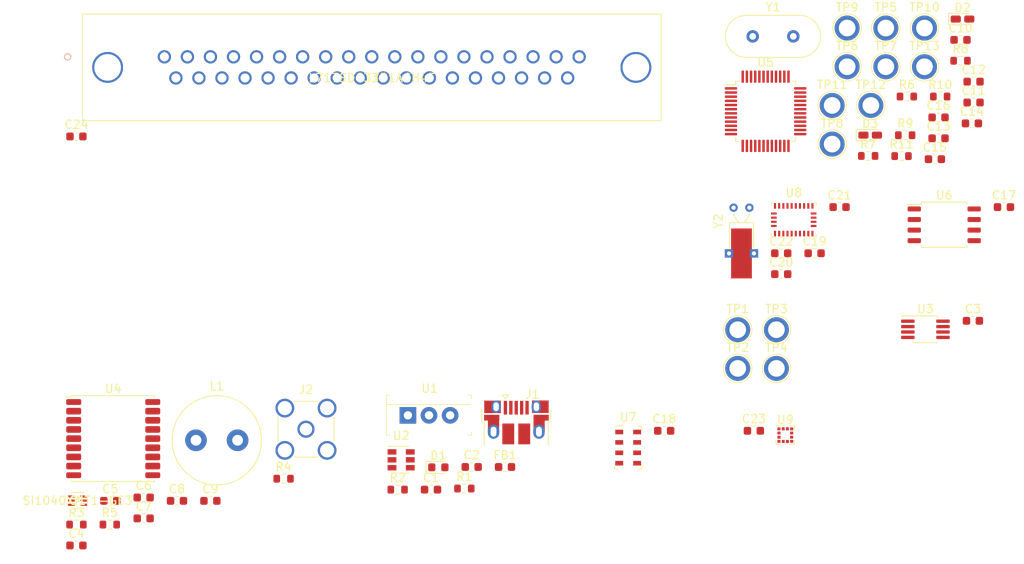
<source format=kicad_pcb>
(kicad_pcb (version 20171130) (host pcbnew "(5.1.10)-1")

  (general
    (thickness 1.6)
    (drawings 0)
    (tracks 0)
    (zones 0)
    (modules 68)
    (nets 103)
  )

  (page A4)
  (layers
    (0 F.Cu signal)
    (31 B.Cu signal)
    (32 B.Adhes user)
    (33 F.Adhes user)
    (34 B.Paste user)
    (35 F.Paste user)
    (36 B.SilkS user)
    (37 F.SilkS user)
    (38 B.Mask user)
    (39 F.Mask user)
    (40 Dwgs.User user)
    (41 Cmts.User user)
    (42 Eco1.User user)
    (43 Eco2.User user)
    (44 Edge.Cuts user)
    (45 Margin user)
    (46 B.CrtYd user)
    (47 F.CrtYd user)
    (48 B.Fab user)
    (49 F.Fab user)
  )

  (setup
    (last_trace_width 0.25)
    (trace_clearance 0.2)
    (zone_clearance 0.508)
    (zone_45_only no)
    (trace_min 0.2)
    (via_size 0.8)
    (via_drill 0.4)
    (via_min_size 0.4)
    (via_min_drill 0.3)
    (uvia_size 0.3)
    (uvia_drill 0.1)
    (uvias_allowed no)
    (uvia_min_size 0.2)
    (uvia_min_drill 0.1)
    (edge_width 0.05)
    (segment_width 0.2)
    (pcb_text_width 0.3)
    (pcb_text_size 1.5 1.5)
    (mod_edge_width 0.12)
    (mod_text_size 1 1)
    (mod_text_width 0.15)
    (pad_size 1.524 1.524)
    (pad_drill 0.762)
    (pad_to_mask_clearance 0)
    (aux_axis_origin 0 0)
    (visible_elements FFFFFF7F)
    (pcbplotparams
      (layerselection 0x010fc_ffffffff)
      (usegerberextensions false)
      (usegerberattributes true)
      (usegerberadvancedattributes true)
      (creategerberjobfile true)
      (excludeedgelayer true)
      (linewidth 0.100000)
      (plotframeref false)
      (viasonmask false)
      (mode 1)
      (useauxorigin false)
      (hpglpennumber 1)
      (hpglpenspeed 20)
      (hpglpendiameter 15.000000)
      (psnegative false)
      (psa4output false)
      (plotreference true)
      (plotvalue true)
      (plotinvisibletext false)
      (padsonsilk false)
      (subtractmaskfromsilk false)
      (outputformat 1)
      (mirror false)
      (drillshape 1)
      (scaleselection 1)
      (outputdirectory ""))
  )

  (net 0 "")
  (net 1 +5V)
  (net 2 GND)
  (net 3 +3V3)
  (net 4 /MAX-8Q/GPS_VCC_RF)
  (net 5 "Net-(C15-Pad1)")
  (net 6 "Net-(C16-Pad1)")
  (net 7 "Net-(C20-Pad2)")
  (net 8 "Net-(C21-Pad2)")
  (net 9 "Net-(C22-Pad2)")
  (net 10 /NRST)
  (net 11 "Net-(D1-Pad2)")
  (net 12 "Net-(D2-Pad2)")
  (net 13 "Net-(D3-Pad2)")
  (net 14 "Net-(FB1-Pad2)")
  (net 15 "Net-(J1-Pad6)")
  (net 16 "/USB Connector and ESD/USB_CONN_D-")
  (net 17 "/USB Connector and ESD/USB_CONN_D+")
  (net 18 "Net-(J1-Pad4)")
  (net 19 /MAX-8Q/GPS_ANT_NET)
  (net 20 /SPI2_MISO)
  (net 21 /SWDIO)
  (net 22 /EXT_SCL)
  (net 23 /I2C_ALERT)
  (net 24 "/Main Bus/Fire")
  (net 25 "Net-(J3-Pad8)")
  (net 26 "Net-(J3-Pad9)")
  (net 27 "Net-(J3-Pad10)")
  (net 28 "Net-(J3-Pad11)")
  (net 29 "Net-(J3-Pad12)")
  (net 30 "Net-(J3-Pad13)")
  (net 31 "Net-(J3-Pad14)")
  (net 32 "Net-(J3-Pad15)")
  (net 33 "Net-(J3-Pad16)")
  (net 34 "Net-(J3-Pad17)")
  (net 35 /SPI2_MOSI)
  (net 36 "/Main Bus/t_clk")
  (net 37 /SWCLK)
  (net 38 /EXT_SDA)
  (net 39 "/Main Bus/Fire_redundant")
  (net 40 "Net-(J3-Pad27)")
  (net 41 "Net-(J3-Pad28)")
  (net 42 "Net-(J3-Pad29)")
  (net 43 "Net-(J3-Pad30)")
  (net 44 "Net-(J3-Pad31)")
  (net 45 "Net-(J3-Pad32)")
  (net 46 "Net-(J3-Pad33)")
  (net 47 "Net-(J3-Pad34)")
  (net 48 "Net-(J3-Pad35)")
  (net 49 "Net-(J3-Pad36)")
  (net 50 "Net-(L1-Pad1)")
  (net 51 "Net-(Q1-Pad2)")
  (net 52 /MAX-8Q/GPS_LNA_EN)
  (net 53 "Net-(Q1-Pad6)")
  (net 54 "Net-(R1-Pad1)")
  (net 55 /I2C1_SCL)
  (net 56 /I2C1_SDA)
  (net 57 "Net-(R10-Pad1)")
  (net 58 "Net-(R11-Pad1)")
  (net 59 /BNO055/~BNO055_RESET)
  (net 60 /BNO055/~BNO055_BTL)
  (net 61 /KX134-1211/KX134_INT1)
  (net 62 /KX134-1211/KX134_INT2)
  (net 63 /USART1_TX)
  (net 64 /USART1_RX)
  (net 65 /SPI1_SCK)
  (net 66 /SPI1_MISO)
  (net 67 /SPI1_MOSI)
  (net 68 /USB_DP)
  (net 69 /USB_DM)
  (net 70 /MCP9808/ALERT)
  (net 71 "Net-(U4-Pad4)")
  (net 72 /MAX-8Q/~RESET)
  (net 73 "Net-(U4-Pad15)")
  (net 74 "Net-(U4-Pad18)")
  (net 75 "Net-(U5-Pad1)")
  (net 76 "Net-(U5-Pad2)")
  (net 77 "Net-(U5-Pad3)")
  (net 78 "Net-(U5-Pad4)")
  (net 79 "Net-(U5-Pad10)")
  (net 80 "Net-(U5-Pad14)")
  (net 81 "Net-(U5-Pad18)")
  (net 82 "Net-(U5-Pad19)")
  (net 83 "Net-(U5-Pad20)")
  (net 84 /SPI2_SCK)
  (net 85 "Net-(U5-Pad30)")
  (net 86 "Net-(U5-Pad31)")
  (net 87 "Net-(U5-Pad38)")
  (net 88 "Net-(U5-Pad39)")
  (net 89 "Net-(U5-Pad40)")
  (net 90 "Net-(U5-Pad41)")
  (net 91 "Net-(U5-Pad45)")
  (net 92 "Net-(U8-Pad1)")
  (net 93 "Net-(U8-Pad24)")
  (net 94 "Net-(U8-Pad23)")
  (net 95 "Net-(U8-Pad22)")
  (net 96 "Net-(U8-Pad21)")
  (net 97 "Net-(U8-Pad7)")
  (net 98 "Net-(U8-Pad8)")
  (net 99 /BNO055/BNO055_BTL_IND)
  (net 100 "Net-(U8-Pad12)")
  (net 101 "Net-(U8-Pad13)")
  (net 102 /BNO055/BNO055_INT)

  (net_class Default "This is the default net class."
    (clearance 0.2)
    (trace_width 0.25)
    (via_dia 0.8)
    (via_drill 0.4)
    (uvia_dia 0.3)
    (uvia_drill 0.1)
    (add_net +3V3)
    (add_net +5V)
    (add_net /BNO055/BNO055_BTL_IND)
    (add_net /BNO055/BNO055_INT)
    (add_net /BNO055/~BNO055_BTL)
    (add_net /BNO055/~BNO055_RESET)
    (add_net /EXT_SCL)
    (add_net /EXT_SDA)
    (add_net /I2C1_SCL)
    (add_net /I2C1_SDA)
    (add_net /I2C_ALERT)
    (add_net /KX134-1211/KX134_INT1)
    (add_net /KX134-1211/KX134_INT2)
    (add_net /MAX-8Q/GPS_ANT_NET)
    (add_net /MAX-8Q/GPS_LNA_EN)
    (add_net /MAX-8Q/GPS_VCC_RF)
    (add_net /MAX-8Q/~RESET)
    (add_net /MCP9808/ALERT)
    (add_net "/Main Bus/Fire")
    (add_net "/Main Bus/Fire_redundant")
    (add_net "/Main Bus/t_clk")
    (add_net /NRST)
    (add_net /SPI1_MISO)
    (add_net /SPI1_MOSI)
    (add_net /SPI1_SCK)
    (add_net /SPI2_MISO)
    (add_net /SPI2_MOSI)
    (add_net /SPI2_SCK)
    (add_net /SWCLK)
    (add_net /SWDIO)
    (add_net /USART1_RX)
    (add_net /USART1_TX)
    (add_net "/USB Connector and ESD/USB_CONN_D+")
    (add_net "/USB Connector and ESD/USB_CONN_D-")
    (add_net /USB_DM)
    (add_net /USB_DP)
    (add_net GND)
    (add_net "Net-(C15-Pad1)")
    (add_net "Net-(C16-Pad1)")
    (add_net "Net-(C20-Pad2)")
    (add_net "Net-(C21-Pad2)")
    (add_net "Net-(C22-Pad2)")
    (add_net "Net-(D1-Pad2)")
    (add_net "Net-(D2-Pad2)")
    (add_net "Net-(D3-Pad2)")
    (add_net "Net-(FB1-Pad2)")
    (add_net "Net-(J1-Pad4)")
    (add_net "Net-(J1-Pad6)")
    (add_net "Net-(J3-Pad10)")
    (add_net "Net-(J3-Pad11)")
    (add_net "Net-(J3-Pad12)")
    (add_net "Net-(J3-Pad13)")
    (add_net "Net-(J3-Pad14)")
    (add_net "Net-(J3-Pad15)")
    (add_net "Net-(J3-Pad16)")
    (add_net "Net-(J3-Pad17)")
    (add_net "Net-(J3-Pad27)")
    (add_net "Net-(J3-Pad28)")
    (add_net "Net-(J3-Pad29)")
    (add_net "Net-(J3-Pad30)")
    (add_net "Net-(J3-Pad31)")
    (add_net "Net-(J3-Pad32)")
    (add_net "Net-(J3-Pad33)")
    (add_net "Net-(J3-Pad34)")
    (add_net "Net-(J3-Pad35)")
    (add_net "Net-(J3-Pad36)")
    (add_net "Net-(J3-Pad8)")
    (add_net "Net-(J3-Pad9)")
    (add_net "Net-(L1-Pad1)")
    (add_net "Net-(Q1-Pad2)")
    (add_net "Net-(Q1-Pad6)")
    (add_net "Net-(R1-Pad1)")
    (add_net "Net-(R10-Pad1)")
    (add_net "Net-(R11-Pad1)")
    (add_net "Net-(U4-Pad15)")
    (add_net "Net-(U4-Pad18)")
    (add_net "Net-(U4-Pad4)")
    (add_net "Net-(U5-Pad1)")
    (add_net "Net-(U5-Pad10)")
    (add_net "Net-(U5-Pad14)")
    (add_net "Net-(U5-Pad18)")
    (add_net "Net-(U5-Pad19)")
    (add_net "Net-(U5-Pad2)")
    (add_net "Net-(U5-Pad20)")
    (add_net "Net-(U5-Pad3)")
    (add_net "Net-(U5-Pad30)")
    (add_net "Net-(U5-Pad31)")
    (add_net "Net-(U5-Pad38)")
    (add_net "Net-(U5-Pad39)")
    (add_net "Net-(U5-Pad4)")
    (add_net "Net-(U5-Pad40)")
    (add_net "Net-(U5-Pad41)")
    (add_net "Net-(U5-Pad45)")
    (add_net "Net-(U8-Pad1)")
    (add_net "Net-(U8-Pad12)")
    (add_net "Net-(U8-Pad13)")
    (add_net "Net-(U8-Pad21)")
    (add_net "Net-(U8-Pad22)")
    (add_net "Net-(U8-Pad23)")
    (add_net "Net-(U8-Pad24)")
    (add_net "Net-(U8-Pad7)")
    (add_net "Net-(U8-Pad8)")
  )

  (module Capacitor_SMD:C_0603_1608Metric (layer F.Cu) (tedit 5F68FEEE) (tstamp 61A8BD22)
    (at 351.465001 86.515001)
    (descr "Capacitor SMD 0603 (1608 Metric), square (rectangular) end terminal, IPC_7351 nominal, (Body size source: IPC-SM-782 page 76, https://www.pcb-3d.com/wordpress/wp-content/uploads/ipc-sm-782a_amendment_1_and_2.pdf), generated with kicad-footprint-generator")
    (tags capacitor)
    (path /615EE01A/617B9DD7)
    (attr smd)
    (fp_text reference C1 (at 0 -1.43) (layer F.SilkS)
      (effects (font (size 1 1) (thickness 0.15)))
    )
    (fp_text value 0.1uF (at 0 1.43) (layer F.Fab)
      (effects (font (size 1 1) (thickness 0.15)))
    )
    (fp_line (start 1.48 0.73) (end -1.48 0.73) (layer F.CrtYd) (width 0.05))
    (fp_line (start 1.48 -0.73) (end 1.48 0.73) (layer F.CrtYd) (width 0.05))
    (fp_line (start -1.48 -0.73) (end 1.48 -0.73) (layer F.CrtYd) (width 0.05))
    (fp_line (start -1.48 0.73) (end -1.48 -0.73) (layer F.CrtYd) (width 0.05))
    (fp_line (start -0.14058 0.51) (end 0.14058 0.51) (layer F.SilkS) (width 0.12))
    (fp_line (start -0.14058 -0.51) (end 0.14058 -0.51) (layer F.SilkS) (width 0.12))
    (fp_line (start 0.8 0.4) (end -0.8 0.4) (layer F.Fab) (width 0.1))
    (fp_line (start 0.8 -0.4) (end 0.8 0.4) (layer F.Fab) (width 0.1))
    (fp_line (start -0.8 -0.4) (end 0.8 -0.4) (layer F.Fab) (width 0.1))
    (fp_line (start -0.8 0.4) (end -0.8 -0.4) (layer F.Fab) (width 0.1))
    (fp_text user %R (at 0 0) (layer F.Fab)
      (effects (font (size 0.4 0.4) (thickness 0.06)))
    )
    (pad 1 smd roundrect (at -0.775 0) (size 0.9 0.95) (layers F.Cu F.Paste F.Mask) (roundrect_rratio 0.25)
      (net 1 +5V))
    (pad 2 smd roundrect (at 0.775 0) (size 0.9 0.95) (layers F.Cu F.Paste F.Mask) (roundrect_rratio 0.25)
      (net 2 GND))
    (model ${KISYS3DMOD}/Capacitor_SMD.3dshapes/C_0603_1608Metric.wrl
      (at (xyz 0 0 0))
      (scale (xyz 1 1 1))
      (rotate (xyz 0 0 0))
    )
  )

  (module Capacitor_SMD:C_0603_1608Metric (layer F.Cu) (tedit 5F68FEEE) (tstamp 61A8BC4D)
    (at 356.355001 83.795001)
    (descr "Capacitor SMD 0603 (1608 Metric), square (rectangular) end terminal, IPC_7351 nominal, (Body size source: IPC-SM-782 page 76, https://www.pcb-3d.com/wordpress/wp-content/uploads/ipc-sm-782a_amendment_1_and_2.pdf), generated with kicad-footprint-generator")
    (tags capacitor)
    (path /615EE01A/617B9DBE)
    (attr smd)
    (fp_text reference C2 (at 0 -1.43) (layer F.SilkS)
      (effects (font (size 1 1) (thickness 0.15)))
    )
    (fp_text value 1uF (at 0 1.43) (layer F.Fab)
      (effects (font (size 1 1) (thickness 0.15)))
    )
    (fp_line (start 1.48 0.73) (end -1.48 0.73) (layer F.CrtYd) (width 0.05))
    (fp_line (start 1.48 -0.73) (end 1.48 0.73) (layer F.CrtYd) (width 0.05))
    (fp_line (start -1.48 -0.73) (end 1.48 -0.73) (layer F.CrtYd) (width 0.05))
    (fp_line (start -1.48 0.73) (end -1.48 -0.73) (layer F.CrtYd) (width 0.05))
    (fp_line (start -0.14058 0.51) (end 0.14058 0.51) (layer F.SilkS) (width 0.12))
    (fp_line (start -0.14058 -0.51) (end 0.14058 -0.51) (layer F.SilkS) (width 0.12))
    (fp_line (start 0.8 0.4) (end -0.8 0.4) (layer F.Fab) (width 0.1))
    (fp_line (start 0.8 -0.4) (end 0.8 0.4) (layer F.Fab) (width 0.1))
    (fp_line (start -0.8 -0.4) (end 0.8 -0.4) (layer F.Fab) (width 0.1))
    (fp_line (start -0.8 0.4) (end -0.8 -0.4) (layer F.Fab) (width 0.1))
    (fp_text user %R (at 0 0) (layer F.Fab)
      (effects (font (size 0.4 0.4) (thickness 0.06)))
    )
    (pad 1 smd roundrect (at -0.775 0) (size 0.9 0.95) (layers F.Cu F.Paste F.Mask) (roundrect_rratio 0.25)
      (net 3 +3V3))
    (pad 2 smd roundrect (at 0.775 0) (size 0.9 0.95) (layers F.Cu F.Paste F.Mask) (roundrect_rratio 0.25)
      (net 2 GND))
    (model ${KISYS3DMOD}/Capacitor_SMD.3dshapes/C_0603_1608Metric.wrl
      (at (xyz 0 0 0))
      (scale (xyz 1 1 1))
      (rotate (xyz 0 0 0))
    )
  )

  (module Capacitor_SMD:C_0603_1608Metric (layer F.Cu) (tedit 5F68FEEE) (tstamp 61A8BFDD)
    (at 416.605001 66.225001)
    (descr "Capacitor SMD 0603 (1608 Metric), square (rectangular) end terminal, IPC_7351 nominal, (Body size source: IPC-SM-782 page 76, https://www.pcb-3d.com/wordpress/wp-content/uploads/ipc-sm-782a_amendment_1_and_2.pdf), generated with kicad-footprint-generator")
    (tags capacitor)
    (path /615C1FB4/6160E331)
    (attr smd)
    (fp_text reference C3 (at 0 -1.43) (layer F.SilkS)
      (effects (font (size 1 1) (thickness 0.15)))
    )
    (fp_text value 100nF (at 0 1.43) (layer F.Fab)
      (effects (font (size 1 1) (thickness 0.15)))
    )
    (fp_text user %R (at 0 0) (layer F.Fab)
      (effects (font (size 0.4 0.4) (thickness 0.06)))
    )
    (fp_line (start -0.8 0.4) (end -0.8 -0.4) (layer F.Fab) (width 0.1))
    (fp_line (start -0.8 -0.4) (end 0.8 -0.4) (layer F.Fab) (width 0.1))
    (fp_line (start 0.8 -0.4) (end 0.8 0.4) (layer F.Fab) (width 0.1))
    (fp_line (start 0.8 0.4) (end -0.8 0.4) (layer F.Fab) (width 0.1))
    (fp_line (start -0.14058 -0.51) (end 0.14058 -0.51) (layer F.SilkS) (width 0.12))
    (fp_line (start -0.14058 0.51) (end 0.14058 0.51) (layer F.SilkS) (width 0.12))
    (fp_line (start -1.48 0.73) (end -1.48 -0.73) (layer F.CrtYd) (width 0.05))
    (fp_line (start -1.48 -0.73) (end 1.48 -0.73) (layer F.CrtYd) (width 0.05))
    (fp_line (start 1.48 -0.73) (end 1.48 0.73) (layer F.CrtYd) (width 0.05))
    (fp_line (start 1.48 0.73) (end -1.48 0.73) (layer F.CrtYd) (width 0.05))
    (pad 2 smd roundrect (at 0.775 0) (size 0.9 0.95) (layers F.Cu F.Paste F.Mask) (roundrect_rratio 0.25)
      (net 2 GND))
    (pad 1 smd roundrect (at -0.775 0) (size 0.9 0.95) (layers F.Cu F.Paste F.Mask) (roundrect_rratio 0.25)
      (net 3 +3V3))
    (model ${KISYS3DMOD}/Capacitor_SMD.3dshapes/C_0603_1608Metric.wrl
      (at (xyz 0 0 0))
      (scale (xyz 1 1 1))
      (rotate (xyz 0 0 0))
    )
  )

  (module Capacitor_SMD:C_0603_1608Metric (layer F.Cu) (tedit 5F68FEEE) (tstamp 61A8BB57)
    (at 308.845001 93.225001)
    (descr "Capacitor SMD 0603 (1608 Metric), square (rectangular) end terminal, IPC_7351 nominal, (Body size source: IPC-SM-782 page 76, https://www.pcb-3d.com/wordpress/wp-content/uploads/ipc-sm-782a_amendment_1_and_2.pdf), generated with kicad-footprint-generator")
    (tags capacitor)
    (path /615A5F2C/6161C99E)
    (attr smd)
    (fp_text reference C4 (at 0 -1.43) (layer F.SilkS)
      (effects (font (size 1 1) (thickness 0.15)))
    )
    (fp_text value 1uF (at 0 1.43) (layer F.Fab)
      (effects (font (size 1 1) (thickness 0.15)))
    )
    (fp_line (start 1.48 0.73) (end -1.48 0.73) (layer F.CrtYd) (width 0.05))
    (fp_line (start 1.48 -0.73) (end 1.48 0.73) (layer F.CrtYd) (width 0.05))
    (fp_line (start -1.48 -0.73) (end 1.48 -0.73) (layer F.CrtYd) (width 0.05))
    (fp_line (start -1.48 0.73) (end -1.48 -0.73) (layer F.CrtYd) (width 0.05))
    (fp_line (start -0.14058 0.51) (end 0.14058 0.51) (layer F.SilkS) (width 0.12))
    (fp_line (start -0.14058 -0.51) (end 0.14058 -0.51) (layer F.SilkS) (width 0.12))
    (fp_line (start 0.8 0.4) (end -0.8 0.4) (layer F.Fab) (width 0.1))
    (fp_line (start 0.8 -0.4) (end 0.8 0.4) (layer F.Fab) (width 0.1))
    (fp_line (start -0.8 -0.4) (end 0.8 -0.4) (layer F.Fab) (width 0.1))
    (fp_line (start -0.8 0.4) (end -0.8 -0.4) (layer F.Fab) (width 0.1))
    (fp_text user %R (at 0 0) (layer F.Fab)
      (effects (font (size 0.4 0.4) (thickness 0.06)))
    )
    (pad 1 smd roundrect (at -0.775 0) (size 0.9 0.95) (layers F.Cu F.Paste F.Mask) (roundrect_rratio 0.25)
      (net 3 +3V3))
    (pad 2 smd roundrect (at 0.775 0) (size 0.9 0.95) (layers F.Cu F.Paste F.Mask) (roundrect_rratio 0.25)
      (net 2 GND))
    (model ${KISYS3DMOD}/Capacitor_SMD.3dshapes/C_0603_1608Metric.wrl
      (at (xyz 0 0 0))
      (scale (xyz 1 1 1))
      (rotate (xyz 0 0 0))
    )
  )

  (module Capacitor_SMD:C_0603_1608Metric (layer F.Cu) (tedit 5F68FEEE) (tstamp 61A8BA37)
    (at 312.915001 87.865001)
    (descr "Capacitor SMD 0603 (1608 Metric), square (rectangular) end terminal, IPC_7351 nominal, (Body size source: IPC-SM-782 page 76, https://www.pcb-3d.com/wordpress/wp-content/uploads/ipc-sm-782a_amendment_1_and_2.pdf), generated with kicad-footprint-generator")
    (tags capacitor)
    (path /615A5F2C/6161C9AC)
    (attr smd)
    (fp_text reference C5 (at 0 -1.43) (layer F.SilkS)
      (effects (font (size 1 1) (thickness 0.15)))
    )
    (fp_text value 100nF (at 0 1.43) (layer F.Fab)
      (effects (font (size 1 1) (thickness 0.15)))
    )
    (fp_text user %R (at 0 0) (layer F.Fab)
      (effects (font (size 0.4 0.4) (thickness 0.06)))
    )
    (fp_line (start -0.8 0.4) (end -0.8 -0.4) (layer F.Fab) (width 0.1))
    (fp_line (start -0.8 -0.4) (end 0.8 -0.4) (layer F.Fab) (width 0.1))
    (fp_line (start 0.8 -0.4) (end 0.8 0.4) (layer F.Fab) (width 0.1))
    (fp_line (start 0.8 0.4) (end -0.8 0.4) (layer F.Fab) (width 0.1))
    (fp_line (start -0.14058 -0.51) (end 0.14058 -0.51) (layer F.SilkS) (width 0.12))
    (fp_line (start -0.14058 0.51) (end 0.14058 0.51) (layer F.SilkS) (width 0.12))
    (fp_line (start -1.48 0.73) (end -1.48 -0.73) (layer F.CrtYd) (width 0.05))
    (fp_line (start -1.48 -0.73) (end 1.48 -0.73) (layer F.CrtYd) (width 0.05))
    (fp_line (start 1.48 -0.73) (end 1.48 0.73) (layer F.CrtYd) (width 0.05))
    (fp_line (start 1.48 0.73) (end -1.48 0.73) (layer F.CrtYd) (width 0.05))
    (pad 2 smd roundrect (at 0.775 0) (size 0.9 0.95) (layers F.Cu F.Paste F.Mask) (roundrect_rratio 0.25)
      (net 2 GND))
    (pad 1 smd roundrect (at -0.775 0) (size 0.9 0.95) (layers F.Cu F.Paste F.Mask) (roundrect_rratio 0.25)
      (net 3 +3V3))
    (model ${KISYS3DMOD}/Capacitor_SMD.3dshapes/C_0603_1608Metric.wrl
      (at (xyz 0 0 0))
      (scale (xyz 1 1 1))
      (rotate (xyz 0 0 0))
    )
  )

  (module Capacitor_SMD:C_0603_1608Metric (layer F.Cu) (tedit 5F68FEEE) (tstamp 61A8BE9C)
    (at 316.925001 87.465001)
    (descr "Capacitor SMD 0603 (1608 Metric), square (rectangular) end terminal, IPC_7351 nominal, (Body size source: IPC-SM-782 page 76, https://www.pcb-3d.com/wordpress/wp-content/uploads/ipc-sm-782a_amendment_1_and_2.pdf), generated with kicad-footprint-generator")
    (tags capacitor)
    (path /615A5F2C/6161C9B2)
    (attr smd)
    (fp_text reference C6 (at 0 -1.43) (layer F.SilkS)
      (effects (font (size 1 1) (thickness 0.15)))
    )
    (fp_text value 100nF (at 0 1.43) (layer F.Fab)
      (effects (font (size 1 1) (thickness 0.15)))
    )
    (fp_line (start 1.48 0.73) (end -1.48 0.73) (layer F.CrtYd) (width 0.05))
    (fp_line (start 1.48 -0.73) (end 1.48 0.73) (layer F.CrtYd) (width 0.05))
    (fp_line (start -1.48 -0.73) (end 1.48 -0.73) (layer F.CrtYd) (width 0.05))
    (fp_line (start -1.48 0.73) (end -1.48 -0.73) (layer F.CrtYd) (width 0.05))
    (fp_line (start -0.14058 0.51) (end 0.14058 0.51) (layer F.SilkS) (width 0.12))
    (fp_line (start -0.14058 -0.51) (end 0.14058 -0.51) (layer F.SilkS) (width 0.12))
    (fp_line (start 0.8 0.4) (end -0.8 0.4) (layer F.Fab) (width 0.1))
    (fp_line (start 0.8 -0.4) (end 0.8 0.4) (layer F.Fab) (width 0.1))
    (fp_line (start -0.8 -0.4) (end 0.8 -0.4) (layer F.Fab) (width 0.1))
    (fp_line (start -0.8 0.4) (end -0.8 -0.4) (layer F.Fab) (width 0.1))
    (fp_text user %R (at 0 0) (layer F.Fab)
      (effects (font (size 0.4 0.4) (thickness 0.06)))
    )
    (pad 1 smd roundrect (at -0.775 0) (size 0.9 0.95) (layers F.Cu F.Paste F.Mask) (roundrect_rratio 0.25)
      (net 3 +3V3))
    (pad 2 smd roundrect (at 0.775 0) (size 0.9 0.95) (layers F.Cu F.Paste F.Mask) (roundrect_rratio 0.25)
      (net 2 GND))
    (model ${KISYS3DMOD}/Capacitor_SMD.3dshapes/C_0603_1608Metric.wrl
      (at (xyz 0 0 0))
      (scale (xyz 1 1 1))
      (rotate (xyz 0 0 0))
    )
  )

  (module Capacitor_SMD:C_0603_1608Metric (layer F.Cu) (tedit 5F68FEEE) (tstamp 61A8B947)
    (at 316.925001 89.975001)
    (descr "Capacitor SMD 0603 (1608 Metric), square (rectangular) end terminal, IPC_7351 nominal, (Body size source: IPC-SM-782 page 76, https://www.pcb-3d.com/wordpress/wp-content/uploads/ipc-sm-782a_amendment_1_and_2.pdf), generated with kicad-footprint-generator")
    (tags capacitor)
    (path /615A5F2C/6161C9B8)
    (attr smd)
    (fp_text reference C7 (at 0 -1.43) (layer F.SilkS)
      (effects (font (size 1 1) (thickness 0.15)))
    )
    (fp_text value 100nF (at 0 1.43) (layer F.Fab)
      (effects (font (size 1 1) (thickness 0.15)))
    )
    (fp_text user %R (at 0 0) (layer F.Fab)
      (effects (font (size 0.4 0.4) (thickness 0.06)))
    )
    (fp_line (start -0.8 0.4) (end -0.8 -0.4) (layer F.Fab) (width 0.1))
    (fp_line (start -0.8 -0.4) (end 0.8 -0.4) (layer F.Fab) (width 0.1))
    (fp_line (start 0.8 -0.4) (end 0.8 0.4) (layer F.Fab) (width 0.1))
    (fp_line (start 0.8 0.4) (end -0.8 0.4) (layer F.Fab) (width 0.1))
    (fp_line (start -0.14058 -0.51) (end 0.14058 -0.51) (layer F.SilkS) (width 0.12))
    (fp_line (start -0.14058 0.51) (end 0.14058 0.51) (layer F.SilkS) (width 0.12))
    (fp_line (start -1.48 0.73) (end -1.48 -0.73) (layer F.CrtYd) (width 0.05))
    (fp_line (start -1.48 -0.73) (end 1.48 -0.73) (layer F.CrtYd) (width 0.05))
    (fp_line (start 1.48 -0.73) (end 1.48 0.73) (layer F.CrtYd) (width 0.05))
    (fp_line (start 1.48 0.73) (end -1.48 0.73) (layer F.CrtYd) (width 0.05))
    (pad 2 smd roundrect (at 0.775 0) (size 0.9 0.95) (layers F.Cu F.Paste F.Mask) (roundrect_rratio 0.25)
      (net 2 GND))
    (pad 1 smd roundrect (at -0.775 0) (size 0.9 0.95) (layers F.Cu F.Paste F.Mask) (roundrect_rratio 0.25)
      (net 3 +3V3))
    (model ${KISYS3DMOD}/Capacitor_SMD.3dshapes/C_0603_1608Metric.wrl
      (at (xyz 0 0 0))
      (scale (xyz 1 1 1))
      (rotate (xyz 0 0 0))
    )
  )

  (module Capacitor_SMD:C_0603_1608Metric (layer F.Cu) (tedit 5F68FEEE) (tstamp 61A8BECC)
    (at 320.935001 87.865001)
    (descr "Capacitor SMD 0603 (1608 Metric), square (rectangular) end terminal, IPC_7351 nominal, (Body size source: IPC-SM-782 page 76, https://www.pcb-3d.com/wordpress/wp-content/uploads/ipc-sm-782a_amendment_1_and_2.pdf), generated with kicad-footprint-generator")
    (tags capacitor)
    (path /615A5F2C/6161C9D2)
    (attr smd)
    (fp_text reference C8 (at 0 -1.43) (layer F.SilkS)
      (effects (font (size 1 1) (thickness 0.15)))
    )
    (fp_text value 100nF (at 0 1.43) (layer F.Fab)
      (effects (font (size 1 1) (thickness 0.15)))
    )
    (fp_line (start 1.48 0.73) (end -1.48 0.73) (layer F.CrtYd) (width 0.05))
    (fp_line (start 1.48 -0.73) (end 1.48 0.73) (layer F.CrtYd) (width 0.05))
    (fp_line (start -1.48 -0.73) (end 1.48 -0.73) (layer F.CrtYd) (width 0.05))
    (fp_line (start -1.48 0.73) (end -1.48 -0.73) (layer F.CrtYd) (width 0.05))
    (fp_line (start -0.14058 0.51) (end 0.14058 0.51) (layer F.SilkS) (width 0.12))
    (fp_line (start -0.14058 -0.51) (end 0.14058 -0.51) (layer F.SilkS) (width 0.12))
    (fp_line (start 0.8 0.4) (end -0.8 0.4) (layer F.Fab) (width 0.1))
    (fp_line (start 0.8 -0.4) (end 0.8 0.4) (layer F.Fab) (width 0.1))
    (fp_line (start -0.8 -0.4) (end 0.8 -0.4) (layer F.Fab) (width 0.1))
    (fp_line (start -0.8 0.4) (end -0.8 -0.4) (layer F.Fab) (width 0.1))
    (fp_text user %R (at 0 0) (layer F.Fab)
      (effects (font (size 0.4 0.4) (thickness 0.06)))
    )
    (pad 1 smd roundrect (at -0.775 0) (size 0.9 0.95) (layers F.Cu F.Paste F.Mask) (roundrect_rratio 0.25)
      (net 3 +3V3))
    (pad 2 smd roundrect (at 0.775 0) (size 0.9 0.95) (layers F.Cu F.Paste F.Mask) (roundrect_rratio 0.25)
      (net 2 GND))
    (model ${KISYS3DMOD}/Capacitor_SMD.3dshapes/C_0603_1608Metric.wrl
      (at (xyz 0 0 0))
      (scale (xyz 1 1 1))
      (rotate (xyz 0 0 0))
    )
  )

  (module Capacitor_SMD:C_0603_1608Metric (layer F.Cu) (tedit 5F68FEEE) (tstamp 61A8BA67)
    (at 324.945001 87.865001)
    (descr "Capacitor SMD 0603 (1608 Metric), square (rectangular) end terminal, IPC_7351 nominal, (Body size source: IPC-SM-782 page 76, https://www.pcb-3d.com/wordpress/wp-content/uploads/ipc-sm-782a_amendment_1_and_2.pdf), generated with kicad-footprint-generator")
    (tags capacitor)
    (path /615A5F2C/616192DC)
    (attr smd)
    (fp_text reference C9 (at 0 -1.43) (layer F.SilkS)
      (effects (font (size 1 1) (thickness 0.15)))
    )
    (fp_text value 1nF (at 0 1.43) (layer F.Fab)
      (effects (font (size 1 1) (thickness 0.15)))
    )
    (fp_line (start 1.48 0.73) (end -1.48 0.73) (layer F.CrtYd) (width 0.05))
    (fp_line (start 1.48 -0.73) (end 1.48 0.73) (layer F.CrtYd) (width 0.05))
    (fp_line (start -1.48 -0.73) (end 1.48 -0.73) (layer F.CrtYd) (width 0.05))
    (fp_line (start -1.48 0.73) (end -1.48 -0.73) (layer F.CrtYd) (width 0.05))
    (fp_line (start -0.14058 0.51) (end 0.14058 0.51) (layer F.SilkS) (width 0.12))
    (fp_line (start -0.14058 -0.51) (end 0.14058 -0.51) (layer F.SilkS) (width 0.12))
    (fp_line (start 0.8 0.4) (end -0.8 0.4) (layer F.Fab) (width 0.1))
    (fp_line (start 0.8 -0.4) (end 0.8 0.4) (layer F.Fab) (width 0.1))
    (fp_line (start -0.8 -0.4) (end 0.8 -0.4) (layer F.Fab) (width 0.1))
    (fp_line (start -0.8 0.4) (end -0.8 -0.4) (layer F.Fab) (width 0.1))
    (fp_text user %R (at 0 0) (layer F.Fab)
      (effects (font (size 0.4 0.4) (thickness 0.06)))
    )
    (pad 1 smd roundrect (at -0.775 0) (size 0.9 0.95) (layers F.Cu F.Paste F.Mask) (roundrect_rratio 0.25)
      (net 4 /MAX-8Q/GPS_VCC_RF))
    (pad 2 smd roundrect (at 0.775 0) (size 0.9 0.95) (layers F.Cu F.Paste F.Mask) (roundrect_rratio 0.25)
      (net 2 GND))
    (model ${KISYS3DMOD}/Capacitor_SMD.3dshapes/C_0603_1608Metric.wrl
      (at (xyz 0 0 0))
      (scale (xyz 1 1 1))
      (rotate (xyz 0 0 0))
    )
  )

  (module Capacitor_SMD:C_0603_1608Metric (layer F.Cu) (tedit 5F68FEEE) (tstamp 61A8BB27)
    (at 415.115001 32.455001)
    (descr "Capacitor SMD 0603 (1608 Metric), square (rectangular) end terminal, IPC_7351 nominal, (Body size source: IPC-SM-782 page 76, https://www.pcb-3d.com/wordpress/wp-content/uploads/ipc-sm-782a_amendment_1_and_2.pdf), generated with kicad-footprint-generator")
    (tags capacitor)
    (path /61E8EFE4/61EA264B)
    (attr smd)
    (fp_text reference C10 (at 0 -1.43) (layer F.SilkS)
      (effects (font (size 1 1) (thickness 0.15)))
    )
    (fp_text value 1uF (at 0 1.43) (layer F.Fab)
      (effects (font (size 1 1) (thickness 0.15)))
    )
    (fp_text user %R (at 0 0) (layer F.Fab)
      (effects (font (size 0.4 0.4) (thickness 0.06)))
    )
    (fp_line (start -0.8 0.4) (end -0.8 -0.4) (layer F.Fab) (width 0.1))
    (fp_line (start -0.8 -0.4) (end 0.8 -0.4) (layer F.Fab) (width 0.1))
    (fp_line (start 0.8 -0.4) (end 0.8 0.4) (layer F.Fab) (width 0.1))
    (fp_line (start 0.8 0.4) (end -0.8 0.4) (layer F.Fab) (width 0.1))
    (fp_line (start -0.14058 -0.51) (end 0.14058 -0.51) (layer F.SilkS) (width 0.12))
    (fp_line (start -0.14058 0.51) (end 0.14058 0.51) (layer F.SilkS) (width 0.12))
    (fp_line (start -1.48 0.73) (end -1.48 -0.73) (layer F.CrtYd) (width 0.05))
    (fp_line (start -1.48 -0.73) (end 1.48 -0.73) (layer F.CrtYd) (width 0.05))
    (fp_line (start 1.48 -0.73) (end 1.48 0.73) (layer F.CrtYd) (width 0.05))
    (fp_line (start 1.48 0.73) (end -1.48 0.73) (layer F.CrtYd) (width 0.05))
    (pad 2 smd roundrect (at 0.775 0) (size 0.9 0.95) (layers F.Cu F.Paste F.Mask) (roundrect_rratio 0.25)
      (net 2 GND))
    (pad 1 smd roundrect (at -0.775 0) (size 0.9 0.95) (layers F.Cu F.Paste F.Mask) (roundrect_rratio 0.25)
      (net 3 +3V3))
    (model ${KISYS3DMOD}/Capacitor_SMD.3dshapes/C_0603_1608Metric.wrl
      (at (xyz 0 0 0))
      (scale (xyz 1 1 1))
      (rotate (xyz 0 0 0))
    )
  )

  (module Capacitor_SMD:C_0603_1608Metric (layer F.Cu) (tedit 5F68FEEE) (tstamp 61A8BDB8)
    (at 416.685001 39.985001)
    (descr "Capacitor SMD 0603 (1608 Metric), square (rectangular) end terminal, IPC_7351 nominal, (Body size source: IPC-SM-782 page 76, https://www.pcb-3d.com/wordpress/wp-content/uploads/ipc-sm-782a_amendment_1_and_2.pdf), generated with kicad-footprint-generator")
    (tags capacitor)
    (path /61E8EFE4/61EA2659)
    (attr smd)
    (fp_text reference C11 (at 0 -1.43) (layer F.SilkS)
      (effects (font (size 1 1) (thickness 0.15)))
    )
    (fp_text value 100nF (at 0 1.43) (layer F.Fab)
      (effects (font (size 1 1) (thickness 0.15)))
    )
    (fp_line (start 1.48 0.73) (end -1.48 0.73) (layer F.CrtYd) (width 0.05))
    (fp_line (start 1.48 -0.73) (end 1.48 0.73) (layer F.CrtYd) (width 0.05))
    (fp_line (start -1.48 -0.73) (end 1.48 -0.73) (layer F.CrtYd) (width 0.05))
    (fp_line (start -1.48 0.73) (end -1.48 -0.73) (layer F.CrtYd) (width 0.05))
    (fp_line (start -0.14058 0.51) (end 0.14058 0.51) (layer F.SilkS) (width 0.12))
    (fp_line (start -0.14058 -0.51) (end 0.14058 -0.51) (layer F.SilkS) (width 0.12))
    (fp_line (start 0.8 0.4) (end -0.8 0.4) (layer F.Fab) (width 0.1))
    (fp_line (start 0.8 -0.4) (end 0.8 0.4) (layer F.Fab) (width 0.1))
    (fp_line (start -0.8 -0.4) (end 0.8 -0.4) (layer F.Fab) (width 0.1))
    (fp_line (start -0.8 0.4) (end -0.8 -0.4) (layer F.Fab) (width 0.1))
    (fp_text user %R (at 0 0) (layer F.Fab)
      (effects (font (size 0.4 0.4) (thickness 0.06)))
    )
    (pad 1 smd roundrect (at -0.775 0) (size 0.9 0.95) (layers F.Cu F.Paste F.Mask) (roundrect_rratio 0.25)
      (net 3 +3V3))
    (pad 2 smd roundrect (at 0.775 0) (size 0.9 0.95) (layers F.Cu F.Paste F.Mask) (roundrect_rratio 0.25)
      (net 2 GND))
    (model ${KISYS3DMOD}/Capacitor_SMD.3dshapes/C_0603_1608Metric.wrl
      (at (xyz 0 0 0))
      (scale (xyz 1 1 1))
      (rotate (xyz 0 0 0))
    )
  )

  (module Capacitor_SMD:C_0603_1608Metric (layer F.Cu) (tedit 5F68FEEE) (tstamp 61A8BAF7)
    (at 416.685001 37.475001)
    (descr "Capacitor SMD 0603 (1608 Metric), square (rectangular) end terminal, IPC_7351 nominal, (Body size source: IPC-SM-782 page 76, https://www.pcb-3d.com/wordpress/wp-content/uploads/ipc-sm-782a_amendment_1_and_2.pdf), generated with kicad-footprint-generator")
    (tags capacitor)
    (path /61E8EFE4/61EA265F)
    (attr smd)
    (fp_text reference C12 (at 0 -1.43) (layer F.SilkS)
      (effects (font (size 1 1) (thickness 0.15)))
    )
    (fp_text value 100nF (at 0 1.43) (layer F.Fab)
      (effects (font (size 1 1) (thickness 0.15)))
    )
    (fp_text user %R (at 0 0) (layer F.Fab)
      (effects (font (size 0.4 0.4) (thickness 0.06)))
    )
    (fp_line (start -0.8 0.4) (end -0.8 -0.4) (layer F.Fab) (width 0.1))
    (fp_line (start -0.8 -0.4) (end 0.8 -0.4) (layer F.Fab) (width 0.1))
    (fp_line (start 0.8 -0.4) (end 0.8 0.4) (layer F.Fab) (width 0.1))
    (fp_line (start 0.8 0.4) (end -0.8 0.4) (layer F.Fab) (width 0.1))
    (fp_line (start -0.14058 -0.51) (end 0.14058 -0.51) (layer F.SilkS) (width 0.12))
    (fp_line (start -0.14058 0.51) (end 0.14058 0.51) (layer F.SilkS) (width 0.12))
    (fp_line (start -1.48 0.73) (end -1.48 -0.73) (layer F.CrtYd) (width 0.05))
    (fp_line (start -1.48 -0.73) (end 1.48 -0.73) (layer F.CrtYd) (width 0.05))
    (fp_line (start 1.48 -0.73) (end 1.48 0.73) (layer F.CrtYd) (width 0.05))
    (fp_line (start 1.48 0.73) (end -1.48 0.73) (layer F.CrtYd) (width 0.05))
    (pad 2 smd roundrect (at 0.775 0) (size 0.9 0.95) (layers F.Cu F.Paste F.Mask) (roundrect_rratio 0.25)
      (net 2 GND))
    (pad 1 smd roundrect (at -0.775 0) (size 0.9 0.95) (layers F.Cu F.Paste F.Mask) (roundrect_rratio 0.25)
      (net 3 +3V3))
    (model ${KISYS3DMOD}/Capacitor_SMD.3dshapes/C_0603_1608Metric.wrl
      (at (xyz 0 0 0))
      (scale (xyz 1 1 1))
      (rotate (xyz 0 0 0))
    )
  )

  (module Capacitor_SMD:C_0603_1608Metric (layer F.Cu) (tedit 5F68FEEE) (tstamp 61A8BAC7)
    (at 412.475001 44.285001)
    (descr "Capacitor SMD 0603 (1608 Metric), square (rectangular) end terminal, IPC_7351 nominal, (Body size source: IPC-SM-782 page 76, https://www.pcb-3d.com/wordpress/wp-content/uploads/ipc-sm-782a_amendment_1_and_2.pdf), generated with kicad-footprint-generator")
    (tags capacitor)
    (path /61E8EFE4/61EA2665)
    (attr smd)
    (fp_text reference C13 (at 0 -1.43) (layer F.SilkS)
      (effects (font (size 1 1) (thickness 0.15)))
    )
    (fp_text value 100nF (at 0 1.43) (layer F.Fab)
      (effects (font (size 1 1) (thickness 0.15)))
    )
    (fp_text user %R (at 0 0) (layer F.Fab)
      (effects (font (size 0.4 0.4) (thickness 0.06)))
    )
    (fp_line (start -0.8 0.4) (end -0.8 -0.4) (layer F.Fab) (width 0.1))
    (fp_line (start -0.8 -0.4) (end 0.8 -0.4) (layer F.Fab) (width 0.1))
    (fp_line (start 0.8 -0.4) (end 0.8 0.4) (layer F.Fab) (width 0.1))
    (fp_line (start 0.8 0.4) (end -0.8 0.4) (layer F.Fab) (width 0.1))
    (fp_line (start -0.14058 -0.51) (end 0.14058 -0.51) (layer F.SilkS) (width 0.12))
    (fp_line (start -0.14058 0.51) (end 0.14058 0.51) (layer F.SilkS) (width 0.12))
    (fp_line (start -1.48 0.73) (end -1.48 -0.73) (layer F.CrtYd) (width 0.05))
    (fp_line (start -1.48 -0.73) (end 1.48 -0.73) (layer F.CrtYd) (width 0.05))
    (fp_line (start 1.48 -0.73) (end 1.48 0.73) (layer F.CrtYd) (width 0.05))
    (fp_line (start 1.48 0.73) (end -1.48 0.73) (layer F.CrtYd) (width 0.05))
    (pad 2 smd roundrect (at 0.775 0) (size 0.9 0.95) (layers F.Cu F.Paste F.Mask) (roundrect_rratio 0.25)
      (net 2 GND))
    (pad 1 smd roundrect (at -0.775 0) (size 0.9 0.95) (layers F.Cu F.Paste F.Mask) (roundrect_rratio 0.25)
      (net 3 +3V3))
    (model ${KISYS3DMOD}/Capacitor_SMD.3dshapes/C_0603_1608Metric.wrl
      (at (xyz 0 0 0))
      (scale (xyz 1 1 1))
      (rotate (xyz 0 0 0))
    )
  )

  (module Capacitor_SMD:C_0603_1608Metric (layer F.Cu) (tedit 5F68FEEE) (tstamp 61A8BC7D)
    (at 416.485001 42.495001)
    (descr "Capacitor SMD 0603 (1608 Metric), square (rectangular) end terminal, IPC_7351 nominal, (Body size source: IPC-SM-782 page 76, https://www.pcb-3d.com/wordpress/wp-content/uploads/ipc-sm-782a_amendment_1_and_2.pdf), generated with kicad-footprint-generator")
    (tags capacitor)
    (path /61E8EFE4/61EA267F)
    (attr smd)
    (fp_text reference C14 (at 0 -1.43) (layer F.SilkS)
      (effects (font (size 1 1) (thickness 0.15)))
    )
    (fp_text value 100nF (at 0 1.43) (layer F.Fab)
      (effects (font (size 1 1) (thickness 0.15)))
    )
    (fp_text user %R (at 0 0) (layer F.Fab)
      (effects (font (size 0.4 0.4) (thickness 0.06)))
    )
    (fp_line (start -0.8 0.4) (end -0.8 -0.4) (layer F.Fab) (width 0.1))
    (fp_line (start -0.8 -0.4) (end 0.8 -0.4) (layer F.Fab) (width 0.1))
    (fp_line (start 0.8 -0.4) (end 0.8 0.4) (layer F.Fab) (width 0.1))
    (fp_line (start 0.8 0.4) (end -0.8 0.4) (layer F.Fab) (width 0.1))
    (fp_line (start -0.14058 -0.51) (end 0.14058 -0.51) (layer F.SilkS) (width 0.12))
    (fp_line (start -0.14058 0.51) (end 0.14058 0.51) (layer F.SilkS) (width 0.12))
    (fp_line (start -1.48 0.73) (end -1.48 -0.73) (layer F.CrtYd) (width 0.05))
    (fp_line (start -1.48 -0.73) (end 1.48 -0.73) (layer F.CrtYd) (width 0.05))
    (fp_line (start 1.48 -0.73) (end 1.48 0.73) (layer F.CrtYd) (width 0.05))
    (fp_line (start 1.48 0.73) (end -1.48 0.73) (layer F.CrtYd) (width 0.05))
    (pad 2 smd roundrect (at 0.775 0) (size 0.9 0.95) (layers F.Cu F.Paste F.Mask) (roundrect_rratio 0.25)
      (net 2 GND))
    (pad 1 smd roundrect (at -0.775 0) (size 0.9 0.95) (layers F.Cu F.Paste F.Mask) (roundrect_rratio 0.25)
      (net 3 +3V3))
    (model ${KISYS3DMOD}/Capacitor_SMD.3dshapes/C_0603_1608Metric.wrl
      (at (xyz 0 0 0))
      (scale (xyz 1 1 1))
      (rotate (xyz 0 0 0))
    )
  )

  (module Capacitor_SMD:C_0603_1608Metric (layer F.Cu) (tedit 5F68FEEE) (tstamp 61A8BFAD)
    (at 412.035001 46.795001)
    (descr "Capacitor SMD 0603 (1608 Metric), square (rectangular) end terminal, IPC_7351 nominal, (Body size source: IPC-SM-782 page 76, https://www.pcb-3d.com/wordpress/wp-content/uploads/ipc-sm-782a_amendment_1_and_2.pdf), generated with kicad-footprint-generator")
    (tags capacitor)
    (path /61E8EFE4/61E9E742)
    (attr smd)
    (fp_text reference C15 (at 0 -1.43) (layer F.SilkS)
      (effects (font (size 1 1) (thickness 0.15)))
    )
    (fp_text value 30pF (at 0 1.43) (layer F.Fab)
      (effects (font (size 1 1) (thickness 0.15)))
    )
    (fp_text user %R (at 0 0) (layer F.Fab)
      (effects (font (size 0.4 0.4) (thickness 0.06)))
    )
    (fp_line (start -0.8 0.4) (end -0.8 -0.4) (layer F.Fab) (width 0.1))
    (fp_line (start -0.8 -0.4) (end 0.8 -0.4) (layer F.Fab) (width 0.1))
    (fp_line (start 0.8 -0.4) (end 0.8 0.4) (layer F.Fab) (width 0.1))
    (fp_line (start 0.8 0.4) (end -0.8 0.4) (layer F.Fab) (width 0.1))
    (fp_line (start -0.14058 -0.51) (end 0.14058 -0.51) (layer F.SilkS) (width 0.12))
    (fp_line (start -0.14058 0.51) (end 0.14058 0.51) (layer F.SilkS) (width 0.12))
    (fp_line (start -1.48 0.73) (end -1.48 -0.73) (layer F.CrtYd) (width 0.05))
    (fp_line (start -1.48 -0.73) (end 1.48 -0.73) (layer F.CrtYd) (width 0.05))
    (fp_line (start 1.48 -0.73) (end 1.48 0.73) (layer F.CrtYd) (width 0.05))
    (fp_line (start 1.48 0.73) (end -1.48 0.73) (layer F.CrtYd) (width 0.05))
    (pad 2 smd roundrect (at 0.775 0) (size 0.9 0.95) (layers F.Cu F.Paste F.Mask) (roundrect_rratio 0.25)
      (net 2 GND))
    (pad 1 smd roundrect (at -0.775 0) (size 0.9 0.95) (layers F.Cu F.Paste F.Mask) (roundrect_rratio 0.25)
      (net 5 "Net-(C15-Pad1)"))
    (model ${KISYS3DMOD}/Capacitor_SMD.3dshapes/C_0603_1608Metric.wrl
      (at (xyz 0 0 0))
      (scale (xyz 1 1 1))
      (rotate (xyz 0 0 0))
    )
  )

  (module Capacitor_SMD:C_0603_1608Metric (layer F.Cu) (tedit 5F68FEEE) (tstamp 61A8BA97)
    (at 412.475001 41.775001)
    (descr "Capacitor SMD 0603 (1608 Metric), square (rectangular) end terminal, IPC_7351 nominal, (Body size source: IPC-SM-782 page 76, https://www.pcb-3d.com/wordpress/wp-content/uploads/ipc-sm-782a_amendment_1_and_2.pdf), generated with kicad-footprint-generator")
    (tags capacitor)
    (path /61E8EFE4/61E9E748)
    (attr smd)
    (fp_text reference C16 (at 0 -1.43) (layer F.SilkS)
      (effects (font (size 1 1) (thickness 0.15)))
    )
    (fp_text value 30pF (at 0 1.43) (layer F.Fab)
      (effects (font (size 1 1) (thickness 0.15)))
    )
    (fp_line (start 1.48 0.73) (end -1.48 0.73) (layer F.CrtYd) (width 0.05))
    (fp_line (start 1.48 -0.73) (end 1.48 0.73) (layer F.CrtYd) (width 0.05))
    (fp_line (start -1.48 -0.73) (end 1.48 -0.73) (layer F.CrtYd) (width 0.05))
    (fp_line (start -1.48 0.73) (end -1.48 -0.73) (layer F.CrtYd) (width 0.05))
    (fp_line (start -0.14058 0.51) (end 0.14058 0.51) (layer F.SilkS) (width 0.12))
    (fp_line (start -0.14058 -0.51) (end 0.14058 -0.51) (layer F.SilkS) (width 0.12))
    (fp_line (start 0.8 0.4) (end -0.8 0.4) (layer F.Fab) (width 0.1))
    (fp_line (start 0.8 -0.4) (end 0.8 0.4) (layer F.Fab) (width 0.1))
    (fp_line (start -0.8 -0.4) (end 0.8 -0.4) (layer F.Fab) (width 0.1))
    (fp_line (start -0.8 0.4) (end -0.8 -0.4) (layer F.Fab) (width 0.1))
    (fp_text user %R (at 0 0) (layer F.Fab)
      (effects (font (size 0.4 0.4) (thickness 0.06)))
    )
    (pad 1 smd roundrect (at -0.775 0) (size 0.9 0.95) (layers F.Cu F.Paste F.Mask) (roundrect_rratio 0.25)
      (net 6 "Net-(C16-Pad1)"))
    (pad 2 smd roundrect (at 0.775 0) (size 0.9 0.95) (layers F.Cu F.Paste F.Mask) (roundrect_rratio 0.25)
      (net 2 GND))
    (model ${KISYS3DMOD}/Capacitor_SMD.3dshapes/C_0603_1608Metric.wrl
      (at (xyz 0 0 0))
      (scale (xyz 1 1 1))
      (rotate (xyz 0 0 0))
    )
  )

  (module Capacitor_SMD:C_0603_1608Metric (layer F.Cu) (tedit 5F68FEEE) (tstamp 61A8BA07)
    (at 420.335001 52.555001)
    (descr "Capacitor SMD 0603 (1608 Metric), square (rectangular) end terminal, IPC_7351 nominal, (Body size source: IPC-SM-782 page 76, https://www.pcb-3d.com/wordpress/wp-content/uploads/ipc-sm-782a_amendment_1_and_2.pdf), generated with kicad-footprint-generator")
    (tags capacitor)
    (path /615FC266/6161186E)
    (attr smd)
    (fp_text reference C17 (at 0 -1.43) (layer F.SilkS)
      (effects (font (size 1 1) (thickness 0.15)))
    )
    (fp_text value 100nF (at 0 1.43) (layer F.Fab)
      (effects (font (size 1 1) (thickness 0.15)))
    )
    (fp_line (start 1.48 0.73) (end -1.48 0.73) (layer F.CrtYd) (width 0.05))
    (fp_line (start 1.48 -0.73) (end 1.48 0.73) (layer F.CrtYd) (width 0.05))
    (fp_line (start -1.48 -0.73) (end 1.48 -0.73) (layer F.CrtYd) (width 0.05))
    (fp_line (start -1.48 0.73) (end -1.48 -0.73) (layer F.CrtYd) (width 0.05))
    (fp_line (start -0.14058 0.51) (end 0.14058 0.51) (layer F.SilkS) (width 0.12))
    (fp_line (start -0.14058 -0.51) (end 0.14058 -0.51) (layer F.SilkS) (width 0.12))
    (fp_line (start 0.8 0.4) (end -0.8 0.4) (layer F.Fab) (width 0.1))
    (fp_line (start 0.8 -0.4) (end 0.8 0.4) (layer F.Fab) (width 0.1))
    (fp_line (start -0.8 -0.4) (end 0.8 -0.4) (layer F.Fab) (width 0.1))
    (fp_line (start -0.8 0.4) (end -0.8 -0.4) (layer F.Fab) (width 0.1))
    (fp_text user %R (at 0 0) (layer F.Fab)
      (effects (font (size 0.4 0.4) (thickness 0.06)))
    )
    (pad 1 smd roundrect (at -0.775 0) (size 0.9 0.95) (layers F.Cu F.Paste F.Mask) (roundrect_rratio 0.25)
      (net 3 +3V3))
    (pad 2 smd roundrect (at 0.775 0) (size 0.9 0.95) (layers F.Cu F.Paste F.Mask) (roundrect_rratio 0.25)
      (net 2 GND))
    (model ${KISYS3DMOD}/Capacitor_SMD.3dshapes/C_0603_1608Metric.wrl
      (at (xyz 0 0 0))
      (scale (xyz 1 1 1))
      (rotate (xyz 0 0 0))
    )
  )

  (module Capacitor_SMD:C_0603_1608Metric (layer F.Cu) (tedit 5F68FEEE) (tstamp 61A8B9D7)
    (at 379.495001 79.445001)
    (descr "Capacitor SMD 0603 (1608 Metric), square (rectangular) end terminal, IPC_7351 nominal, (Body size source: IPC-SM-782 page 76, https://www.pcb-3d.com/wordpress/wp-content/uploads/ipc-sm-782a_amendment_1_and_2.pdf), generated with kicad-footprint-generator")
    (tags capacitor)
    (path /615B3F6F/61610282)
    (attr smd)
    (fp_text reference C18 (at 0 -1.43) (layer F.SilkS)
      (effects (font (size 1 1) (thickness 0.15)))
    )
    (fp_text value 100nF (at 0 1.43) (layer F.Fab)
      (effects (font (size 1 1) (thickness 0.15)))
    )
    (fp_text user %R (at 0 0) (layer F.Fab)
      (effects (font (size 0.4 0.4) (thickness 0.06)))
    )
    (fp_line (start -0.8 0.4) (end -0.8 -0.4) (layer F.Fab) (width 0.1))
    (fp_line (start -0.8 -0.4) (end 0.8 -0.4) (layer F.Fab) (width 0.1))
    (fp_line (start 0.8 -0.4) (end 0.8 0.4) (layer F.Fab) (width 0.1))
    (fp_line (start 0.8 0.4) (end -0.8 0.4) (layer F.Fab) (width 0.1))
    (fp_line (start -0.14058 -0.51) (end 0.14058 -0.51) (layer F.SilkS) (width 0.12))
    (fp_line (start -0.14058 0.51) (end 0.14058 0.51) (layer F.SilkS) (width 0.12))
    (fp_line (start -1.48 0.73) (end -1.48 -0.73) (layer F.CrtYd) (width 0.05))
    (fp_line (start -1.48 -0.73) (end 1.48 -0.73) (layer F.CrtYd) (width 0.05))
    (fp_line (start 1.48 -0.73) (end 1.48 0.73) (layer F.CrtYd) (width 0.05))
    (fp_line (start 1.48 0.73) (end -1.48 0.73) (layer F.CrtYd) (width 0.05))
    (pad 2 smd roundrect (at 0.775 0) (size 0.9 0.95) (layers F.Cu F.Paste F.Mask) (roundrect_rratio 0.25)
      (net 2 GND))
    (pad 1 smd roundrect (at -0.775 0) (size 0.9 0.95) (layers F.Cu F.Paste F.Mask) (roundrect_rratio 0.25)
      (net 3 +3V3))
    (model ${KISYS3DMOD}/Capacitor_SMD.3dshapes/C_0603_1608Metric.wrl
      (at (xyz 0 0 0))
      (scale (xyz 1 1 1))
      (rotate (xyz 0 0 0))
    )
  )

  (module Capacitor_SMD:C_0603_1608Metric (layer F.Cu) (tedit 5F68FEEE) (tstamp 61A8BC1D)
    (at 397.575001 58.105001)
    (descr "Capacitor SMD 0603 (1608 Metric), square (rectangular) end terminal, IPC_7351 nominal, (Body size source: IPC-SM-782 page 76, https://www.pcb-3d.com/wordpress/wp-content/uploads/ipc-sm-782a_amendment_1_and_2.pdf), generated with kicad-footprint-generator")
    (tags capacitor)
    (path /615A5159/6167196C)
    (attr smd)
    (fp_text reference C19 (at 0 -1.43) (layer F.SilkS)
      (effects (font (size 1 1) (thickness 0.15)))
    )
    (fp_text value 0.1uF (at 0 1.43) (layer F.Fab)
      (effects (font (size 1 1) (thickness 0.15)))
    )
    (fp_line (start 1.48 0.73) (end -1.48 0.73) (layer F.CrtYd) (width 0.05))
    (fp_line (start 1.48 -0.73) (end 1.48 0.73) (layer F.CrtYd) (width 0.05))
    (fp_line (start -1.48 -0.73) (end 1.48 -0.73) (layer F.CrtYd) (width 0.05))
    (fp_line (start -1.48 0.73) (end -1.48 -0.73) (layer F.CrtYd) (width 0.05))
    (fp_line (start -0.14058 0.51) (end 0.14058 0.51) (layer F.SilkS) (width 0.12))
    (fp_line (start -0.14058 -0.51) (end 0.14058 -0.51) (layer F.SilkS) (width 0.12))
    (fp_line (start 0.8 0.4) (end -0.8 0.4) (layer F.Fab) (width 0.1))
    (fp_line (start 0.8 -0.4) (end 0.8 0.4) (layer F.Fab) (width 0.1))
    (fp_line (start -0.8 -0.4) (end 0.8 -0.4) (layer F.Fab) (width 0.1))
    (fp_line (start -0.8 0.4) (end -0.8 -0.4) (layer F.Fab) (width 0.1))
    (fp_text user %R (at 0 0) (layer F.Fab)
      (effects (font (size 0.4 0.4) (thickness 0.06)))
    )
    (pad 1 smd roundrect (at -0.775 0) (size 0.9 0.95) (layers F.Cu F.Paste F.Mask) (roundrect_rratio 0.25)
      (net 2 GND))
    (pad 2 smd roundrect (at 0.775 0) (size 0.9 0.95) (layers F.Cu F.Paste F.Mask) (roundrect_rratio 0.25)
      (net 3 +3V3))
    (model ${KISYS3DMOD}/Capacitor_SMD.3dshapes/C_0603_1608Metric.wrl
      (at (xyz 0 0 0))
      (scale (xyz 1 1 1))
      (rotate (xyz 0 0 0))
    )
  )

  (module Capacitor_SMD:C_0603_1608Metric (layer F.Cu) (tedit 5F68FEEE) (tstamp 61A8B977)
    (at 393.565001 60.615001)
    (descr "Capacitor SMD 0603 (1608 Metric), square (rectangular) end terminal, IPC_7351 nominal, (Body size source: IPC-SM-782 page 76, https://www.pcb-3d.com/wordpress/wp-content/uploads/ipc-sm-782a_amendment_1_and_2.pdf), generated with kicad-footprint-generator")
    (tags capacitor)
    (path /615A5159/616964F3)
    (attr smd)
    (fp_text reference C20 (at 0 -1.43) (layer F.SilkS)
      (effects (font (size 1 1) (thickness 0.15)))
    )
    (fp_text value 0.1uF (at 0 1.43) (layer F.Fab)
      (effects (font (size 1 1) (thickness 0.15)))
    )
    (fp_text user %R (at 0 0) (layer F.Fab)
      (effects (font (size 0.4 0.4) (thickness 0.06)))
    )
    (fp_line (start -0.8 0.4) (end -0.8 -0.4) (layer F.Fab) (width 0.1))
    (fp_line (start -0.8 -0.4) (end 0.8 -0.4) (layer F.Fab) (width 0.1))
    (fp_line (start 0.8 -0.4) (end 0.8 0.4) (layer F.Fab) (width 0.1))
    (fp_line (start 0.8 0.4) (end -0.8 0.4) (layer F.Fab) (width 0.1))
    (fp_line (start -0.14058 -0.51) (end 0.14058 -0.51) (layer F.SilkS) (width 0.12))
    (fp_line (start -0.14058 0.51) (end 0.14058 0.51) (layer F.SilkS) (width 0.12))
    (fp_line (start -1.48 0.73) (end -1.48 -0.73) (layer F.CrtYd) (width 0.05))
    (fp_line (start -1.48 -0.73) (end 1.48 -0.73) (layer F.CrtYd) (width 0.05))
    (fp_line (start 1.48 -0.73) (end 1.48 0.73) (layer F.CrtYd) (width 0.05))
    (fp_line (start 1.48 0.73) (end -1.48 0.73) (layer F.CrtYd) (width 0.05))
    (pad 2 smd roundrect (at 0.775 0) (size 0.9 0.95) (layers F.Cu F.Paste F.Mask) (roundrect_rratio 0.25)
      (net 7 "Net-(C20-Pad2)"))
    (pad 1 smd roundrect (at -0.775 0) (size 0.9 0.95) (layers F.Cu F.Paste F.Mask) (roundrect_rratio 0.25)
      (net 2 GND))
    (model ${KISYS3DMOD}/Capacitor_SMD.3dshapes/C_0603_1608Metric.wrl
      (at (xyz 0 0 0))
      (scale (xyz 1 1 1))
      (rotate (xyz 0 0 0))
    )
  )

  (module Capacitor_SMD:C_0603_1608Metric (layer F.Cu) (tedit 5F68FEEE) (tstamp 61A8B9A7)
    (at 400.575001 52.555001)
    (descr "Capacitor SMD 0603 (1608 Metric), square (rectangular) end terminal, IPC_7351 nominal, (Body size source: IPC-SM-782 page 76, https://www.pcb-3d.com/wordpress/wp-content/uploads/ipc-sm-782a_amendment_1_and_2.pdf), generated with kicad-footprint-generator")
    (tags capacitor)
    (path /615A5159/6167A718)
    (attr smd)
    (fp_text reference C21 (at 0 -1.43) (layer F.SilkS)
      (effects (font (size 1 1) (thickness 0.15)))
    )
    (fp_text value 0.1uF (at 0 1.43) (layer F.Fab)
      (effects (font (size 1 1) (thickness 0.15)))
    )
    (fp_text user %R (at 0 0) (layer F.Fab)
      (effects (font (size 0.4 0.4) (thickness 0.06)))
    )
    (fp_line (start -0.8 0.4) (end -0.8 -0.4) (layer F.Fab) (width 0.1))
    (fp_line (start -0.8 -0.4) (end 0.8 -0.4) (layer F.Fab) (width 0.1))
    (fp_line (start 0.8 -0.4) (end 0.8 0.4) (layer F.Fab) (width 0.1))
    (fp_line (start 0.8 0.4) (end -0.8 0.4) (layer F.Fab) (width 0.1))
    (fp_line (start -0.14058 -0.51) (end 0.14058 -0.51) (layer F.SilkS) (width 0.12))
    (fp_line (start -0.14058 0.51) (end 0.14058 0.51) (layer F.SilkS) (width 0.12))
    (fp_line (start -1.48 0.73) (end -1.48 -0.73) (layer F.CrtYd) (width 0.05))
    (fp_line (start -1.48 -0.73) (end 1.48 -0.73) (layer F.CrtYd) (width 0.05))
    (fp_line (start 1.48 -0.73) (end 1.48 0.73) (layer F.CrtYd) (width 0.05))
    (fp_line (start 1.48 0.73) (end -1.48 0.73) (layer F.CrtYd) (width 0.05))
    (pad 2 smd roundrect (at 0.775 0) (size 0.9 0.95) (layers F.Cu F.Paste F.Mask) (roundrect_rratio 0.25)
      (net 8 "Net-(C21-Pad2)"))
    (pad 1 smd roundrect (at -0.775 0) (size 0.9 0.95) (layers F.Cu F.Paste F.Mask) (roundrect_rratio 0.25)
      (net 2 GND))
    (model ${KISYS3DMOD}/Capacitor_SMD.3dshapes/C_0603_1608Metric.wrl
      (at (xyz 0 0 0))
      (scale (xyz 1 1 1))
      (rotate (xyz 0 0 0))
    )
  )

  (module Capacitor_SMD:C_0603_1608Metric (layer F.Cu) (tedit 5F68FEEE) (tstamp 61A8BBED)
    (at 393.565001 58.105001)
    (descr "Capacitor SMD 0603 (1608 Metric), square (rectangular) end terminal, IPC_7351 nominal, (Body size source: IPC-SM-782 page 76, https://www.pcb-3d.com/wordpress/wp-content/uploads/ipc-sm-782a_amendment_1_and_2.pdf), generated with kicad-footprint-generator")
    (tags capacitor)
    (path /615A5159/6167C82F)
    (attr smd)
    (fp_text reference C22 (at 0 -1.43) (layer F.SilkS)
      (effects (font (size 1 1) (thickness 0.15)))
    )
    (fp_text value 0.1uF (at 0 1.43) (layer F.Fab)
      (effects (font (size 1 1) (thickness 0.15)))
    )
    (fp_line (start 1.48 0.73) (end -1.48 0.73) (layer F.CrtYd) (width 0.05))
    (fp_line (start 1.48 -0.73) (end 1.48 0.73) (layer F.CrtYd) (width 0.05))
    (fp_line (start -1.48 -0.73) (end 1.48 -0.73) (layer F.CrtYd) (width 0.05))
    (fp_line (start -1.48 0.73) (end -1.48 -0.73) (layer F.CrtYd) (width 0.05))
    (fp_line (start -0.14058 0.51) (end 0.14058 0.51) (layer F.SilkS) (width 0.12))
    (fp_line (start -0.14058 -0.51) (end 0.14058 -0.51) (layer F.SilkS) (width 0.12))
    (fp_line (start 0.8 0.4) (end -0.8 0.4) (layer F.Fab) (width 0.1))
    (fp_line (start 0.8 -0.4) (end 0.8 0.4) (layer F.Fab) (width 0.1))
    (fp_line (start -0.8 -0.4) (end 0.8 -0.4) (layer F.Fab) (width 0.1))
    (fp_line (start -0.8 0.4) (end -0.8 -0.4) (layer F.Fab) (width 0.1))
    (fp_text user %R (at 0 0) (layer F.Fab)
      (effects (font (size 0.4 0.4) (thickness 0.06)))
    )
    (pad 1 smd roundrect (at -0.775 0) (size 0.9 0.95) (layers F.Cu F.Paste F.Mask) (roundrect_rratio 0.25)
      (net 2 GND))
    (pad 2 smd roundrect (at 0.775 0) (size 0.9 0.95) (layers F.Cu F.Paste F.Mask) (roundrect_rratio 0.25)
      (net 9 "Net-(C22-Pad2)"))
    (model ${KISYS3DMOD}/Capacitor_SMD.3dshapes/C_0603_1608Metric.wrl
      (at (xyz 0 0 0))
      (scale (xyz 1 1 1))
      (rotate (xyz 0 0 0))
    )
  )

  (module Capacitor_SMD:C_0603_1608Metric (layer F.Cu) (tedit 5F68FEEE) (tstamp 61A8B917)
    (at 390.275001 79.445001)
    (descr "Capacitor SMD 0603 (1608 Metric), square (rectangular) end terminal, IPC_7351 nominal, (Body size source: IPC-SM-782 page 76, https://www.pcb-3d.com/wordpress/wp-content/uploads/ipc-sm-782a_amendment_1_and_2.pdf), generated with kicad-footprint-generator")
    (tags capacitor)
    (path /61678964/6169DA95)
    (attr smd)
    (fp_text reference C23 (at 0 -1.43) (layer F.SilkS)
      (effects (font (size 1 1) (thickness 0.15)))
    )
    (fp_text value 0.1uF (at 0 1.43) (layer F.Fab)
      (effects (font (size 1 1) (thickness 0.15)))
    )
    (fp_text user %R (at 0 0) (layer F.Fab)
      (effects (font (size 0.4 0.4) (thickness 0.06)))
    )
    (fp_line (start -0.8 0.4) (end -0.8 -0.4) (layer F.Fab) (width 0.1))
    (fp_line (start -0.8 -0.4) (end 0.8 -0.4) (layer F.Fab) (width 0.1))
    (fp_line (start 0.8 -0.4) (end 0.8 0.4) (layer F.Fab) (width 0.1))
    (fp_line (start 0.8 0.4) (end -0.8 0.4) (layer F.Fab) (width 0.1))
    (fp_line (start -0.14058 -0.51) (end 0.14058 -0.51) (layer F.SilkS) (width 0.12))
    (fp_line (start -0.14058 0.51) (end 0.14058 0.51) (layer F.SilkS) (width 0.12))
    (fp_line (start -1.48 0.73) (end -1.48 -0.73) (layer F.CrtYd) (width 0.05))
    (fp_line (start -1.48 -0.73) (end 1.48 -0.73) (layer F.CrtYd) (width 0.05))
    (fp_line (start 1.48 -0.73) (end 1.48 0.73) (layer F.CrtYd) (width 0.05))
    (fp_line (start 1.48 0.73) (end -1.48 0.73) (layer F.CrtYd) (width 0.05))
    (pad 2 smd roundrect (at 0.775 0) (size 0.9 0.95) (layers F.Cu F.Paste F.Mask) (roundrect_rratio 0.25)
      (net 3 +3V3))
    (pad 1 smd roundrect (at -0.775 0) (size 0.9 0.95) (layers F.Cu F.Paste F.Mask) (roundrect_rratio 0.25)
      (net 2 GND))
    (model ${KISYS3DMOD}/Capacitor_SMD.3dshapes/C_0603_1608Metric.wrl
      (at (xyz 0 0 0))
      (scale (xyz 1 1 1))
      (rotate (xyz 0 0 0))
    )
  )

  (module Capacitor_SMD:C_0603_1608Metric (layer F.Cu) (tedit 5F68FEEE) (tstamp 61A8BB87)
    (at 308.845001 44.065001)
    (descr "Capacitor SMD 0603 (1608 Metric), square (rectangular) end terminal, IPC_7351 nominal, (Body size source: IPC-SM-782 page 76, https://www.pcb-3d.com/wordpress/wp-content/uploads/ipc-sm-782a_amendment_1_and_2.pdf), generated with kicad-footprint-generator")
    (tags capacitor)
    (path /619DD6DC/61A55586)
    (attr smd)
    (fp_text reference C24 (at 0 -1.43) (layer F.SilkS)
      (effects (font (size 1 1) (thickness 0.15)))
    )
    (fp_text value 100nF (at 0 1.43) (layer F.Fab)
      (effects (font (size 1 1) (thickness 0.15)))
    )
    (fp_line (start 1.48 0.73) (end -1.48 0.73) (layer F.CrtYd) (width 0.05))
    (fp_line (start 1.48 -0.73) (end 1.48 0.73) (layer F.CrtYd) (width 0.05))
    (fp_line (start -1.48 -0.73) (end 1.48 -0.73) (layer F.CrtYd) (width 0.05))
    (fp_line (start -1.48 0.73) (end -1.48 -0.73) (layer F.CrtYd) (width 0.05))
    (fp_line (start -0.14058 0.51) (end 0.14058 0.51) (layer F.SilkS) (width 0.12))
    (fp_line (start -0.14058 -0.51) (end 0.14058 -0.51) (layer F.SilkS) (width 0.12))
    (fp_line (start 0.8 0.4) (end -0.8 0.4) (layer F.Fab) (width 0.1))
    (fp_line (start 0.8 -0.4) (end 0.8 0.4) (layer F.Fab) (width 0.1))
    (fp_line (start -0.8 -0.4) (end 0.8 -0.4) (layer F.Fab) (width 0.1))
    (fp_line (start -0.8 0.4) (end -0.8 -0.4) (layer F.Fab) (width 0.1))
    (fp_text user %R (at 0 0) (layer F.Fab)
      (effects (font (size 0.4 0.4) (thickness 0.06)))
    )
    (pad 1 smd roundrect (at -0.775 0) (size 0.9 0.95) (layers F.Cu F.Paste F.Mask) (roundrect_rratio 0.25)
      (net 10 /NRST))
    (pad 2 smd roundrect (at 0.775 0) (size 0.9 0.95) (layers F.Cu F.Paste F.Mask) (roundrect_rratio 0.25)
      (net 2 GND))
    (model ${KISYS3DMOD}/Capacitor_SMD.3dshapes/C_0603_1608Metric.wrl
      (at (xyz 0 0 0))
      (scale (xyz 1 1 1))
      (rotate (xyz 0 0 0))
    )
  )

  (module Diode_SMD:D_0603_1608Metric (layer F.Cu) (tedit 5F68FEF0) (tstamp 61A8BF79)
    (at 352.345001 83.835001)
    (descr "Diode SMD 0603 (1608 Metric), square (rectangular) end terminal, IPC_7351 nominal, (Body size source: http://www.tortai-tech.com/upload/download/2011102023233369053.pdf), generated with kicad-footprint-generator")
    (tags diode)
    (path /615EE01A/61B1913C)
    (attr smd)
    (fp_text reference D1 (at 0 -1.43) (layer F.SilkS)
      (effects (font (size 1 1) (thickness 0.15)))
    )
    (fp_text value D_Schottky (at 0 1.43) (layer F.Fab)
      (effects (font (size 1 1) (thickness 0.15)))
    )
    (fp_line (start 1.48 0.73) (end -1.48 0.73) (layer F.CrtYd) (width 0.05))
    (fp_line (start 1.48 -0.73) (end 1.48 0.73) (layer F.CrtYd) (width 0.05))
    (fp_line (start -1.48 -0.73) (end 1.48 -0.73) (layer F.CrtYd) (width 0.05))
    (fp_line (start -1.48 0.73) (end -1.48 -0.73) (layer F.CrtYd) (width 0.05))
    (fp_line (start -1.485 0.735) (end 0.8 0.735) (layer F.SilkS) (width 0.12))
    (fp_line (start -1.485 -0.735) (end -1.485 0.735) (layer F.SilkS) (width 0.12))
    (fp_line (start 0.8 -0.735) (end -1.485 -0.735) (layer F.SilkS) (width 0.12))
    (fp_line (start 0.8 0.4) (end 0.8 -0.4) (layer F.Fab) (width 0.1))
    (fp_line (start -0.8 0.4) (end 0.8 0.4) (layer F.Fab) (width 0.1))
    (fp_line (start -0.8 -0.1) (end -0.8 0.4) (layer F.Fab) (width 0.1))
    (fp_line (start -0.5 -0.4) (end -0.8 -0.1) (layer F.Fab) (width 0.1))
    (fp_line (start 0.8 -0.4) (end -0.5 -0.4) (layer F.Fab) (width 0.1))
    (fp_text user %R (at 0 0) (layer F.Fab)
      (effects (font (size 0.4 0.4) (thickness 0.06)))
    )
    (pad 1 smd roundrect (at -0.7875 0) (size 0.875 0.95) (layers F.Cu F.Paste F.Mask) (roundrect_rratio 0.25)
      (net 1 +5V))
    (pad 2 smd roundrect (at 0.7875 0) (size 0.875 0.95) (layers F.Cu F.Paste F.Mask) (roundrect_rratio 0.25)
      (net 11 "Net-(D1-Pad2)"))
    (model ${KISYS3DMOD}/Diode_SMD.3dshapes/D_0603_1608Metric.wrl
      (at (xyz 0 0 0))
      (scale (xyz 1 1 1))
      (rotate (xyz 0 0 0))
    )
  )

  (module Diode_SMD:D_0603_1608Metric_Castellated (layer F.Cu) (tedit 5F68FEF1) (tstamp 61A8BBB9)
    (at 415.355001 29.955001)
    (descr "Diode SMD 0603 (1608 Metric), castellated end terminal, IPC_7351 nominal, (Body size source: http://www.tortai-tech.com/upload/download/2011102023233369053.pdf), generated with kicad-footprint-generator")
    (tags "diode castellated")
    (path /61E8EFE4/61E9E710)
    (attr smd)
    (fp_text reference D2 (at 0 -1.38) (layer F.SilkS)
      (effects (font (size 1 1) (thickness 0.15)))
    )
    (fp_text value Green (at 0 1.38) (layer F.Fab)
      (effects (font (size 1 1) (thickness 0.15)))
    )
    (fp_line (start 1.68 0.68) (end -1.68 0.68) (layer F.CrtYd) (width 0.05))
    (fp_line (start 1.68 -0.68) (end 1.68 0.68) (layer F.CrtYd) (width 0.05))
    (fp_line (start -1.68 -0.68) (end 1.68 -0.68) (layer F.CrtYd) (width 0.05))
    (fp_line (start -1.68 0.68) (end -1.68 -0.68) (layer F.CrtYd) (width 0.05))
    (fp_line (start -1.685 0.685) (end 0.8 0.685) (layer F.SilkS) (width 0.12))
    (fp_line (start -1.685 -0.685) (end -1.685 0.685) (layer F.SilkS) (width 0.12))
    (fp_line (start 0.8 -0.685) (end -1.685 -0.685) (layer F.SilkS) (width 0.12))
    (fp_line (start 0.8 0.4) (end 0.8 -0.4) (layer F.Fab) (width 0.1))
    (fp_line (start -0.8 0.4) (end 0.8 0.4) (layer F.Fab) (width 0.1))
    (fp_line (start -0.8 -0.1) (end -0.8 0.4) (layer F.Fab) (width 0.1))
    (fp_line (start -0.5 -0.4) (end -0.8 -0.1) (layer F.Fab) (width 0.1))
    (fp_line (start 0.8 -0.4) (end -0.5 -0.4) (layer F.Fab) (width 0.1))
    (fp_text user %R (at 0 0) (layer F.Fab)
      (effects (font (size 0.4 0.4) (thickness 0.06)))
    )
    (pad 1 smd roundrect (at -0.8125 0) (size 1.225 0.85) (layers F.Cu F.Paste F.Mask) (roundrect_rratio 0.25)
      (net 2 GND))
    (pad 2 smd roundrect (at 0.8125 0) (size 1.225 0.85) (layers F.Cu F.Paste F.Mask) (roundrect_rratio 0.25)
      (net 12 "Net-(D2-Pad2)"))
    (model ${KISYS3DMOD}/Diode_SMD.3dshapes/D_0603_1608Metric_Castellated.wrl
      (at (xyz 0 0 0))
      (scale (xyz 1 1 1))
      (rotate (xyz 0 0 0))
    )
  )

  (module Diode_SMD:D_0603_1608Metric_Castellated (layer F.Cu) (tedit 5F68FEF1) (tstamp 61A8BD54)
    (at 404.255001 43.905001)
    (descr "Diode SMD 0603 (1608 Metric), castellated end terminal, IPC_7351 nominal, (Body size source: http://www.tortai-tech.com/upload/download/2011102023233369053.pdf), generated with kicad-footprint-generator")
    (tags "diode castellated")
    (path /61E8EFE4/619F2F50)
    (attr smd)
    (fp_text reference D3 (at 0 -1.38) (layer F.SilkS)
      (effects (font (size 1 1) (thickness 0.15)))
    )
    (fp_text value Red (at 0 1.38) (layer F.Fab)
      (effects (font (size 1 1) (thickness 0.15)))
    )
    (fp_text user %R (at 0 0) (layer F.Fab)
      (effects (font (size 0.4 0.4) (thickness 0.06)))
    )
    (fp_line (start 0.8 -0.4) (end -0.5 -0.4) (layer F.Fab) (width 0.1))
    (fp_line (start -0.5 -0.4) (end -0.8 -0.1) (layer F.Fab) (width 0.1))
    (fp_line (start -0.8 -0.1) (end -0.8 0.4) (layer F.Fab) (width 0.1))
    (fp_line (start -0.8 0.4) (end 0.8 0.4) (layer F.Fab) (width 0.1))
    (fp_line (start 0.8 0.4) (end 0.8 -0.4) (layer F.Fab) (width 0.1))
    (fp_line (start 0.8 -0.685) (end -1.685 -0.685) (layer F.SilkS) (width 0.12))
    (fp_line (start -1.685 -0.685) (end -1.685 0.685) (layer F.SilkS) (width 0.12))
    (fp_line (start -1.685 0.685) (end 0.8 0.685) (layer F.SilkS) (width 0.12))
    (fp_line (start -1.68 0.68) (end -1.68 -0.68) (layer F.CrtYd) (width 0.05))
    (fp_line (start -1.68 -0.68) (end 1.68 -0.68) (layer F.CrtYd) (width 0.05))
    (fp_line (start 1.68 -0.68) (end 1.68 0.68) (layer F.CrtYd) (width 0.05))
    (fp_line (start 1.68 0.68) (end -1.68 0.68) (layer F.CrtYd) (width 0.05))
    (pad 2 smd roundrect (at 0.8125 0) (size 1.225 0.85) (layers F.Cu F.Paste F.Mask) (roundrect_rratio 0.25)
      (net 13 "Net-(D3-Pad2)"))
    (pad 1 smd roundrect (at -0.8125 0) (size 1.225 0.85) (layers F.Cu F.Paste F.Mask) (roundrect_rratio 0.25)
      (net 2 GND))
    (model ${KISYS3DMOD}/Diode_SMD.3dshapes/D_0603_1608Metric_Castellated.wrl
      (at (xyz 0 0 0))
      (scale (xyz 1 1 1))
      (rotate (xyz 0 0 0))
    )
  )

  (module Capacitor_SMD:C_0603_1608Metric (layer F.Cu) (tedit 5F68FEEE) (tstamp 61A8B8E7)
    (at 360.365001 83.795001)
    (descr "Capacitor SMD 0603 (1608 Metric), square (rectangular) end terminal, IPC_7351 nominal, (Body size source: IPC-SM-782 page 76, https://www.pcb-3d.com/wordpress/wp-content/uploads/ipc-sm-782a_amendment_1_and_2.pdf), generated with kicad-footprint-generator")
    (tags capacitor)
    (path /615EE01A/617A596A)
    (attr smd)
    (fp_text reference FB1 (at 0 -1.43) (layer F.SilkS)
      (effects (font (size 1 1) (thickness 0.15)))
    )
    (fp_text value Ferrite_Bead_Small (at 0 1.43) (layer F.Fab)
      (effects (font (size 1 1) (thickness 0.15)))
    )
    (fp_line (start 1.48 0.73) (end -1.48 0.73) (layer F.CrtYd) (width 0.05))
    (fp_line (start 1.48 -0.73) (end 1.48 0.73) (layer F.CrtYd) (width 0.05))
    (fp_line (start -1.48 -0.73) (end 1.48 -0.73) (layer F.CrtYd) (width 0.05))
    (fp_line (start -1.48 0.73) (end -1.48 -0.73) (layer F.CrtYd) (width 0.05))
    (fp_line (start -0.14058 0.51) (end 0.14058 0.51) (layer F.SilkS) (width 0.12))
    (fp_line (start -0.14058 -0.51) (end 0.14058 -0.51) (layer F.SilkS) (width 0.12))
    (fp_line (start 0.8 0.4) (end -0.8 0.4) (layer F.Fab) (width 0.1))
    (fp_line (start 0.8 -0.4) (end 0.8 0.4) (layer F.Fab) (width 0.1))
    (fp_line (start -0.8 -0.4) (end 0.8 -0.4) (layer F.Fab) (width 0.1))
    (fp_line (start -0.8 0.4) (end -0.8 -0.4) (layer F.Fab) (width 0.1))
    (fp_text user %R (at 0 0) (layer F.Fab)
      (effects (font (size 0.4 0.4) (thickness 0.06)))
    )
    (pad 1 smd roundrect (at -0.775 0) (size 0.9 0.95) (layers F.Cu F.Paste F.Mask) (roundrect_rratio 0.25)
      (net 11 "Net-(D1-Pad2)"))
    (pad 2 smd roundrect (at 0.775 0) (size 0.9 0.95) (layers F.Cu F.Paste F.Mask) (roundrect_rratio 0.25)
      (net 14 "Net-(FB1-Pad2)"))
    (model ${KISYS3DMOD}/Capacitor_SMD.3dshapes/C_0603_1608Metric.wrl
      (at (xyz 0 0 0))
      (scale (xyz 1 1 1))
      (rotate (xyz 0 0 0))
    )
  )

  (module Connector_USB:USB_Micro-B_Amphenol_10103594-0001LF_Horizontal (layer F.Cu) (tedit 5A1DC0BD) (tstamp 61A8BF15)
    (at 361.735001 78.435001)
    (descr "Micro USB Type B 10103594-0001LF, http://cdn.amphenol-icc.com/media/wysiwyg/files/drawing/10103594.pdf")
    (tags "USB USB_B USB_micro USB_OTG")
    (path /615EE01A/616146B0)
    (attr smd)
    (fp_text reference J1 (at 1.925 -3.365) (layer F.SilkS)
      (effects (font (size 1 1) (thickness 0.15)))
    )
    (fp_text value USB_B_Micro (at -0.025 4.435) (layer F.Fab)
      (effects (font (size 1 1) (thickness 0.15)))
    )
    (fp_line (start 4.14 3.58) (end -4.13 3.58) (layer F.CrtYd) (width 0.05))
    (fp_line (start 4.14 3.58) (end 4.14 -2.88) (layer F.CrtYd) (width 0.05))
    (fp_line (start -4.13 -2.88) (end -4.13 3.58) (layer F.CrtYd) (width 0.05))
    (fp_line (start -4.13 -2.88) (end 4.14 -2.88) (layer F.CrtYd) (width 0.05))
    (fp_line (start -4.025 2.835) (end 3.975 2.835) (layer Dwgs.User) (width 0.1))
    (fp_line (start -3.775 3.335) (end -3.775 -0.865) (layer F.Fab) (width 0.12))
    (fp_line (start -2.975 -1.615) (end 3.725 -1.615) (layer F.Fab) (width 0.12))
    (fp_line (start 3.725 -1.615) (end 3.725 3.335) (layer F.Fab) (width 0.12))
    (fp_line (start 3.725 3.335) (end -3.775 3.335) (layer F.Fab) (width 0.12))
    (fp_line (start -3.775 -0.865) (end -2.975 -1.615) (layer F.Fab) (width 0.12))
    (fp_line (start -1.325 -2.865) (end -1.725 -3.315) (layer F.SilkS) (width 0.12))
    (fp_line (start -1.725 -3.315) (end -0.925 -3.315) (layer F.SilkS) (width 0.12))
    (fp_line (start -0.925 -3.315) (end -1.325 -2.865) (layer F.SilkS) (width 0.12))
    (fp_line (start 3.825 2.735) (end 3.825 -0.065) (layer F.SilkS) (width 0.12))
    (fp_line (start 3.825 -0.065) (end 4.125 -0.065) (layer F.SilkS) (width 0.12))
    (fp_line (start 4.125 -0.065) (end 4.125 -1.615) (layer F.SilkS) (width 0.12))
    (fp_line (start -3.875 2.735) (end -3.875 -0.065) (layer F.SilkS) (width 0.12))
    (fp_line (start -4.175 -0.065) (end -3.875 -0.065) (layer F.SilkS) (width 0.12))
    (fp_line (start -4.175 -0.065) (end -4.175 -1.615) (layer F.SilkS) (width 0.12))
    (fp_text user "PCB edge" (at -0.025 2.235) (layer Dwgs.User)
      (effects (font (size 0.5 0.5) (thickness 0.075)))
    )
    (fp_text user %R (at -0.025 -0.015) (layer F.Fab)
      (effects (font (size 1 1) (thickness 0.15)))
    )
    (pad 6 smd rect (at 2.725 0.185) (size 1.35 2) (layers F.Cu F.Paste F.Mask)
      (net 15 "Net-(J1-Pad6)"))
    (pad 6 smd rect (at -2.755 0.185) (size 1.35 2) (layers F.Cu F.Paste F.Mask)
      (net 15 "Net-(J1-Pad6)"))
    (pad 6 smd rect (at -2.975 -0.565) (size 1.825 0.7) (layers F.Cu F.Paste F.Mask)
      (net 15 "Net-(J1-Pad6)"))
    (pad 6 smd rect (at 2.975 -0.565) (size 1.825 0.7) (layers F.Cu F.Paste F.Mask)
      (net 15 "Net-(J1-Pad6)"))
    (pad 6 smd rect (at -2.875 -1.865) (size 2 1.5) (layers F.Cu F.Paste F.Mask)
      (net 15 "Net-(J1-Pad6)"))
    (pad 6 smd rect (at 2.875 -1.885) (size 2 1.5) (layers F.Cu F.Paste F.Mask)
      (net 15 "Net-(J1-Pad6)"))
    (pad 1 smd rect (at -1.325 -1.765 90) (size 1.65 0.4) (layers F.Cu F.Paste F.Mask)
      (net 14 "Net-(FB1-Pad2)"))
    (pad 2 smd rect (at -0.675 -1.765 90) (size 1.65 0.4) (layers F.Cu F.Paste F.Mask)
      (net 16 "/USB Connector and ESD/USB_CONN_D-"))
    (pad 3 smd rect (at -0.025 -1.765 90) (size 1.65 0.4) (layers F.Cu F.Paste F.Mask)
      (net 17 "/USB Connector and ESD/USB_CONN_D+"))
    (pad 4 smd rect (at 0.625 -1.765 90) (size 1.65 0.4) (layers F.Cu F.Paste F.Mask)
      (net 18 "Net-(J1-Pad4)"))
    (pad 5 smd rect (at 1.275 -1.765 90) (size 1.65 0.4) (layers F.Cu F.Paste F.Mask)
      (net 2 GND))
    (pad 6 thru_hole oval (at -2.445 -1.885 90) (size 1.5 1.1) (drill oval 1.05 0.65) (layers *.Cu *.Mask)
      (net 15 "Net-(J1-Pad6)"))
    (pad 6 thru_hole oval (at 2.395 -1.885 90) (size 1.5 1.1) (drill oval 1.05 0.65) (layers *.Cu *.Mask)
      (net 15 "Net-(J1-Pad6)"))
    (pad 6 thru_hole oval (at -2.755 1.115 90) (size 1.7 1.35) (drill oval 1.2 0.7) (layers *.Cu *.Mask)
      (net 15 "Net-(J1-Pad6)"))
    (pad 6 thru_hole oval (at 2.705 1.115 90) (size 1.7 1.35) (drill oval 1.2 0.7) (layers *.Cu *.Mask)
      (net 15 "Net-(J1-Pad6)"))
    (pad 6 smd rect (at -0.985 1.385 90) (size 2.5 1.43) (layers F.Cu F.Paste F.Mask)
      (net 15 "Net-(J1-Pad6)"))
    (pad 6 smd rect (at 0.935 1.385 90) (size 2.5 1.43) (layers F.Cu F.Paste F.Mask)
      (net 15 "Net-(J1-Pad6)"))
    (model ${KISYS3DMOD}/Connector_USB.3dshapes/USB_Micro-B_Amphenol_10103594-0001LF_Horizontal.wrl
      (at (xyz 0 0 0))
      (scale (xyz 1 1 1))
      (rotate (xyz 0 0 0))
    )
  )

  (module Connector_Coaxial:SMA_Amphenol_132134-11_Vertical (layer F.Cu) (tedit 5B2F4C93) (tstamp 61A8B8AB)
    (at 336.435001 79.255001)
    (descr https://www.amphenolrf.com/downloads/dl/file/id/3406/product/2975/132134_11_customer_drawing.pdf)
    (tags "SMA THT Female Jack Vertical ExtendedLegs")
    (path /615A5F2C/6161C976)
    (fp_text reference J2 (at 0 -4.75) (layer F.SilkS)
      (effects (font (size 1 1) (thickness 0.15)))
    )
    (fp_text value Conn_Coaxial (at 0 5) (layer F.Fab)
      (effects (font (size 1 1) (thickness 0.15)))
    )
    (fp_line (start -1.45 -3.355) (end 1.45 -3.355) (layer F.SilkS) (width 0.12))
    (fp_line (start -1.45 3.355) (end 1.45 3.355) (layer F.SilkS) (width 0.12))
    (fp_line (start 3.355 -1.45) (end 3.355 1.45) (layer F.SilkS) (width 0.12))
    (fp_line (start -3.355 -1.45) (end -3.355 1.45) (layer F.SilkS) (width 0.12))
    (fp_line (start 3.175 -3.175) (end 3.175 3.175) (layer F.Fab) (width 0.1))
    (fp_line (start -3.175 3.175) (end 3.175 3.175) (layer F.Fab) (width 0.1))
    (fp_line (start -3.175 -3.175) (end -3.175 3.175) (layer F.Fab) (width 0.1))
    (fp_line (start -3.175 -3.175) (end 3.175 -3.175) (layer F.Fab) (width 0.1))
    (fp_line (start -4.17 -4.17) (end 4.17 -4.17) (layer F.CrtYd) (width 0.05))
    (fp_line (start -4.17 -4.17) (end -4.17 4.17) (layer F.CrtYd) (width 0.05))
    (fp_line (start 4.17 4.17) (end 4.17 -4.17) (layer F.CrtYd) (width 0.05))
    (fp_line (start 4.17 4.17) (end -4.17 4.17) (layer F.CrtYd) (width 0.05))
    (fp_circle (center 0 0) (end 3.175 0) (layer F.Fab) (width 0.1))
    (fp_text user %R (at 0 0) (layer F.Fab)
      (effects (font (size 1 1) (thickness 0.15)))
    )
    (pad 1 thru_hole circle (at 0 0) (size 2.05 2.05) (drill 1.5) (layers *.Cu *.Mask)
      (net 19 /MAX-8Q/GPS_ANT_NET))
    (pad 2 thru_hole circle (at 2.54 2.54) (size 2.25 2.25) (drill 1.7) (layers *.Cu *.Mask)
      (net 2 GND))
    (pad 2 thru_hole circle (at 2.54 -2.54) (size 2.25 2.25) (drill 1.7) (layers *.Cu *.Mask)
      (net 2 GND))
    (pad 2 thru_hole circle (at -2.54 -2.54) (size 2.25 2.25) (drill 1.7) (layers *.Cu *.Mask)
      (net 2 GND))
    (pad 2 thru_hole circle (at -2.54 2.54) (size 2.25 2.25) (drill 1.7) (layers *.Cu *.Mask)
      (net 2 GND))
    (model ${KISYS3DMOD}/Connector_Coaxial.3dshapes/SMA_Amphenol_132134-11_Vertical.wrl
      (at (xyz 0 0 0))
      (scale (xyz 1 1 1))
      (rotate (xyz 0 0 0))
    )
  )

  (module L717SDC37P1ACH4F:L717SDC37P1ACH4F (layer F.Cu) (tedit 0) (tstamp 61A8BE14)
    (at 319.4143 34.492801)
    (path /619DD6DC/61D5E9EE)
    (fp_text reference J3 (at 24.930001 2.54) (layer F.SilkS)
      (effects (font (size 1 1) (thickness 0.15)))
    )
    (fp_text value L717SDC37P1ACH4F (at 24.930001 2.54) (layer F.SilkS)
      (effects (font (size 1 1) (thickness 0.15)))
    )
    (fp_circle (center -11.633299 0) (end -11.252299 0) (layer B.SilkS) (width 0.12))
    (fp_circle (center -11.633299 0) (end -11.252299 0) (layer F.SilkS) (width 0.12))
    (fp_circle (center 0 -4.445) (end 0.381 -4.445) (layer F.Fab) (width 0.1))
    (fp_line (start 59.842301 -5.2578) (end -9.982299 -5.2578) (layer F.CrtYd) (width 0.05))
    (fp_line (start 59.842301 7.7978) (end 59.842301 -5.2578) (layer F.CrtYd) (width 0.05))
    (fp_line (start -9.982299 7.7978) (end 59.842301 7.7978) (layer F.CrtYd) (width 0.05))
    (fp_line (start -9.982299 -5.2578) (end -9.982299 7.7978) (layer F.CrtYd) (width 0.05))
    (fp_line (start -9.728299 -5.0038) (end -9.728299 7.5438) (layer F.Fab) (width 0.1))
    (fp_line (start 59.588301 -5.0038) (end -9.728299 -5.0038) (layer F.Fab) (width 0.1))
    (fp_line (start 59.588301 7.5438) (end 59.588301 -5.0038) (layer F.Fab) (width 0.1))
    (fp_line (start -9.728299 7.5438) (end 59.588301 7.5438) (layer F.Fab) (width 0.1))
    (fp_line (start -9.855299 -5.1308) (end -9.855299 7.6708) (layer F.SilkS) (width 0.12))
    (fp_line (start 59.715301 -5.1308) (end -9.855299 -5.1308) (layer F.SilkS) (width 0.12))
    (fp_line (start 59.715301 7.6708) (end 59.715301 -5.1308) (layer F.SilkS) (width 0.12))
    (fp_line (start -9.855299 7.6708) (end 59.715301 7.6708) (layer F.SilkS) (width 0.12))
    (fp_text user "Copyright 2021 Accelerated Designs. All rights reserved." (at 0 0) (layer Cmts.User)
      (effects (font (size 0.127 0.127) (thickness 0.002)))
    )
    (fp_text user * (at 0 0) (layer F.SilkS)
      (effects (font (size 1 1) (thickness 0.15)))
    )
    (fp_text user * (at 0 0) (layer F.Fab)
      (effects (font (size 1 1) (thickness 0.15)))
    )
    (pad 1 thru_hole circle (at 0 0) (size 1.6002 1.6002) (drill 1.0922) (layers *.Cu *.Mask)
      (net 2 GND))
    (pad 2 thru_hole circle (at 1.385001 2.54) (size 1.6002 1.6002) (drill 1.0922) (layers *.Cu *.Mask)
      (net 3 +3V3))
    (pad 3 thru_hole circle (at 2.769999 0) (size 1.6002 1.6002) (drill 1.0922) (layers *.Cu *.Mask)
      (net 20 /SPI2_MISO))
    (pad 4 thru_hole circle (at 4.155 2.54) (size 1.6002 1.6002) (drill 1.0922) (layers *.Cu *.Mask)
      (net 21 /SWDIO))
    (pad 5 thru_hole circle (at 5.540001 0) (size 1.6002 1.6002) (drill 1.0922) (layers *.Cu *.Mask)
      (net 22 /EXT_SCL))
    (pad 6 thru_hole circle (at 6.925 2.54) (size 1.6002 1.6002) (drill 1.0922) (layers *.Cu *.Mask)
      (net 23 /I2C_ALERT))
    (pad 7 thru_hole circle (at 8.310001 0) (size 1.6002 1.6002) (drill 1.0922) (layers *.Cu *.Mask)
      (net 24 "/Main Bus/Fire"))
    (pad 8 thru_hole circle (at 9.695 2.54) (size 1.6002 1.6002) (drill 1.0922) (layers *.Cu *.Mask)
      (net 25 "Net-(J3-Pad8)"))
    (pad 9 thru_hole circle (at 11.080001 0) (size 1.6002 1.6002) (drill 1.0922) (layers *.Cu *.Mask)
      (net 26 "Net-(J3-Pad9)"))
    (pad 10 thru_hole circle (at 12.465002 2.54) (size 1.6002 1.6002) (drill 1.0922) (layers *.Cu *.Mask)
      (net 27 "Net-(J3-Pad10)"))
    (pad 11 thru_hole circle (at 13.85 0) (size 1.6002 1.6002) (drill 1.0922) (layers *.Cu *.Mask)
      (net 28 "Net-(J3-Pad11)"))
    (pad 12 thru_hole circle (at 15.235001 2.54) (size 1.6002 1.6002) (drill 1.0922) (layers *.Cu *.Mask)
      (net 29 "Net-(J3-Pad12)"))
    (pad 13 thru_hole circle (at 16.62 0) (size 1.6002 1.6002) (drill 1.0922) (layers *.Cu *.Mask)
      (net 30 "Net-(J3-Pad13)"))
    (pad 14 thru_hole circle (at 18.005001 2.54) (size 1.6002 1.6002) (drill 1.0922) (layers *.Cu *.Mask)
      (net 31 "Net-(J3-Pad14)"))
    (pad 15 thru_hole circle (at 19.390002 0) (size 1.6002 1.6002) (drill 1.0922) (layers *.Cu *.Mask)
      (net 32 "Net-(J3-Pad15)"))
    (pad 16 thru_hole circle (at 20.775 2.54) (size 1.6002 1.6002) (drill 1.0922) (layers *.Cu *.Mask)
      (net 33 "Net-(J3-Pad16)"))
    (pad 17 thru_hole circle (at 22.160001 0) (size 1.6002 1.6002) (drill 1.0922) (layers *.Cu *.Mask)
      (net 34 "Net-(J3-Pad17)"))
    (pad 18 thru_hole circle (at 23.545 2.54) (size 1.6002 1.6002) (drill 1.0922) (layers *.Cu *.Mask)
      (net 3 +3V3))
    (pad 19 thru_hole circle (at 24.930001 0) (size 1.6002 1.6002) (drill 1.0922) (layers *.Cu *.Mask)
      (net 2 GND))
    (pad 20 thru_hole circle (at 26.315002 2.54) (size 1.6002 1.6002) (drill 1.0922) (layers *.Cu *.Mask)
      (net 1 +5V))
    (pad 21 thru_hole circle (at 27.7 0) (size 1.6002 1.6002) (drill 1.0922) (layers *.Cu *.Mask)
      (net 35 /SPI2_MOSI))
    (pad 22 thru_hole circle (at 29.085001 2.54) (size 1.6002 1.6002) (drill 1.0922) (layers *.Cu *.Mask)
      (net 36 "/Main Bus/t_clk"))
    (pad 23 thru_hole circle (at 30.470002 0) (size 1.6002 1.6002) (drill 1.0922) (layers *.Cu *.Mask)
      (net 37 /SWCLK))
    (pad 24 thru_hole circle (at 31.855001 2.54) (size 1.6002 1.6002) (drill 1.0922) (layers *.Cu *.Mask)
      (net 38 /EXT_SDA))
    (pad 25 thru_hole circle (at 33.240002 0) (size 1.6002 1.6002) (drill 1.0922) (layers *.Cu *.Mask)
      (net 10 /NRST))
    (pad 26 thru_hole circle (at 34.625 2.54) (size 1.6002 1.6002) (drill 1.0922) (layers *.Cu *.Mask)
      (net 39 "/Main Bus/Fire_redundant"))
    (pad 27 thru_hole circle (at 36.010001 0) (size 1.6002 1.6002) (drill 1.0922) (layers *.Cu *.Mask)
      (net 40 "Net-(J3-Pad27)"))
    (pad 28 thru_hole circle (at 37.395003 2.54) (size 1.6002 1.6002) (drill 1.0922) (layers *.Cu *.Mask)
      (net 41 "Net-(J3-Pad28)"))
    (pad 29 thru_hole circle (at 38.780001 0) (size 1.6002 1.6002) (drill 1.0922) (layers *.Cu *.Mask)
      (net 42 "Net-(J3-Pad29)"))
    (pad 30 thru_hole circle (at 40.165002 2.54) (size 1.6002 1.6002) (drill 1.0922) (layers *.Cu *.Mask)
      (net 43 "Net-(J3-Pad30)"))
    (pad 31 thru_hole circle (at 41.550001 0) (size 1.6002 1.6002) (drill 1.0922) (layers *.Cu *.Mask)
      (net 44 "Net-(J3-Pad31)"))
    (pad 32 thru_hole circle (at 42.935002 2.54) (size 1.6002 1.6002) (drill 1.0922) (layers *.Cu *.Mask)
      (net 45 "Net-(J3-Pad32)"))
    (pad 33 thru_hole circle (at 44.320003 0) (size 1.6002 1.6002) (drill 1.0922) (layers *.Cu *.Mask)
      (net 46 "Net-(J3-Pad33)"))
    (pad 34 thru_hole circle (at 45.705001 2.54) (size 1.6002 1.6002) (drill 1.0922) (layers *.Cu *.Mask)
      (net 47 "Net-(J3-Pad34)"))
    (pad 35 thru_hole circle (at 47.090002 0) (size 1.6002 1.6002) (drill 1.0922) (layers *.Cu *.Mask)
      (net 48 "Net-(J3-Pad35)"))
    (pad 36 thru_hole circle (at 48.475001 2.54) (size 1.6002 1.6002) (drill 1.0922) (layers *.Cu *.Mask)
      (net 49 "Net-(J3-Pad36)"))
    (pad 37 thru_hole circle (at 49.860002 0) (size 1.6002 1.6002) (drill 1.0922) (layers *.Cu *.Mask)
      (net 1 +5V))
    (pad 38 thru_hole circle (at -6.819999 1.27) (size 3.7084 3.7084) (drill 3.2004) (layers *.Cu *.Mask)
      (net 2 GND))
    (pad 39 thru_hole circle (at 56.680001 1.27) (size 3.7084 3.7084) (drill 3.2004) (layers *.Cu *.Mask)
      (net 2 GND))
  )

  (module Inductor_THT:L_Radial_D10.5mm_P5.00mm_Abacron_AISR-01 (layer F.Cu) (tedit 5AE59B06) (tstamp 61A8B883)
    (at 323.215001 80.585001)
    (descr "Inductor, Radial series, Radial, pin pitch=5.00mm, , diameter=10.5mm, Abacron, AISR-01, http://www.abracon.com/Magnetics/radial/AISR-01.pdf")
    (tags "Inductor Radial series Radial pin pitch 5.00mm  diameter 10.5mm Abacron AISR-01")
    (path /615A5F2C/616192D0)
    (fp_text reference L1 (at 2.5 -6.5) (layer F.SilkS)
      (effects (font (size 1 1) (thickness 0.15)))
    )
    (fp_text value 27nH (at 2.5 6.5) (layer F.Fab)
      (effects (font (size 1 1) (thickness 0.15)))
    )
    (fp_circle (center 2.5 0) (end 8 0) (layer F.CrtYd) (width 0.05))
    (fp_circle (center 2.5 0) (end 7.87 0) (layer F.SilkS) (width 0.12))
    (fp_circle (center 2.5 0) (end 7.75 0) (layer F.Fab) (width 0.1))
    (fp_text user %R (at 2.5 0) (layer F.Fab)
      (effects (font (size 1 1) (thickness 0.15)))
    )
    (pad 1 thru_hole circle (at 0 0) (size 2.6 2.6) (drill 1.3) (layers *.Cu *.Mask)
      (net 50 "Net-(L1-Pad1)"))
    (pad 2 thru_hole circle (at 5 0) (size 2.6 2.6) (drill 1.3) (layers *.Cu *.Mask)
      (net 19 /MAX-8Q/GPS_ANT_NET))
    (model ${KISYS3DMOD}/Inductor_THT.3dshapes/L_Radial_D10.5mm_P5.00mm_Abacron_AISR-01.wrl
      (at (xyz 0 0 0))
      (scale (xyz 1 1 1))
      (rotate (xyz 0 0 0))
    )
  )

  (module SC-89:SC-89 (layer F.Cu) (tedit 0) (tstamp 61A8BCC4)
    (at 308.983501 87.839901)
    (path /615A5F2C/616192EF)
    (fp_text reference Q1 (at 0 0) (layer F.SilkS)
      (effects (font (size 1 1) (thickness 0.15)))
    )
    (fp_text value SI1040X-T1-GE3 (at 0 0) (layer F.SilkS)
      (effects (font (size 1 1) (thickness 0.15)))
    )
    (fp_circle (center -0.3429 -0.5) (end -0.2667 -0.5) (layer F.Fab) (width 0.1))
    (fp_circle (center -1.5073 -0.5) (end -1.4311 -0.5) (layer F.CrtYd) (width 0.05))
    (fp_line (start -0.8763 0.881) (end -1.4097 0.881) (layer F.CrtYd) (width 0.05))
    (fp_line (start -0.8763 1.1049) (end -0.8763 0.881) (layer F.CrtYd) (width 0.05))
    (fp_line (start 0.8763 1.1049) (end -0.8763 1.1049) (layer F.CrtYd) (width 0.05))
    (fp_line (start 0.8763 0.881) (end 0.8763 1.1049) (layer F.CrtYd) (width 0.05))
    (fp_line (start 1.4097 0.881) (end 0.8763 0.881) (layer F.CrtYd) (width 0.05))
    (fp_line (start 1.4097 -0.881) (end 1.4097 0.881) (layer F.CrtYd) (width 0.05))
    (fp_line (start 0.8763 -0.881) (end 1.4097 -0.881) (layer F.CrtYd) (width 0.05))
    (fp_line (start 0.8763 -1.1049) (end 0.8763 -0.881) (layer F.CrtYd) (width 0.05))
    (fp_line (start -0.8763 -1.1049) (end 0.8763 -1.1049) (layer F.CrtYd) (width 0.05))
    (fp_line (start -0.8763 -0.881) (end -0.8763 -1.1049) (layer F.CrtYd) (width 0.05))
    (fp_line (start -1.4097 -0.881) (end -0.8763 -0.881) (layer F.CrtYd) (width 0.05))
    (fp_line (start -1.4097 0.881) (end -1.4097 -0.881) (layer F.CrtYd) (width 0.05))
    (fp_line (start -0.6223 -0.8509) (end -0.6223 0.8509) (layer F.Fab) (width 0.1))
    (fp_line (start 0.6223 -0.8509) (end -0.6223 -0.8509) (layer F.Fab) (width 0.1))
    (fp_line (start 0.6223 0.8509) (end 0.6223 -0.8509) (layer F.Fab) (width 0.1))
    (fp_line (start -0.6223 0.8509) (end 0.6223 0.8509) (layer F.Fab) (width 0.1))
    (fp_line (start 0.7493 -0.9779) (end -0.7493 -0.9779) (layer F.SilkS) (width 0.12))
    (fp_line (start -0.7493 0.9779) (end 0.7493 0.9779) (layer F.SilkS) (width 0.12))
    (fp_text user "Copyright 2021 Accelerated Designs. All rights reserved." (at 0 0) (layer Cmts.User)
      (effects (font (size 0.127 0.127) (thickness 0.002)))
    )
    (fp_text user * (at 0 0) (layer F.SilkS)
      (effects (font (size 1 1) (thickness 0.15)))
    )
    (fp_text user * (at 0 0) (layer F.Fab)
      (effects (font (size 1 1) (thickness 0.15)))
    )
    (fp_text user 0.02in/0.5mm (at -3.7973 -0.25) (layer Dwgs.User)
      (effects (font (size 1 1) (thickness 0.15)))
    )
    (fp_text user 0.01in/0.254mm (at 3.7973 -0.5) (layer Dwgs.User)
      (effects (font (size 1 1) (thickness 0.15)))
    )
    (fp_text user 0.059in/1.499mm (at 0 -3.2639) (layer Dwgs.User)
      (effects (font (size 1 1) (thickness 0.15)))
    )
    (fp_text user 0.032in/0.813mm (at -0.7493 2.6289) (layer Dwgs.User)
      (effects (font (size 1 1) (thickness 0.15)))
    )
    (fp_arc (start 0 -0.8509) (end -0.103717 -0.8509) (angle -180) (layer F.CrtYd) (width 0.05))
    (fp_arc (start -1.5073 -0.5) (end -1.48844 -0.573829) (angle -208.660095) (layer F.SilkS) (width 0.12))
    (fp_arc (start 0 -0.8509) (end -0.3048 -0.8509) (angle -180) (layer F.Fab) (width 0.1))
    (pad 1 smd rect (at -0.7493 -0.499999) (size 0.8128 0.254) (layers F.Cu F.Paste F.Mask)
      (net 2 GND))
    (pad 2 smd rect (at -0.7493 0) (size 0.8128 0.254) (layers F.Cu F.Paste F.Mask)
      (net 51 "Net-(Q1-Pad2)"))
    (pad 3 smd rect (at -0.7493 0.499999) (size 0.8128 0.254) (layers F.Cu F.Paste F.Mask)
      (net 51 "Net-(Q1-Pad2)"))
    (pad 4 smd rect (at 0.7493 0.499999) (size 0.8128 0.254) (layers F.Cu F.Paste F.Mask)
      (net 4 /MAX-8Q/GPS_VCC_RF))
    (pad 5 smd rect (at 0.7493 0) (size 0.8128 0.254) (layers F.Cu F.Paste F.Mask)
      (net 52 /MAX-8Q/GPS_LNA_EN))
    (pad 6 smd rect (at 0.7493 -0.499999) (size 0.8128 0.254) (layers F.Cu F.Paste F.Mask)
      (net 53 "Net-(Q1-Pad6)"))
  )

  (module Resistor_SMD:R_0603_1608Metric (layer F.Cu) (tedit 5F68FEEE) (tstamp 61A8BD88)
    (at 355.475001 86.385001)
    (descr "Resistor SMD 0603 (1608 Metric), square (rectangular) end terminal, IPC_7351 nominal, (Body size source: IPC-SM-782 page 72, https://www.pcb-3d.com/wordpress/wp-content/uploads/ipc-sm-782a_amendment_1_and_2.pdf), generated with kicad-footprint-generator")
    (tags resistor)
    (path /615EE01A/617B9DF4)
    (attr smd)
    (fp_text reference R1 (at 0 -1.43) (layer F.SilkS)
      (effects (font (size 1 1) (thickness 0.15)))
    )
    (fp_text value 390 (at 0 1.43) (layer F.Fab)
      (effects (font (size 1 1) (thickness 0.15)))
    )
    (fp_text user %R (at 0 0) (layer F.Fab)
      (effects (font (size 0.4 0.4) (thickness 0.06)))
    )
    (fp_line (start -0.8 0.4125) (end -0.8 -0.4125) (layer F.Fab) (width 0.1))
    (fp_line (start -0.8 -0.4125) (end 0.8 -0.4125) (layer F.Fab) (width 0.1))
    (fp_line (start 0.8 -0.4125) (end 0.8 0.4125) (layer F.Fab) (width 0.1))
    (fp_line (start 0.8 0.4125) (end -0.8 0.4125) (layer F.Fab) (width 0.1))
    (fp_line (start -0.237258 -0.5225) (end 0.237258 -0.5225) (layer F.SilkS) (width 0.12))
    (fp_line (start -0.237258 0.5225) (end 0.237258 0.5225) (layer F.SilkS) (width 0.12))
    (fp_line (start -1.48 0.73) (end -1.48 -0.73) (layer F.CrtYd) (width 0.05))
    (fp_line (start -1.48 -0.73) (end 1.48 -0.73) (layer F.CrtYd) (width 0.05))
    (fp_line (start 1.48 -0.73) (end 1.48 0.73) (layer F.CrtYd) (width 0.05))
    (fp_line (start 1.48 0.73) (end -1.48 0.73) (layer F.CrtYd) (width 0.05))
    (pad 2 smd roundrect (at 0.825 0) (size 0.8 0.95) (layers F.Cu F.Paste F.Mask) (roundrect_rratio 0.25)
      (net 2 GND))
    (pad 1 smd roundrect (at -0.825 0) (size 0.8 0.95) (layers F.Cu F.Paste F.Mask) (roundrect_rratio 0.25)
      (net 54 "Net-(R1-Pad1)"))
    (model ${KISYS3DMOD}/Resistor_SMD.3dshapes/R_0603_1608Metric.wrl
      (at (xyz 0 0 0))
      (scale (xyz 1 1 1))
      (rotate (xyz 0 0 0))
    )
  )

  (module Resistor_SMD:R_0603_1608Metric (layer F.Cu) (tedit 5F68FEEE) (tstamp 61A8C646)
    (at 347.455001 86.515001)
    (descr "Resistor SMD 0603 (1608 Metric), square (rectangular) end terminal, IPC_7351 nominal, (Body size source: IPC-SM-782 page 72, https://www.pcb-3d.com/wordpress/wp-content/uploads/ipc-sm-782a_amendment_1_and_2.pdf), generated with kicad-footprint-generator")
    (tags resistor)
    (path /615EE01A/617B9DEE)
    (attr smd)
    (fp_text reference R2 (at 0 -1.43) (layer F.SilkS)
      (effects (font (size 1 1) (thickness 0.15)))
    )
    (fp_text value 240 (at 0 1.43) (layer F.Fab)
      (effects (font (size 1 1) (thickness 0.15)))
    )
    (fp_line (start 1.48 0.73) (end -1.48 0.73) (layer F.CrtYd) (width 0.05))
    (fp_line (start 1.48 -0.73) (end 1.48 0.73) (layer F.CrtYd) (width 0.05))
    (fp_line (start -1.48 -0.73) (end 1.48 -0.73) (layer F.CrtYd) (width 0.05))
    (fp_line (start -1.48 0.73) (end -1.48 -0.73) (layer F.CrtYd) (width 0.05))
    (fp_line (start -0.237258 0.5225) (end 0.237258 0.5225) (layer F.SilkS) (width 0.12))
    (fp_line (start -0.237258 -0.5225) (end 0.237258 -0.5225) (layer F.SilkS) (width 0.12))
    (fp_line (start 0.8 0.4125) (end -0.8 0.4125) (layer F.Fab) (width 0.1))
    (fp_line (start 0.8 -0.4125) (end 0.8 0.4125) (layer F.Fab) (width 0.1))
    (fp_line (start -0.8 -0.4125) (end 0.8 -0.4125) (layer F.Fab) (width 0.1))
    (fp_line (start -0.8 0.4125) (end -0.8 -0.4125) (layer F.Fab) (width 0.1))
    (fp_text user %R (at 0 0) (layer F.Fab)
      (effects (font (size 0.4 0.4) (thickness 0.06)))
    )
    (pad 1 smd roundrect (at -0.825 0) (size 0.8 0.95) (layers F.Cu F.Paste F.Mask) (roundrect_rratio 0.25)
      (net 3 +3V3))
    (pad 2 smd roundrect (at 0.825 0) (size 0.8 0.95) (layers F.Cu F.Paste F.Mask) (roundrect_rratio 0.25)
      (net 54 "Net-(R1-Pad1)"))
    (model ${KISYS3DMOD}/Resistor_SMD.3dshapes/R_0603_1608Metric.wrl
      (at (xyz 0 0 0))
      (scale (xyz 1 1 1))
      (rotate (xyz 0 0 0))
    )
  )

  (module Resistor_SMD:R_0603_1608Metric (layer F.Cu) (tedit 5F68FEEE) (tstamp 61A8C751)
    (at 308.845001 90.715001)
    (descr "Resistor SMD 0603 (1608 Metric), square (rectangular) end terminal, IPC_7351 nominal, (Body size source: IPC-SM-782 page 72, https://www.pcb-3d.com/wordpress/wp-content/uploads/ipc-sm-782a_amendment_1_and_2.pdf), generated with kicad-footprint-generator")
    (tags resistor)
    (path /615A5F2C/61619311)
    (attr smd)
    (fp_text reference R3 (at 0 -1.43) (layer F.SilkS)
      (effects (font (size 1 1) (thickness 0.15)))
    )
    (fp_text value 10k (at 0 1.43) (layer F.Fab)
      (effects (font (size 1 1) (thickness 0.15)))
    )
    (fp_line (start 1.48 0.73) (end -1.48 0.73) (layer F.CrtYd) (width 0.05))
    (fp_line (start 1.48 -0.73) (end 1.48 0.73) (layer F.CrtYd) (width 0.05))
    (fp_line (start -1.48 -0.73) (end 1.48 -0.73) (layer F.CrtYd) (width 0.05))
    (fp_line (start -1.48 0.73) (end -1.48 -0.73) (layer F.CrtYd) (width 0.05))
    (fp_line (start -0.237258 0.5225) (end 0.237258 0.5225) (layer F.SilkS) (width 0.12))
    (fp_line (start -0.237258 -0.5225) (end 0.237258 -0.5225) (layer F.SilkS) (width 0.12))
    (fp_line (start 0.8 0.4125) (end -0.8 0.4125) (layer F.Fab) (width 0.1))
    (fp_line (start 0.8 -0.4125) (end 0.8 0.4125) (layer F.Fab) (width 0.1))
    (fp_line (start -0.8 -0.4125) (end 0.8 -0.4125) (layer F.Fab) (width 0.1))
    (fp_line (start -0.8 0.4125) (end -0.8 -0.4125) (layer F.Fab) (width 0.1))
    (fp_text user %R (at 0 0) (layer F.Fab)
      (effects (font (size 0.4 0.4) (thickness 0.06)))
    )
    (pad 1 smd roundrect (at -0.825 0) (size 0.8 0.95) (layers F.Cu F.Paste F.Mask) (roundrect_rratio 0.25)
      (net 51 "Net-(Q1-Pad2)"))
    (pad 2 smd roundrect (at 0.825 0) (size 0.8 0.95) (layers F.Cu F.Paste F.Mask) (roundrect_rratio 0.25)
      (net 50 "Net-(L1-Pad1)"))
    (model ${KISYS3DMOD}/Resistor_SMD.3dshapes/R_0603_1608Metric.wrl
      (at (xyz 0 0 0))
      (scale (xyz 1 1 1))
      (rotate (xyz 0 0 0))
    )
  )

  (module Resistor_SMD:R_0603_1608Metric (layer F.Cu) (tedit 5F68FEEE) (tstamp 61A8C33A)
    (at 333.745001 85.205001)
    (descr "Resistor SMD 0603 (1608 Metric), square (rectangular) end terminal, IPC_7351 nominal, (Body size source: IPC-SM-782 page 72, https://www.pcb-3d.com/wordpress/wp-content/uploads/ipc-sm-782a_amendment_1_and_2.pdf), generated with kicad-footprint-generator")
    (tags resistor)
    (path /615A5F2C/616192E8)
    (attr smd)
    (fp_text reference R4 (at 0 -1.43) (layer F.SilkS)
      (effects (font (size 1 1) (thickness 0.15)))
    )
    (fp_text value 10k (at 0 1.43) (layer F.Fab)
      (effects (font (size 1 1) (thickness 0.15)))
    )
    (fp_text user %R (at 0 0) (layer F.Fab)
      (effects (font (size 0.4 0.4) (thickness 0.06)))
    )
    (fp_line (start -0.8 0.4125) (end -0.8 -0.4125) (layer F.Fab) (width 0.1))
    (fp_line (start -0.8 -0.4125) (end 0.8 -0.4125) (layer F.Fab) (width 0.1))
    (fp_line (start 0.8 -0.4125) (end 0.8 0.4125) (layer F.Fab) (width 0.1))
    (fp_line (start 0.8 0.4125) (end -0.8 0.4125) (layer F.Fab) (width 0.1))
    (fp_line (start -0.237258 -0.5225) (end 0.237258 -0.5225) (layer F.SilkS) (width 0.12))
    (fp_line (start -0.237258 0.5225) (end 0.237258 0.5225) (layer F.SilkS) (width 0.12))
    (fp_line (start -1.48 0.73) (end -1.48 -0.73) (layer F.CrtYd) (width 0.05))
    (fp_line (start -1.48 -0.73) (end 1.48 -0.73) (layer F.CrtYd) (width 0.05))
    (fp_line (start 1.48 -0.73) (end 1.48 0.73) (layer F.CrtYd) (width 0.05))
    (fp_line (start 1.48 0.73) (end -1.48 0.73) (layer F.CrtYd) (width 0.05))
    (pad 2 smd roundrect (at 0.825 0) (size 0.8 0.95) (layers F.Cu F.Paste F.Mask) (roundrect_rratio 0.25)
      (net 2 GND))
    (pad 1 smd roundrect (at -0.825 0) (size 0.8 0.95) (layers F.Cu F.Paste F.Mask) (roundrect_rratio 0.25)
      (net 52 /MAX-8Q/GPS_LNA_EN))
    (model ${KISYS3DMOD}/Resistor_SMD.3dshapes/R_0603_1608Metric.wrl
      (at (xyz 0 0 0))
      (scale (xyz 1 1 1))
      (rotate (xyz 0 0 0))
    )
  )

  (module Resistor_SMD:R_0603_1608Metric (layer F.Cu) (tedit 5F68FEEE) (tstamp 61A8C6B5)
    (at 312.855001 90.715001)
    (descr "Resistor SMD 0603 (1608 Metric), square (rectangular) end terminal, IPC_7351 nominal, (Body size source: IPC-SM-782 page 72, https://www.pcb-3d.com/wordpress/wp-content/uploads/ipc-sm-782a_amendment_1_and_2.pdf), generated with kicad-footprint-generator")
    (tags resistor)
    (path /615A5F2C/616192E2)
    (attr smd)
    (fp_text reference R5 (at 0 -1.43) (layer F.SilkS)
      (effects (font (size 1 1) (thickness 0.15)))
    )
    (fp_text value 100k (at 0 1.43) (layer F.Fab)
      (effects (font (size 1 1) (thickness 0.15)))
    )
    (fp_line (start 1.48 0.73) (end -1.48 0.73) (layer F.CrtYd) (width 0.05))
    (fp_line (start 1.48 -0.73) (end 1.48 0.73) (layer F.CrtYd) (width 0.05))
    (fp_line (start -1.48 -0.73) (end 1.48 -0.73) (layer F.CrtYd) (width 0.05))
    (fp_line (start -1.48 0.73) (end -1.48 -0.73) (layer F.CrtYd) (width 0.05))
    (fp_line (start -0.237258 0.5225) (end 0.237258 0.5225) (layer F.SilkS) (width 0.12))
    (fp_line (start -0.237258 -0.5225) (end 0.237258 -0.5225) (layer F.SilkS) (width 0.12))
    (fp_line (start 0.8 0.4125) (end -0.8 0.4125) (layer F.Fab) (width 0.1))
    (fp_line (start 0.8 -0.4125) (end 0.8 0.4125) (layer F.Fab) (width 0.1))
    (fp_line (start -0.8 -0.4125) (end 0.8 -0.4125) (layer F.Fab) (width 0.1))
    (fp_line (start -0.8 0.4125) (end -0.8 -0.4125) (layer F.Fab) (width 0.1))
    (fp_text user %R (at 0 0) (layer F.Fab)
      (effects (font (size 0.4 0.4) (thickness 0.06)))
    )
    (pad 1 smd roundrect (at -0.825 0) (size 0.8 0.95) (layers F.Cu F.Paste F.Mask) (roundrect_rratio 0.25)
      (net 53 "Net-(Q1-Pad6)"))
    (pad 2 smd roundrect (at 0.825 0) (size 0.8 0.95) (layers F.Cu F.Paste F.Mask) (roundrect_rratio 0.25)
      (net 4 /MAX-8Q/GPS_VCC_RF))
    (model ${KISYS3DMOD}/Resistor_SMD.3dshapes/R_0603_1608Metric.wrl
      (at (xyz 0 0 0))
      (scale (xyz 1 1 1))
      (rotate (xyz 0 0 0))
    )
  )

  (module Resistor_SMD:R_0603_1608Metric (layer F.Cu) (tedit 5F68FEEE) (tstamp 61A8C616)
    (at 408.665001 39.265001)
    (descr "Resistor SMD 0603 (1608 Metric), square (rectangular) end terminal, IPC_7351 nominal, (Body size source: IPC-SM-782 page 72, https://www.pcb-3d.com/wordpress/wp-content/uploads/ipc-sm-782a_amendment_1_and_2.pdf), generated with kicad-footprint-generator")
    (tags resistor)
    (path /61E8EFE4/619DE947)
    (attr smd)
    (fp_text reference R6 (at 0 -1.43) (layer F.SilkS)
      (effects (font (size 1 1) (thickness 0.15)))
    )
    (fp_text value 4.7K (at 0 1.43) (layer F.Fab)
      (effects (font (size 1 1) (thickness 0.15)))
    )
    (fp_line (start 1.48 0.73) (end -1.48 0.73) (layer F.CrtYd) (width 0.05))
    (fp_line (start 1.48 -0.73) (end 1.48 0.73) (layer F.CrtYd) (width 0.05))
    (fp_line (start -1.48 -0.73) (end 1.48 -0.73) (layer F.CrtYd) (width 0.05))
    (fp_line (start -1.48 0.73) (end -1.48 -0.73) (layer F.CrtYd) (width 0.05))
    (fp_line (start -0.237258 0.5225) (end 0.237258 0.5225) (layer F.SilkS) (width 0.12))
    (fp_line (start -0.237258 -0.5225) (end 0.237258 -0.5225) (layer F.SilkS) (width 0.12))
    (fp_line (start 0.8 0.4125) (end -0.8 0.4125) (layer F.Fab) (width 0.1))
    (fp_line (start 0.8 -0.4125) (end 0.8 0.4125) (layer F.Fab) (width 0.1))
    (fp_line (start -0.8 -0.4125) (end 0.8 -0.4125) (layer F.Fab) (width 0.1))
    (fp_line (start -0.8 0.4125) (end -0.8 -0.4125) (layer F.Fab) (width 0.1))
    (fp_text user %R (at 0 0) (layer F.Fab)
      (effects (font (size 0.4 0.4) (thickness 0.06)))
    )
    (pad 1 smd roundrect (at -0.825 0) (size 0.8 0.95) (layers F.Cu F.Paste F.Mask) (roundrect_rratio 0.25)
      (net 55 /I2C1_SCL))
    (pad 2 smd roundrect (at 0.825 0) (size 0.8 0.95) (layers F.Cu F.Paste F.Mask) (roundrect_rratio 0.25)
      (net 3 +3V3))
    (model ${KISYS3DMOD}/Resistor_SMD.3dshapes/R_0603_1608Metric.wrl
      (at (xyz 0 0 0))
      (scale (xyz 1 1 1))
      (rotate (xyz 0 0 0))
    )
  )

  (module Resistor_SMD:R_0603_1608Metric (layer F.Cu) (tedit 5F68FEEE) (tstamp 61A8C160)
    (at 404.015001 46.405001)
    (descr "Resistor SMD 0603 (1608 Metric), square (rectangular) end terminal, IPC_7351 nominal, (Body size source: IPC-SM-782 page 72, https://www.pcb-3d.com/wordpress/wp-content/uploads/ipc-sm-782a_amendment_1_and_2.pdf), generated with kicad-footprint-generator")
    (tags resistor)
    (path /61E8EFE4/619DFE15)
    (attr smd)
    (fp_text reference R7 (at 0 -1.43) (layer F.SilkS)
      (effects (font (size 1 1) (thickness 0.15)))
    )
    (fp_text value 4.7K (at 0 1.43) (layer F.Fab)
      (effects (font (size 1 1) (thickness 0.15)))
    )
    (fp_text user %R (at 0 0) (layer F.Fab)
      (effects (font (size 0.4 0.4) (thickness 0.06)))
    )
    (fp_line (start -0.8 0.4125) (end -0.8 -0.4125) (layer F.Fab) (width 0.1))
    (fp_line (start -0.8 -0.4125) (end 0.8 -0.4125) (layer F.Fab) (width 0.1))
    (fp_line (start 0.8 -0.4125) (end 0.8 0.4125) (layer F.Fab) (width 0.1))
    (fp_line (start 0.8 0.4125) (end -0.8 0.4125) (layer F.Fab) (width 0.1))
    (fp_line (start -0.237258 -0.5225) (end 0.237258 -0.5225) (layer F.SilkS) (width 0.12))
    (fp_line (start -0.237258 0.5225) (end 0.237258 0.5225) (layer F.SilkS) (width 0.12))
    (fp_line (start -1.48 0.73) (end -1.48 -0.73) (layer F.CrtYd) (width 0.05))
    (fp_line (start -1.48 -0.73) (end 1.48 -0.73) (layer F.CrtYd) (width 0.05))
    (fp_line (start 1.48 -0.73) (end 1.48 0.73) (layer F.CrtYd) (width 0.05))
    (fp_line (start 1.48 0.73) (end -1.48 0.73) (layer F.CrtYd) (width 0.05))
    (pad 2 smd roundrect (at 0.825 0) (size 0.8 0.95) (layers F.Cu F.Paste F.Mask) (roundrect_rratio 0.25)
      (net 3 +3V3))
    (pad 1 smd roundrect (at -0.825 0) (size 0.8 0.95) (layers F.Cu F.Paste F.Mask) (roundrect_rratio 0.25)
      (net 56 /I2C1_SDA))
    (model ${KISYS3DMOD}/Resistor_SMD.3dshapes/R_0603_1608Metric.wrl
      (at (xyz 0 0 0))
      (scale (xyz 1 1 1))
      (rotate (xyz 0 0 0))
    )
  )

  (module Resistor_SMD:R_0603_1608Metric (layer F.Cu) (tedit 5F68FEEE) (tstamp 61A8C5D1)
    (at 415.115001 34.965001)
    (descr "Resistor SMD 0603 (1608 Metric), square (rectangular) end terminal, IPC_7351 nominal, (Body size source: IPC-SM-782 page 72, https://www.pcb-3d.com/wordpress/wp-content/uploads/ipc-sm-782a_amendment_1_and_2.pdf), generated with kicad-footprint-generator")
    (tags resistor)
    (path /61E8EFE4/61A01F9A)
    (attr smd)
    (fp_text reference R8 (at 0 -1.43) (layer F.SilkS)
      (effects (font (size 1 1) (thickness 0.15)))
    )
    (fp_text value DNP (at 0 1.43) (layer F.Fab)
      (effects (font (size 1 1) (thickness 0.15)))
    )
    (fp_line (start 1.48 0.73) (end -1.48 0.73) (layer F.CrtYd) (width 0.05))
    (fp_line (start 1.48 -0.73) (end 1.48 0.73) (layer F.CrtYd) (width 0.05))
    (fp_line (start -1.48 -0.73) (end 1.48 -0.73) (layer F.CrtYd) (width 0.05))
    (fp_line (start -1.48 0.73) (end -1.48 -0.73) (layer F.CrtYd) (width 0.05))
    (fp_line (start -0.237258 0.5225) (end 0.237258 0.5225) (layer F.SilkS) (width 0.12))
    (fp_line (start -0.237258 -0.5225) (end 0.237258 -0.5225) (layer F.SilkS) (width 0.12))
    (fp_line (start 0.8 0.4125) (end -0.8 0.4125) (layer F.Fab) (width 0.1))
    (fp_line (start 0.8 -0.4125) (end 0.8 0.4125) (layer F.Fab) (width 0.1))
    (fp_line (start -0.8 -0.4125) (end 0.8 -0.4125) (layer F.Fab) (width 0.1))
    (fp_line (start -0.8 0.4125) (end -0.8 -0.4125) (layer F.Fab) (width 0.1))
    (fp_text user %R (at 0 0) (layer F.Fab)
      (effects (font (size 0.4 0.4) (thickness 0.06)))
    )
    (pad 1 smd roundrect (at -0.825 0) (size 0.8 0.95) (layers F.Cu F.Paste F.Mask) (roundrect_rratio 0.25)
      (net 22 /EXT_SCL))
    (pad 2 smd roundrect (at 0.825 0) (size 0.8 0.95) (layers F.Cu F.Paste F.Mask) (roundrect_rratio 0.25)
      (net 3 +3V3))
    (model ${KISYS3DMOD}/Resistor_SMD.3dshapes/R_0603_1608Metric.wrl
      (at (xyz 0 0 0))
      (scale (xyz 1 1 1))
      (rotate (xyz 0 0 0))
    )
  )

  (module Resistor_SMD:R_0603_1608Metric (layer F.Cu) (tedit 5F68FEEE) (tstamp 61A8C0F1)
    (at 408.465001 43.915001)
    (descr "Resistor SMD 0603 (1608 Metric), square (rectangular) end terminal, IPC_7351 nominal, (Body size source: IPC-SM-782 page 72, https://www.pcb-3d.com/wordpress/wp-content/uploads/ipc-sm-782a_amendment_1_and_2.pdf), generated with kicad-footprint-generator")
    (tags resistor)
    (path /61E8EFE4/61A01FA0)
    (attr smd)
    (fp_text reference R9 (at 0 -1.43) (layer F.SilkS)
      (effects (font (size 1 1) (thickness 0.15)))
    )
    (fp_text value DNP (at 0 1.43) (layer F.Fab)
      (effects (font (size 1 1) (thickness 0.15)))
    )
    (fp_text user %R (at 0 0) (layer F.Fab)
      (effects (font (size 0.4 0.4) (thickness 0.06)))
    )
    (fp_line (start -0.8 0.4125) (end -0.8 -0.4125) (layer F.Fab) (width 0.1))
    (fp_line (start -0.8 -0.4125) (end 0.8 -0.4125) (layer F.Fab) (width 0.1))
    (fp_line (start 0.8 -0.4125) (end 0.8 0.4125) (layer F.Fab) (width 0.1))
    (fp_line (start 0.8 0.4125) (end -0.8 0.4125) (layer F.Fab) (width 0.1))
    (fp_line (start -0.237258 -0.5225) (end 0.237258 -0.5225) (layer F.SilkS) (width 0.12))
    (fp_line (start -0.237258 0.5225) (end 0.237258 0.5225) (layer F.SilkS) (width 0.12))
    (fp_line (start -1.48 0.73) (end -1.48 -0.73) (layer F.CrtYd) (width 0.05))
    (fp_line (start -1.48 -0.73) (end 1.48 -0.73) (layer F.CrtYd) (width 0.05))
    (fp_line (start 1.48 -0.73) (end 1.48 0.73) (layer F.CrtYd) (width 0.05))
    (fp_line (start 1.48 0.73) (end -1.48 0.73) (layer F.CrtYd) (width 0.05))
    (pad 2 smd roundrect (at 0.825 0) (size 0.8 0.95) (layers F.Cu F.Paste F.Mask) (roundrect_rratio 0.25)
      (net 3 +3V3))
    (pad 1 smd roundrect (at -0.825 0) (size 0.8 0.95) (layers F.Cu F.Paste F.Mask) (roundrect_rratio 0.25)
      (net 38 /EXT_SDA))
    (model ${KISYS3DMOD}/Resistor_SMD.3dshapes/R_0603_1608Metric.wrl
      (at (xyz 0 0 0))
      (scale (xyz 1 1 1))
      (rotate (xyz 0 0 0))
    )
  )

  (module Resistor_SMD:R_0603_1608Metric (layer F.Cu) (tedit 5F68FEEE) (tstamp 61A8C1DB)
    (at 412.675001 39.265001)
    (descr "Resistor SMD 0603 (1608 Metric), square (rectangular) end terminal, IPC_7351 nominal, (Body size source: IPC-SM-782 page 72, https://www.pcb-3d.com/wordpress/wp-content/uploads/ipc-sm-782a_amendment_1_and_2.pdf), generated with kicad-footprint-generator")
    (tags resistor)
    (path /61E8EFE4/619EFD59)
    (attr smd)
    (fp_text reference R10 (at 0 -1.43) (layer F.SilkS)
      (effects (font (size 1 1) (thickness 0.15)))
    )
    (fp_text value 80 (at 0 1.43) (layer F.Fab)
      (effects (font (size 1 1) (thickness 0.15)))
    )
    (fp_line (start 1.48 0.73) (end -1.48 0.73) (layer F.CrtYd) (width 0.05))
    (fp_line (start 1.48 -0.73) (end 1.48 0.73) (layer F.CrtYd) (width 0.05))
    (fp_line (start -1.48 -0.73) (end 1.48 -0.73) (layer F.CrtYd) (width 0.05))
    (fp_line (start -1.48 0.73) (end -1.48 -0.73) (layer F.CrtYd) (width 0.05))
    (fp_line (start -0.237258 0.5225) (end 0.237258 0.5225) (layer F.SilkS) (width 0.12))
    (fp_line (start -0.237258 -0.5225) (end 0.237258 -0.5225) (layer F.SilkS) (width 0.12))
    (fp_line (start 0.8 0.4125) (end -0.8 0.4125) (layer F.Fab) (width 0.1))
    (fp_line (start 0.8 -0.4125) (end 0.8 0.4125) (layer F.Fab) (width 0.1))
    (fp_line (start -0.8 -0.4125) (end 0.8 -0.4125) (layer F.Fab) (width 0.1))
    (fp_line (start -0.8 0.4125) (end -0.8 -0.4125) (layer F.Fab) (width 0.1))
    (fp_text user %R (at 0 0) (layer F.Fab)
      (effects (font (size 0.4 0.4) (thickness 0.06)))
    )
    (pad 1 smd roundrect (at -0.825 0) (size 0.8 0.95) (layers F.Cu F.Paste F.Mask) (roundrect_rratio 0.25)
      (net 57 "Net-(R10-Pad1)"))
    (pad 2 smd roundrect (at 0.825 0) (size 0.8 0.95) (layers F.Cu F.Paste F.Mask) (roundrect_rratio 0.25)
      (net 12 "Net-(D2-Pad2)"))
    (model ${KISYS3DMOD}/Resistor_SMD.3dshapes/R_0603_1608Metric.wrl
      (at (xyz 0 0 0))
      (scale (xyz 1 1 1))
      (rotate (xyz 0 0 0))
    )
  )

  (module Resistor_SMD:R_0603_1608Metric (layer F.Cu) (tedit 5F68FEEE) (tstamp 61A8C532)
    (at 408.025001 46.425001)
    (descr "Resistor SMD 0603 (1608 Metric), square (rectangular) end terminal, IPC_7351 nominal, (Body size source: IPC-SM-782 page 72, https://www.pcb-3d.com/wordpress/wp-content/uploads/ipc-sm-782a_amendment_1_and_2.pdf), generated with kicad-footprint-generator")
    (tags resistor)
    (path /61E8EFE4/619F2A76)
    (attr smd)
    (fp_text reference R11 (at 0 -1.43) (layer F.SilkS)
      (effects (font (size 1 1) (thickness 0.15)))
    )
    (fp_text value 80 (at 0 1.43) (layer F.Fab)
      (effects (font (size 1 1) (thickness 0.15)))
    )
    (fp_text user %R (at 0 0) (layer F.Fab)
      (effects (font (size 0.4 0.4) (thickness 0.06)))
    )
    (fp_line (start -0.8 0.4125) (end -0.8 -0.4125) (layer F.Fab) (width 0.1))
    (fp_line (start -0.8 -0.4125) (end 0.8 -0.4125) (layer F.Fab) (width 0.1))
    (fp_line (start 0.8 -0.4125) (end 0.8 0.4125) (layer F.Fab) (width 0.1))
    (fp_line (start 0.8 0.4125) (end -0.8 0.4125) (layer F.Fab) (width 0.1))
    (fp_line (start -0.237258 -0.5225) (end 0.237258 -0.5225) (layer F.SilkS) (width 0.12))
    (fp_line (start -0.237258 0.5225) (end 0.237258 0.5225) (layer F.SilkS) (width 0.12))
    (fp_line (start -1.48 0.73) (end -1.48 -0.73) (layer F.CrtYd) (width 0.05))
    (fp_line (start -1.48 -0.73) (end 1.48 -0.73) (layer F.CrtYd) (width 0.05))
    (fp_line (start 1.48 -0.73) (end 1.48 0.73) (layer F.CrtYd) (width 0.05))
    (fp_line (start 1.48 0.73) (end -1.48 0.73) (layer F.CrtYd) (width 0.05))
    (pad 2 smd roundrect (at 0.825 0) (size 0.8 0.95) (layers F.Cu F.Paste F.Mask) (roundrect_rratio 0.25)
      (net 13 "Net-(D3-Pad2)"))
    (pad 1 smd roundrect (at -0.825 0) (size 0.8 0.95) (layers F.Cu F.Paste F.Mask) (roundrect_rratio 0.25)
      (net 58 "Net-(R11-Pad1)"))
    (model ${KISYS3DMOD}/Resistor_SMD.3dshapes/R_0603_1608Metric.wrl
      (at (xyz 0 0 0))
      (scale (xyz 1 1 1))
      (rotate (xyz 0 0 0))
    )
  )

  (module TestPoint:TestPoint_Plated_Hole_D2.0mm (layer F.Cu) (tedit 5A0F774F) (tstamp 61A8C5F8)
    (at 388.335001 67.295001)
    (descr "Plated Hole as test Point, diameter 2.0mm")
    (tags "test point plated hole")
    (path /61A7EB52)
    (attr virtual)
    (fp_text reference TP1 (at 0 -2.498) (layer F.SilkS)
      (effects (font (size 1 1) (thickness 0.15)))
    )
    (fp_text value "Debug Pad" (at 0 2.45) (layer F.Fab)
      (effects (font (size 1 1) (thickness 0.15)))
    )
    (fp_circle (center 0 0) (end 0 -1.7) (layer F.SilkS) (width 0.12))
    (fp_circle (center 0 0) (end 1.8 0) (layer F.CrtYd) (width 0.05))
    (fp_text user %R (at 0 -2.5) (layer F.Fab)
      (effects (font (size 1 1) (thickness 0.15)))
    )
    (pad 1 thru_hole circle (at 0 0) (size 3 3) (drill 2) (layers *.Cu *.Mask)
      (net 59 /BNO055/~BNO055_RESET))
  )

  (module TestPoint:TestPoint_Plated_Hole_D2.0mm (layer F.Cu) (tedit 5A0F774F) (tstamp 61A8C118)
    (at 388.335001 71.945001)
    (descr "Plated Hole as test Point, diameter 2.0mm")
    (tags "test point plated hole")
    (path /61A84AF6)
    (attr virtual)
    (fp_text reference TP2 (at 0 -2.498) (layer F.SilkS)
      (effects (font (size 1 1) (thickness 0.15)))
    )
    (fp_text value "Debug Pad" (at 0 2.45) (layer F.Fab)
      (effects (font (size 1 1) (thickness 0.15)))
    )
    (fp_circle (center 0 0) (end 0 -1.7) (layer F.SilkS) (width 0.12))
    (fp_circle (center 0 0) (end 1.8 0) (layer F.CrtYd) (width 0.05))
    (fp_text user %R (at 0 -2.5) (layer F.Fab)
      (effects (font (size 1 1) (thickness 0.15)))
    )
    (pad 1 thru_hole circle (at 0 0) (size 3 3) (drill 2) (layers *.Cu *.Mask)
      (net 60 /BNO055/~BNO055_BTL))
  )

  (module TestPoint:TestPoint_Plated_Hole_D2.0mm (layer F.Cu) (tedit 5A0F774F) (tstamp 61A8C361)
    (at 392.985001 67.295001)
    (descr "Plated Hole as test Point, diameter 2.0mm")
    (tags "test point plated hole")
    (path /61A8A234)
    (attr virtual)
    (fp_text reference TP3 (at 0 -2.498) (layer F.SilkS)
      (effects (font (size 1 1) (thickness 0.15)))
    )
    (fp_text value "Debug Pad" (at 0 2.45) (layer F.Fab)
      (effects (font (size 1 1) (thickness 0.15)))
    )
    (fp_circle (center 0 0) (end 0 -1.7) (layer F.SilkS) (width 0.12))
    (fp_circle (center 0 0) (end 1.8 0) (layer F.CrtYd) (width 0.05))
    (fp_text user %R (at 0 -2.5) (layer F.Fab)
      (effects (font (size 1 1) (thickness 0.15)))
    )
    (pad 1 thru_hole circle (at 0 0) (size 3 3) (drill 2) (layers *.Cu *.Mask)
      (net 61 /KX134-1211/KX134_INT1))
  )

  (module TestPoint:TestPoint_Plated_Hole_D2.0mm (layer F.Cu) (tedit 5A0F774F) (tstamp 61A8C697)
    (at 392.985001 71.945001)
    (descr "Plated Hole as test Point, diameter 2.0mm")
    (tags "test point plated hole")
    (path /61A902C0)
    (attr virtual)
    (fp_text reference TP4 (at 0 -2.498) (layer F.SilkS)
      (effects (font (size 1 1) (thickness 0.15)))
    )
    (fp_text value "Debug Pad" (at 0 2.45) (layer F.Fab)
      (effects (font (size 1 1) (thickness 0.15)))
    )
    (fp_text user %R (at 0 -2.5) (layer F.Fab)
      (effects (font (size 1 1) (thickness 0.15)))
    )
    (fp_circle (center 0 0) (end 1.8 0) (layer F.CrtYd) (width 0.05))
    (fp_circle (center 0 0) (end 0 -1.7) (layer F.SilkS) (width 0.12))
    (pad 1 thru_hole circle (at 0 0) (size 3 3) (drill 2) (layers *.Cu *.Mask)
      (net 62 /KX134-1211/KX134_INT2))
  )

  (module TestPoint:TestPoint_Plated_Hole_D2.0mm (layer F.Cu) (tedit 5A0F774F) (tstamp 61A8C778)
    (at 406.135001 31.035001)
    (descr "Plated Hole as test Point, diameter 2.0mm")
    (tags "test point plated hole")
    (path /61E8EFE4/61AA0E68)
    (attr virtual)
    (fp_text reference TP5 (at 0 -2.498) (layer F.SilkS)
      (effects (font (size 1 1) (thickness 0.15)))
    )
    (fp_text value "Debug Pad" (at 0 2.45) (layer F.Fab)
      (effects (font (size 1 1) (thickness 0.15)))
    )
    (fp_circle (center 0 0) (end 0 -1.7) (layer F.SilkS) (width 0.12))
    (fp_circle (center 0 0) (end 1.8 0) (layer F.CrtYd) (width 0.05))
    (fp_text user %R (at 0 -2.5) (layer F.Fab)
      (effects (font (size 1 1) (thickness 0.15)))
    )
    (pad 1 thru_hole circle (at 0 0) (size 3 3) (drill 2) (layers *.Cu *.Mask)
      (net 55 /I2C1_SCL))
  )

  (module TestPoint:TestPoint_Plated_Hole_D2.0mm (layer F.Cu) (tedit 5A0F774F) (tstamp 61A8C202)
    (at 401.485001 35.685001)
    (descr "Plated Hole as test Point, diameter 2.0mm")
    (tags "test point plated hole")
    (path /61E8EFE4/61AA62F9)
    (attr virtual)
    (fp_text reference TP6 (at 0 -2.498) (layer F.SilkS)
      (effects (font (size 1 1) (thickness 0.15)))
    )
    (fp_text value "Debug Pad" (at 0 2.45) (layer F.Fab)
      (effects (font (size 1 1) (thickness 0.15)))
    )
    (fp_circle (center 0 0) (end 0 -1.7) (layer F.SilkS) (width 0.12))
    (fp_circle (center 0 0) (end 1.8 0) (layer F.CrtYd) (width 0.05))
    (fp_text user %R (at 0 -2.5) (layer F.Fab)
      (effects (font (size 1 1) (thickness 0.15)))
    )
    (pad 1 thru_hole circle (at 0 0) (size 3 3) (drill 2) (layers *.Cu *.Mask)
      (net 56 /I2C1_SDA))
  )

  (module TestPoint:TestPoint_Plated_Hole_D2.0mm (layer F.Cu) (tedit 5A0F774F) (tstamp 61A8C2AA)
    (at 406.135001 35.685001)
    (descr "Plated Hole as test Point, diameter 2.0mm")
    (tags "test point plated hole")
    (path /61E8EFE4/61AA6F38)
    (attr virtual)
    (fp_text reference TP7 (at 0 -2.498) (layer F.SilkS)
      (effects (font (size 1 1) (thickness 0.15)))
    )
    (fp_text value "Debug Pad" (at 0 2.45) (layer F.Fab)
      (effects (font (size 1 1) (thickness 0.15)))
    )
    (fp_text user %R (at 0 -2.5) (layer F.Fab)
      (effects (font (size 1 1) (thickness 0.15)))
    )
    (fp_circle (center 0 0) (end 1.8 0) (layer F.CrtYd) (width 0.05))
    (fp_circle (center 0 0) (end 0 -1.7) (layer F.SilkS) (width 0.12))
    (pad 1 thru_hole circle (at 0 0) (size 3 3) (drill 2) (layers *.Cu *.Mask)
      (net 22 /EXT_SCL))
  )

  (module TestPoint:TestPoint_Plated_Hole_D2.0mm (layer F.Cu) (tedit 5A0F774F) (tstamp 61A8C12D)
    (at 399.685001 44.985001)
    (descr "Plated Hole as test Point, diameter 2.0mm")
    (tags "test point plated hole")
    (path /61E8EFE4/61AA759B)
    (attr virtual)
    (fp_text reference TP8 (at 0 -2.498) (layer F.SilkS)
      (effects (font (size 1 1) (thickness 0.15)))
    )
    (fp_text value "Debug Pad" (at 0 2.45) (layer F.Fab)
      (effects (font (size 1 1) (thickness 0.15)))
    )
    (fp_text user %R (at 0 -2.5) (layer F.Fab)
      (effects (font (size 1 1) (thickness 0.15)))
    )
    (fp_circle (center 0 0) (end 1.8 0) (layer F.CrtYd) (width 0.05))
    (fp_circle (center 0 0) (end 0 -1.7) (layer F.SilkS) (width 0.12))
    (pad 1 thru_hole circle (at 0 0) (size 3 3) (drill 2) (layers *.Cu *.Mask)
      (net 38 /EXT_SDA))
  )

  (module TestPoint:TestPoint_Plated_Hole_D2.0mm (layer F.Cu) (tedit 5A0F774F) (tstamp 61A8C682)
    (at 401.485001 31.035001)
    (descr "Plated Hole as test Point, diameter 2.0mm")
    (tags "test point plated hole")
    (path /61E8EFE4/61AB5FD8)
    (attr virtual)
    (fp_text reference TP9 (at 0 -2.498) (layer F.SilkS)
      (effects (font (size 1 1) (thickness 0.15)))
    )
    (fp_text value "Debug Pad" (at 0 2.45) (layer F.Fab)
      (effects (font (size 1 1) (thickness 0.15)))
    )
    (fp_circle (center 0 0) (end 0 -1.7) (layer F.SilkS) (width 0.12))
    (fp_circle (center 0 0) (end 1.8 0) (layer F.CrtYd) (width 0.05))
    (fp_text user %R (at 0 -2.5) (layer F.Fab)
      (effects (font (size 1 1) (thickness 0.15)))
    )
    (pad 1 thru_hole circle (at 0 0) (size 3 3) (drill 2) (layers *.Cu *.Mask)
      (net 63 /USART1_TX))
  )

  (module TestPoint:TestPoint_Plated_Hole_D2.0mm (layer F.Cu) (tedit 5A0F774F) (tstamp 61A8C5B3)
    (at 410.785001 31.035001)
    (descr "Plated Hole as test Point, diameter 2.0mm")
    (tags "test point plated hole")
    (path /61E8EFE4/61AB868A)
    (attr virtual)
    (fp_text reference TP10 (at 0 -2.498) (layer F.SilkS)
      (effects (font (size 1 1) (thickness 0.15)))
    )
    (fp_text value "Debug Pad" (at 0 2.45) (layer F.Fab)
      (effects (font (size 1 1) (thickness 0.15)))
    )
    (fp_text user %R (at 0 -2.5) (layer F.Fab)
      (effects (font (size 1 1) (thickness 0.15)))
    )
    (fp_circle (center 0 0) (end 1.8 0) (layer F.CrtYd) (width 0.05))
    (fp_circle (center 0 0) (end 0 -1.7) (layer F.SilkS) (width 0.12))
    (pad 1 thru_hole circle (at 0 0) (size 3 3) (drill 2) (layers *.Cu *.Mask)
      (net 64 /USART1_RX))
  )

  (module TestPoint:TestPoint_Plated_Hole_D2.0mm (layer F.Cu) (tedit 5A0F774F) (tstamp 61A8C142)
    (at 399.685001 40.335001)
    (descr "Plated Hole as test Point, diameter 2.0mm")
    (tags "test point plated hole")
    (path /61E8EFE4/61ADD0A6)
    (attr virtual)
    (fp_text reference TP11 (at 0 -2.498) (layer F.SilkS)
      (effects (font (size 1 1) (thickness 0.15)))
    )
    (fp_text value "Debug Pad" (at 0 2.45) (layer F.Fab)
      (effects (font (size 1 1) (thickness 0.15)))
    )
    (fp_circle (center 0 0) (end 0 -1.7) (layer F.SilkS) (width 0.12))
    (fp_circle (center 0 0) (end 1.8 0) (layer F.CrtYd) (width 0.05))
    (fp_text user %R (at 0 -2.5) (layer F.Fab)
      (effects (font (size 1 1) (thickness 0.15)))
    )
    (pad 1 thru_hole circle (at 0 0) (size 3 3) (drill 2) (layers *.Cu *.Mask)
      (net 65 /SPI1_SCK))
  )

  (module TestPoint:TestPoint_Plated_Hole_D2.0mm (layer F.Cu) (tedit 5A0F774F) (tstamp 61A8C514)
    (at 404.335001 40.335001)
    (descr "Plated Hole as test Point, diameter 2.0mm")
    (tags "test point plated hole")
    (path /61E8EFE4/61ADD68B)
    (attr virtual)
    (fp_text reference TP12 (at 0 -2.498) (layer F.SilkS)
      (effects (font (size 1 1) (thickness 0.15)))
    )
    (fp_text value "Debug Pad" (at 0 2.45) (layer F.Fab)
      (effects (font (size 1 1) (thickness 0.15)))
    )
    (fp_text user %R (at 0 -2.5) (layer F.Fab)
      (effects (font (size 1 1) (thickness 0.15)))
    )
    (fp_circle (center 0 0) (end 1.8 0) (layer F.CrtYd) (width 0.05))
    (fp_circle (center 0 0) (end 0 -1.7) (layer F.SilkS) (width 0.12))
    (pad 1 thru_hole circle (at 0 0) (size 3 3) (drill 2) (layers *.Cu *.Mask)
      (net 66 /SPI1_MISO))
  )

  (module TestPoint:TestPoint_Plated_Hole_D2.0mm (layer F.Cu) (tedit 5A0F774F) (tstamp 61A8C66D)
    (at 410.785001 35.685001)
    (descr "Plated Hole as test Point, diameter 2.0mm")
    (tags "test point plated hole")
    (path /61E8EFE4/61ADDB04)
    (attr virtual)
    (fp_text reference TP13 (at 0 -2.498) (layer F.SilkS)
      (effects (font (size 1 1) (thickness 0.15)))
    )
    (fp_text value "Debug Pad" (at 0 2.45) (layer F.Fab)
      (effects (font (size 1 1) (thickness 0.15)))
    )
    (fp_text user %R (at 0 -2.5) (layer F.Fab)
      (effects (font (size 1 1) (thickness 0.15)))
    )
    (fp_circle (center 0 0) (end 1.8 0) (layer F.CrtYd) (width 0.05))
    (fp_circle (center 0 0) (end 0 -1.7) (layer F.SilkS) (width 0.12))
    (pad 1 thru_hole circle (at 0 0) (size 3 3) (drill 2) (layers *.Cu *.Mask)
      (net 67 /SPI1_MOSI))
  )

  (module digikey-footprints:TO-220-3 (layer F.Cu) (tedit 5AFA02CB) (tstamp 61A8C199)
    (at 348.685001 77.585001)
    (descr http://www.st.com/content/ccc/resource/technical/document/datasheet/f9/ed/f5/44/26/b9/43/a4/CD00000911.pdf/files/CD00000911.pdf/jcr:content/translations/en.CD00000911.pdf)
    (path /615EE01A/617B9DE6)
    (fp_text reference U1 (at 2.62 -3.22) (layer F.SilkS)
      (effects (font (size 1 1) (thickness 0.15)))
    )
    (fp_text value LM317T (at 2.27 3.63) (layer F.Fab)
      (effects (font (size 1 1) (thickness 0.15)))
    )
    (fp_line (start -2.46 2.25) (end 7.54 2.25) (layer F.Fab) (width 0.1))
    (fp_line (start -2.46 -2.25) (end 7.54 -2.25) (layer F.Fab) (width 0.1))
    (fp_line (start -2.46 -2.25) (end -2.46 2.25) (layer F.Fab) (width 0.1))
    (fp_line (start 7.54 2.25) (end 7.54 -2.25) (layer F.Fab) (width 0.1))
    (fp_line (start 7.64 -2.4) (end 7.64 -2) (layer F.SilkS) (width 0.1))
    (fp_line (start 7.24 -2.4) (end 7.64 -2.4) (layer F.SilkS) (width 0.1))
    (fp_line (start -2.56 -2.4) (end -2.16 -2.4) (layer F.SilkS) (width 0.1))
    (fp_line (start -2.56 -2.4) (end -2.56 -2) (layer F.SilkS) (width 0.1))
    (fp_line (start -2.56 2.4) (end -2.16 2.4) (layer F.SilkS) (width 0.1))
    (fp_line (start -2.56 2.4) (end -2.56 -2) (layer F.SilkS) (width 0.1))
    (fp_line (start 7.64 2.4) (end 7.24 2.4) (layer F.SilkS) (width 0.1))
    (fp_line (start 7.64 2.4) (end 7.64 2) (layer F.SilkS) (width 0.1))
    (fp_line (start 7.79 -2.5) (end 7.79 2.5) (layer F.CrtYd) (width 0.05))
    (fp_line (start -2.71 -2.5) (end -2.71 2.5) (layer F.CrtYd) (width 0.05))
    (fp_line (start -2.71 -2.5) (end 7.79 -2.5) (layer F.CrtYd) (width 0.05))
    (fp_line (start -2.71 2.5) (end 7.79 2.5) (layer F.CrtYd) (width 0.05))
    (fp_line (start -2.45 -1.3) (end 7.54 -1.3) (layer F.Fab) (width 0.1))
    (fp_line (start -2.56 -1.29) (end 7.54 -1.29) (layer F.SilkS) (width 0.1))
    (fp_text user %R (at 2.52 -0.01) (layer F.Fab)
      (effects (font (size 1 1) (thickness 0.15)))
    )
    (pad 1 thru_hole rect (at 0 0) (size 2 2) (drill 1) (layers *.Cu *.Mask)
      (net 54 "Net-(R1-Pad1)"))
    (pad 2 thru_hole circle (at 2.54 0) (size 2 2) (drill 1) (layers *.Cu *.Mask)
      (net 3 +3V3))
    (pad 3 thru_hole circle (at 5.08 0) (size 2 2) (drill 1) (layers *.Cu *.Mask)
      (net 1 +5V))
  )

  (module Package_TO_SOT_SMD:SOT-23-6 (layer F.Cu) (tedit 5A02FF57) (tstamp 61A8C279)
    (at 347.875001 82.935001)
    (descr "6-pin SOT-23 package")
    (tags SOT-23-6)
    (path /615EE01A/616146C5)
    (attr smd)
    (fp_text reference U2 (at 0 -2.9) (layer F.SilkS)
      (effects (font (size 1 1) (thickness 0.15)))
    )
    (fp_text value USBLC6-2SC6 (at 0 2.9) (layer F.Fab)
      (effects (font (size 1 1) (thickness 0.15)))
    )
    (fp_line (start 0.9 -1.55) (end 0.9 1.55) (layer F.Fab) (width 0.1))
    (fp_line (start 0.9 1.55) (end -0.9 1.55) (layer F.Fab) (width 0.1))
    (fp_line (start -0.9 -0.9) (end -0.9 1.55) (layer F.Fab) (width 0.1))
    (fp_line (start 0.9 -1.55) (end -0.25 -1.55) (layer F.Fab) (width 0.1))
    (fp_line (start -0.9 -0.9) (end -0.25 -1.55) (layer F.Fab) (width 0.1))
    (fp_line (start -1.9 -1.8) (end -1.9 1.8) (layer F.CrtYd) (width 0.05))
    (fp_line (start -1.9 1.8) (end 1.9 1.8) (layer F.CrtYd) (width 0.05))
    (fp_line (start 1.9 1.8) (end 1.9 -1.8) (layer F.CrtYd) (width 0.05))
    (fp_line (start 1.9 -1.8) (end -1.9 -1.8) (layer F.CrtYd) (width 0.05))
    (fp_line (start 0.9 -1.61) (end -1.55 -1.61) (layer F.SilkS) (width 0.12))
    (fp_line (start -0.9 1.61) (end 0.9 1.61) (layer F.SilkS) (width 0.12))
    (fp_text user %R (at 0 0 90) (layer F.Fab)
      (effects (font (size 0.5 0.5) (thickness 0.075)))
    )
    (pad 1 smd rect (at -1.1 -0.95) (size 1.06 0.65) (layers F.Cu F.Paste F.Mask)
      (net 68 /USB_DP))
    (pad 2 smd rect (at -1.1 0) (size 1.06 0.65) (layers F.Cu F.Paste F.Mask)
      (net 2 GND))
    (pad 3 smd rect (at -1.1 0.95) (size 1.06 0.65) (layers F.Cu F.Paste F.Mask)
      (net 69 /USB_DM))
    (pad 4 smd rect (at 1.1 0.95) (size 1.06 0.65) (layers F.Cu F.Paste F.Mask)
      (net 16 "/USB Connector and ESD/USB_CONN_D-"))
    (pad 6 smd rect (at 1.1 -0.95) (size 1.06 0.65) (layers F.Cu F.Paste F.Mask)
      (net 17 "/USB Connector and ESD/USB_CONN_D+"))
    (pad 5 smd rect (at 1.1 0) (size 1.06 0.65) (layers F.Cu F.Paste F.Mask)
      (net 1 +5V))
    (model ${KISYS3DMOD}/Package_TO_SOT_SMD.3dshapes/SOT-23-6.wrl
      (at (xyz 0 0 0))
      (scale (xyz 1 1 1))
      (rotate (xyz 0 0 0))
    )
  )

  (module Package_SO:MSOP-8_3x3mm_P0.65mm (layer F.Cu) (tedit 5E509FDD) (tstamp 61A8C06D)
    (at 410.895001 67.245001)
    (descr "MSOP, 8 Pin (https://www.jedec.org/system/files/docs/mo-187F.pdf variant AA), generated with kicad-footprint-generator ipc_gullwing_generator.py")
    (tags "MSOP SO")
    (path /615C1FB4/6160E30B)
    (attr smd)
    (fp_text reference U3 (at 0 -2.45) (layer F.SilkS)
      (effects (font (size 1 1) (thickness 0.15)))
    )
    (fp_text value MCP9808_MSOP (at 0 2.45) (layer F.Fab)
      (effects (font (size 1 1) (thickness 0.15)))
    )
    (fp_line (start 3.18 -1.75) (end -3.18 -1.75) (layer F.CrtYd) (width 0.05))
    (fp_line (start 3.18 1.75) (end 3.18 -1.75) (layer F.CrtYd) (width 0.05))
    (fp_line (start -3.18 1.75) (end 3.18 1.75) (layer F.CrtYd) (width 0.05))
    (fp_line (start -3.18 -1.75) (end -3.18 1.75) (layer F.CrtYd) (width 0.05))
    (fp_line (start -1.5 -0.75) (end -0.75 -1.5) (layer F.Fab) (width 0.1))
    (fp_line (start -1.5 1.5) (end -1.5 -0.75) (layer F.Fab) (width 0.1))
    (fp_line (start 1.5 1.5) (end -1.5 1.5) (layer F.Fab) (width 0.1))
    (fp_line (start 1.5 -1.5) (end 1.5 1.5) (layer F.Fab) (width 0.1))
    (fp_line (start -0.75 -1.5) (end 1.5 -1.5) (layer F.Fab) (width 0.1))
    (fp_line (start 0 -1.61) (end -2.925 -1.61) (layer F.SilkS) (width 0.12))
    (fp_line (start 0 -1.61) (end 1.5 -1.61) (layer F.SilkS) (width 0.12))
    (fp_line (start 0 1.61) (end -1.5 1.61) (layer F.SilkS) (width 0.12))
    (fp_line (start 0 1.61) (end 1.5 1.61) (layer F.SilkS) (width 0.12))
    (fp_text user %R (at 0 0) (layer F.Fab)
      (effects (font (size 0.75 0.75) (thickness 0.11)))
    )
    (pad 1 smd roundrect (at -2.1125 -0.975) (size 1.625 0.4) (layers F.Cu F.Paste F.Mask) (roundrect_rratio 0.25)
      (net 56 /I2C1_SDA))
    (pad 2 smd roundrect (at -2.1125 -0.325) (size 1.625 0.4) (layers F.Cu F.Paste F.Mask) (roundrect_rratio 0.25)
      (net 55 /I2C1_SCL))
    (pad 3 smd roundrect (at -2.1125 0.325) (size 1.625 0.4) (layers F.Cu F.Paste F.Mask) (roundrect_rratio 0.25)
      (net 70 /MCP9808/ALERT))
    (pad 4 smd roundrect (at -2.1125 0.975) (size 1.625 0.4) (layers F.Cu F.Paste F.Mask) (roundrect_rratio 0.25)
      (net 2 GND))
    (pad 5 smd roundrect (at 2.1125 0.975) (size 1.625 0.4) (layers F.Cu F.Paste F.Mask) (roundrect_rratio 0.25)
      (net 2 GND))
    (pad 6 smd roundrect (at 2.1125 0.325) (size 1.625 0.4) (layers F.Cu F.Paste F.Mask) (roundrect_rratio 0.25)
      (net 2 GND))
    (pad 7 smd roundrect (at 2.1125 -0.325) (size 1.625 0.4) (layers F.Cu F.Paste F.Mask) (roundrect_rratio 0.25)
      (net 2 GND))
    (pad 8 smd roundrect (at 2.1125 -0.975) (size 1.625 0.4) (layers F.Cu F.Paste F.Mask) (roundrect_rratio 0.25)
      (net 3 +3V3))
    (model ${KISYS3DMOD}/Package_SO.3dshapes/MSOP-8_3x3mm_P0.65mm.wrl
      (at (xyz 0 0 0))
      (scale (xyz 1 1 1))
      (rotate (xyz 0 0 0))
    )
  )

  (module RF_GPS:ublox_MAX (layer F.Cu) (tedit 5E9E8EA6) (tstamp 61A8C2DE)
    (at 313.265001 80.385001)
    (descr "ublox MAX 6/7/8, (https://www.u-blox.com/sites/default/files/MAX-8-M8-FW3_HardwareIntegrationManual_%28UBX-15030059%29.pdf)")
    (tags "GPS ublox MAX 6/7/8")
    (path /615A5F2C/6161C986)
    (attr smd)
    (fp_text reference U4 (at 0 -6) (layer F.SilkS)
      (effects (font (size 1 1) (thickness 0.15)))
    )
    (fp_text value MAX-8Q (at 0 1.5) (layer F.Fab)
      (effects (font (size 1 1) (thickness 0.15)))
    )
    (fp_line (start -5.65 -5.01) (end -4.96 -5.01) (layer F.SilkS) (width 0.12))
    (fp_line (start -4.96 -5.16) (end -4.96 -5.01) (layer F.SilkS) (width 0.12))
    (fp_line (start -3.85 -5.05) (end -4.85 -4.05) (layer F.Fab) (width 0.1))
    (fp_line (start -5.9 -5.3) (end 5.9 -5.3) (layer F.CrtYd) (width 0.05))
    (fp_line (start 5.9 -5.3) (end 5.9 5.3) (layer F.CrtYd) (width 0.05))
    (fp_line (start -5.9 5.3) (end 5.9 5.3) (layer F.CrtYd) (width 0.05))
    (fp_line (start -5.9 -5.3) (end -5.9 5.3) (layer F.CrtYd) (width 0.05))
    (fp_line (start 4.96 -5.16) (end 4.96 -5.01) (layer F.SilkS) (width 0.12))
    (fp_line (start -4.96 5.01) (end -4.96 5.16) (layer F.SilkS) (width 0.12))
    (fp_line (start 4.96 5.01) (end 4.96 5.16) (layer F.SilkS) (width 0.12))
    (fp_line (start -4.96 5.16) (end 4.96 5.16) (layer F.SilkS) (width 0.12))
    (fp_line (start -4.96 -5.16) (end 4.96 -5.16) (layer F.SilkS) (width 0.12))
    (fp_line (start -4.85 5.05) (end 4.85 5.05) (layer F.Fab) (width 0.1))
    (fp_line (start -3.85 -5.05) (end 4.85 -5.05) (layer F.Fab) (width 0.1))
    (fp_line (start 4.85 -5.05) (end 4.85 5.05) (layer F.Fab) (width 0.1))
    (fp_line (start -4.85 -4.05) (end -4.85 5.05) (layer F.Fab) (width 0.1))
    (fp_text user %R (at 0 0) (layer F.Fab)
      (effects (font (size 1 1) (thickness 0.15)))
    )
    (pad 1 smd roundrect (at -4.75 -4.4) (size 1.8 0.7) (layers F.Cu F.Paste F.Mask) (roundrect_rratio 0.25)
      (net 2 GND))
    (pad 2 smd roundrect (at -4.75 -3.3) (size 1.8 0.8) (layers F.Cu F.Paste F.Mask) (roundrect_rratio 0.25)
      (net 64 /USART1_RX))
    (pad 3 smd roundrect (at -4.75 -2.2) (size 1.8 0.8) (layers F.Cu F.Paste F.Mask) (roundrect_rratio 0.25)
      (net 63 /USART1_TX))
    (pad 4 smd roundrect (at -4.75 -1.1) (size 1.8 0.8) (layers F.Cu F.Paste F.Mask) (roundrect_rratio 0.25)
      (net 71 "Net-(U4-Pad4)"))
    (pad 5 smd roundrect (at -4.75 0) (size 1.8 0.8) (layers F.Cu F.Paste F.Mask) (roundrect_rratio 0.25)
      (net 2 GND))
    (pad 6 smd roundrect (at -4.75 1.1) (size 1.8 0.8) (layers F.Cu F.Paste F.Mask) (roundrect_rratio 0.25)
      (net 3 +3V3))
    (pad 7 smd roundrect (at -4.75 2.2) (size 1.8 0.8) (layers F.Cu F.Paste F.Mask) (roundrect_rratio 0.25)
      (net 3 +3V3))
    (pad 8 smd roundrect (at -4.75 3.3) (size 1.8 0.8) (layers F.Cu F.Paste F.Mask) (roundrect_rratio 0.25)
      (net 3 +3V3))
    (pad 9 smd roundrect (at -4.75 4.4) (size 1.8 0.7) (layers F.Cu F.Paste F.Mask) (roundrect_rratio 0.25)
      (net 72 /MAX-8Q/~RESET))
    (pad 10 smd roundrect (at 4.75 4.4) (size 1.8 0.7) (layers F.Cu F.Paste F.Mask) (roundrect_rratio 0.25)
      (net 2 GND))
    (pad 11 smd roundrect (at 4.75 3.3) (size 1.8 0.8) (layers F.Cu F.Paste F.Mask) (roundrect_rratio 0.25)
      (net 19 /MAX-8Q/GPS_ANT_NET))
    (pad 12 smd roundrect (at 4.75 2.2) (size 1.8 0.8) (layers F.Cu F.Paste F.Mask) (roundrect_rratio 0.25)
      (net 2 GND))
    (pad 13 smd roundrect (at 4.75 1.1) (size 1.8 0.8) (layers F.Cu F.Paste F.Mask) (roundrect_rratio 0.25)
      (net 52 /MAX-8Q/GPS_LNA_EN))
    (pad 14 smd roundrect (at 4.75 0) (size 1.8 0.8) (layers F.Cu F.Paste F.Mask) (roundrect_rratio 0.25)
      (net 4 /MAX-8Q/GPS_VCC_RF))
    (pad 15 smd roundrect (at 4.75 -1.1) (size 1.8 0.8) (layers F.Cu F.Paste F.Mask) (roundrect_rratio 0.25)
      (net 73 "Net-(U4-Pad15)"))
    (pad 16 smd roundrect (at 4.75 -2.2) (size 1.8 0.8) (layers F.Cu F.Paste F.Mask) (roundrect_rratio 0.25)
      (net 2 GND))
    (pad 17 smd roundrect (at 4.75 -3.3) (size 1.8 0.8) (layers F.Cu F.Paste F.Mask) (roundrect_rratio 0.25)
      (net 2 GND))
    (pad 18 smd roundrect (at 4.75 -4.4) (size 1.8 0.7) (layers F.Cu F.Paste F.Mask) (roundrect_rratio 0.25)
      (net 74 "Net-(U4-Pad18)"))
    (model ${KISYS3DMOD}/RF_GPS.3dshapes/ublox_MAX.wrl
      (at (xyz 0 0 0))
      (scale (xyz 1 1 1))
      (rotate (xyz 0 0 0))
    )
  )

  (module Package_QFP:LQFP-48_7x7mm_P0.5mm (layer F.Cu) (tedit 5D9F72AF) (tstamp 61A8C459)
    (at 391.685001 41.035001)
    (descr "LQFP, 48 Pin (https://www.analog.com/media/en/technical-documentation/data-sheets/ltc2358-16.pdf), generated with kicad-footprint-generator ipc_gullwing_generator.py")
    (tags "LQFP QFP")
    (path /61E8EFE4/61E9E6C0)
    (attr smd)
    (fp_text reference U5 (at 0 -5.85) (layer F.SilkS)
      (effects (font (size 1 1) (thickness 0.15)))
    )
    (fp_text value STM32L552CC (at 0 5.85) (layer F.Fab)
      (effects (font (size 1 1) (thickness 0.15)))
    )
    (fp_line (start 5.15 3.15) (end 5.15 0) (layer F.CrtYd) (width 0.05))
    (fp_line (start 3.75 3.15) (end 5.15 3.15) (layer F.CrtYd) (width 0.05))
    (fp_line (start 3.75 3.75) (end 3.75 3.15) (layer F.CrtYd) (width 0.05))
    (fp_line (start 3.15 3.75) (end 3.75 3.75) (layer F.CrtYd) (width 0.05))
    (fp_line (start 3.15 5.15) (end 3.15 3.75) (layer F.CrtYd) (width 0.05))
    (fp_line (start 0 5.15) (end 3.15 5.15) (layer F.CrtYd) (width 0.05))
    (fp_line (start -5.15 3.15) (end -5.15 0) (layer F.CrtYd) (width 0.05))
    (fp_line (start -3.75 3.15) (end -5.15 3.15) (layer F.CrtYd) (width 0.05))
    (fp_line (start -3.75 3.75) (end -3.75 3.15) (layer F.CrtYd) (width 0.05))
    (fp_line (start -3.15 3.75) (end -3.75 3.75) (layer F.CrtYd) (width 0.05))
    (fp_line (start -3.15 5.15) (end -3.15 3.75) (layer F.CrtYd) (width 0.05))
    (fp_line (start 0 5.15) (end -3.15 5.15) (layer F.CrtYd) (width 0.05))
    (fp_line (start 5.15 -3.15) (end 5.15 0) (layer F.CrtYd) (width 0.05))
    (fp_line (start 3.75 -3.15) (end 5.15 -3.15) (layer F.CrtYd) (width 0.05))
    (fp_line (start 3.75 -3.75) (end 3.75 -3.15) (layer F.CrtYd) (width 0.05))
    (fp_line (start 3.15 -3.75) (end 3.75 -3.75) (layer F.CrtYd) (width 0.05))
    (fp_line (start 3.15 -5.15) (end 3.15 -3.75) (layer F.CrtYd) (width 0.05))
    (fp_line (start 0 -5.15) (end 3.15 -5.15) (layer F.CrtYd) (width 0.05))
    (fp_line (start -5.15 -3.15) (end -5.15 0) (layer F.CrtYd) (width 0.05))
    (fp_line (start -3.75 -3.15) (end -5.15 -3.15) (layer F.CrtYd) (width 0.05))
    (fp_line (start -3.75 -3.75) (end -3.75 -3.15) (layer F.CrtYd) (width 0.05))
    (fp_line (start -3.15 -3.75) (end -3.75 -3.75) (layer F.CrtYd) (width 0.05))
    (fp_line (start -3.15 -5.15) (end -3.15 -3.75) (layer F.CrtYd) (width 0.05))
    (fp_line (start 0 -5.15) (end -3.15 -5.15) (layer F.CrtYd) (width 0.05))
    (fp_line (start -3.5 -2.5) (end -2.5 -3.5) (layer F.Fab) (width 0.1))
    (fp_line (start -3.5 3.5) (end -3.5 -2.5) (layer F.Fab) (width 0.1))
    (fp_line (start 3.5 3.5) (end -3.5 3.5) (layer F.Fab) (width 0.1))
    (fp_line (start 3.5 -3.5) (end 3.5 3.5) (layer F.Fab) (width 0.1))
    (fp_line (start -2.5 -3.5) (end 3.5 -3.5) (layer F.Fab) (width 0.1))
    (fp_line (start -3.61 -3.16) (end -4.9 -3.16) (layer F.SilkS) (width 0.12))
    (fp_line (start -3.61 -3.61) (end -3.61 -3.16) (layer F.SilkS) (width 0.12))
    (fp_line (start -3.16 -3.61) (end -3.61 -3.61) (layer F.SilkS) (width 0.12))
    (fp_line (start 3.61 -3.61) (end 3.61 -3.16) (layer F.SilkS) (width 0.12))
    (fp_line (start 3.16 -3.61) (end 3.61 -3.61) (layer F.SilkS) (width 0.12))
    (fp_line (start -3.61 3.61) (end -3.61 3.16) (layer F.SilkS) (width 0.12))
    (fp_line (start -3.16 3.61) (end -3.61 3.61) (layer F.SilkS) (width 0.12))
    (fp_line (start 3.61 3.61) (end 3.61 3.16) (layer F.SilkS) (width 0.12))
    (fp_line (start 3.16 3.61) (end 3.61 3.61) (layer F.SilkS) (width 0.12))
    (fp_text user %R (at 0 0) (layer F.Fab)
      (effects (font (size 1 1) (thickness 0.15)))
    )
    (pad 1 smd roundrect (at -4.1625 -2.75) (size 1.475 0.3) (layers F.Cu F.Paste F.Mask) (roundrect_rratio 0.25)
      (net 75 "Net-(U5-Pad1)"))
    (pad 2 smd roundrect (at -4.1625 -2.25) (size 1.475 0.3) (layers F.Cu F.Paste F.Mask) (roundrect_rratio 0.25)
      (net 76 "Net-(U5-Pad2)"))
    (pad 3 smd roundrect (at -4.1625 -1.75) (size 1.475 0.3) (layers F.Cu F.Paste F.Mask) (roundrect_rratio 0.25)
      (net 77 "Net-(U5-Pad3)"))
    (pad 4 smd roundrect (at -4.1625 -1.25) (size 1.475 0.3) (layers F.Cu F.Paste F.Mask) (roundrect_rratio 0.25)
      (net 78 "Net-(U5-Pad4)"))
    (pad 5 smd roundrect (at -4.1625 -0.75) (size 1.475 0.3) (layers F.Cu F.Paste F.Mask) (roundrect_rratio 0.25)
      (net 5 "Net-(C15-Pad1)"))
    (pad 6 smd roundrect (at -4.1625 -0.25) (size 1.475 0.3) (layers F.Cu F.Paste F.Mask) (roundrect_rratio 0.25)
      (net 6 "Net-(C16-Pad1)"))
    (pad 7 smd roundrect (at -4.1625 0.25) (size 1.475 0.3) (layers F.Cu F.Paste F.Mask) (roundrect_rratio 0.25)
      (net 10 /NRST))
    (pad 8 smd roundrect (at -4.1625 0.75) (size 1.475 0.3) (layers F.Cu F.Paste F.Mask) (roundrect_rratio 0.25)
      (net 2 GND))
    (pad 9 smd roundrect (at -4.1625 1.25) (size 1.475 0.3) (layers F.Cu F.Paste F.Mask) (roundrect_rratio 0.25)
      (net 3 +3V3))
    (pad 10 smd roundrect (at -4.1625 1.75) (size 1.475 0.3) (layers F.Cu F.Paste F.Mask) (roundrect_rratio 0.25)
      (net 79 "Net-(U5-Pad10)"))
    (pad 11 smd roundrect (at -4.1625 2.25) (size 1.475 0.3) (layers F.Cu F.Paste F.Mask) (roundrect_rratio 0.25)
      (net 65 /SPI1_SCK))
    (pad 12 smd roundrect (at -4.1625 2.75) (size 1.475 0.3) (layers F.Cu F.Paste F.Mask) (roundrect_rratio 0.25)
      (net 63 /USART1_TX))
    (pad 13 smd roundrect (at -2.75 4.1625) (size 0.3 1.475) (layers F.Cu F.Paste F.Mask) (roundrect_rratio 0.25)
      (net 64 /USART1_RX))
    (pad 14 smd roundrect (at -2.25 4.1625) (size 0.3 1.475) (layers F.Cu F.Paste F.Mask) (roundrect_rratio 0.25)
      (net 80 "Net-(U5-Pad14)"))
    (pad 15 smd roundrect (at -1.75 4.1625) (size 0.3 1.475) (layers F.Cu F.Paste F.Mask) (roundrect_rratio 0.25)
      (net 58 "Net-(R11-Pad1)"))
    (pad 16 smd roundrect (at -1.25 4.1625) (size 0.3 1.475) (layers F.Cu F.Paste F.Mask) (roundrect_rratio 0.25)
      (net 66 /SPI1_MISO))
    (pad 17 smd roundrect (at -0.75 4.1625) (size 0.3 1.475) (layers F.Cu F.Paste F.Mask) (roundrect_rratio 0.25)
      (net 67 /SPI1_MOSI))
    (pad 18 smd roundrect (at -0.25 4.1625) (size 0.3 1.475) (layers F.Cu F.Paste F.Mask) (roundrect_rratio 0.25)
      (net 81 "Net-(U5-Pad18)"))
    (pad 19 smd roundrect (at 0.25 4.1625) (size 0.3 1.475) (layers F.Cu F.Paste F.Mask) (roundrect_rratio 0.25)
      (net 82 "Net-(U5-Pad19)"))
    (pad 20 smd roundrect (at 0.75 4.1625) (size 0.3 1.475) (layers F.Cu F.Paste F.Mask) (roundrect_rratio 0.25)
      (net 83 "Net-(U5-Pad20)"))
    (pad 21 smd roundrect (at 1.25 4.1625) (size 0.3 1.475) (layers F.Cu F.Paste F.Mask) (roundrect_rratio 0.25)
      (net 84 /SPI2_SCK))
    (pad 22 smd roundrect (at 1.75 4.1625) (size 0.3 1.475) (layers F.Cu F.Paste F.Mask) (roundrect_rratio 0.25)
      (net 38 /EXT_SDA))
    (pad 23 smd roundrect (at 2.25 4.1625) (size 0.3 1.475) (layers F.Cu F.Paste F.Mask) (roundrect_rratio 0.25)
      (net 2 GND))
    (pad 24 smd roundrect (at 2.75 4.1625) (size 0.3 1.475) (layers F.Cu F.Paste F.Mask) (roundrect_rratio 0.25)
      (net 3 +3V3))
    (pad 25 smd roundrect (at 4.1625 2.75) (size 1.475 0.3) (layers F.Cu F.Paste F.Mask) (roundrect_rratio 0.25)
      (net 23 /I2C_ALERT))
    (pad 26 smd roundrect (at 4.1625 2.25) (size 1.475 0.3) (layers F.Cu F.Paste F.Mask) (roundrect_rratio 0.25)
      (net 22 /EXT_SCL))
    (pad 27 smd roundrect (at 4.1625 1.75) (size 1.475 0.3) (layers F.Cu F.Paste F.Mask) (roundrect_rratio 0.25)
      (net 20 /SPI2_MISO))
    (pad 28 smd roundrect (at 4.1625 1.25) (size 1.475 0.3) (layers F.Cu F.Paste F.Mask) (roundrect_rratio 0.25)
      (net 35 /SPI2_MOSI))
    (pad 29 smd roundrect (at 4.1625 0.75) (size 1.475 0.3) (layers F.Cu F.Paste F.Mask) (roundrect_rratio 0.25)
      (net 57 "Net-(R10-Pad1)"))
    (pad 30 smd roundrect (at 4.1625 0.25) (size 1.475 0.3) (layers F.Cu F.Paste F.Mask) (roundrect_rratio 0.25)
      (net 85 "Net-(U5-Pad30)"))
    (pad 31 smd roundrect (at 4.1625 -0.25) (size 1.475 0.3) (layers F.Cu F.Paste F.Mask) (roundrect_rratio 0.25)
      (net 86 "Net-(U5-Pad31)"))
    (pad 32 smd roundrect (at 4.1625 -0.75) (size 1.475 0.3) (layers F.Cu F.Paste F.Mask) (roundrect_rratio 0.25)
      (net 69 /USB_DM))
    (pad 33 smd roundrect (at 4.1625 -1.25) (size 1.475 0.3) (layers F.Cu F.Paste F.Mask) (roundrect_rratio 0.25)
      (net 68 /USB_DP))
    (pad 34 smd roundrect (at 4.1625 -1.75) (size 1.475 0.3) (layers F.Cu F.Paste F.Mask) (roundrect_rratio 0.25)
      (net 21 /SWDIO))
    (pad 35 smd roundrect (at 4.1625 -2.25) (size 1.475 0.3) (layers F.Cu F.Paste F.Mask) (roundrect_rratio 0.25)
      (net 2 GND))
    (pad 36 smd roundrect (at 4.1625 -2.75) (size 1.475 0.3) (layers F.Cu F.Paste F.Mask) (roundrect_rratio 0.25)
      (net 3 +3V3))
    (pad 37 smd roundrect (at 2.75 -4.1625) (size 0.3 1.475) (layers F.Cu F.Paste F.Mask) (roundrect_rratio 0.25)
      (net 37 /SWCLK))
    (pad 38 smd roundrect (at 2.25 -4.1625) (size 0.3 1.475) (layers F.Cu F.Paste F.Mask) (roundrect_rratio 0.25)
      (net 87 "Net-(U5-Pad38)"))
    (pad 39 smd roundrect (at 1.75 -4.1625) (size 0.3 1.475) (layers F.Cu F.Paste F.Mask) (roundrect_rratio 0.25)
      (net 88 "Net-(U5-Pad39)"))
    (pad 40 smd roundrect (at 1.25 -4.1625) (size 0.3 1.475) (layers F.Cu F.Paste F.Mask) (roundrect_rratio 0.25)
      (net 89 "Net-(U5-Pad40)"))
    (pad 41 smd roundrect (at 0.75 -4.1625) (size 0.3 1.475) (layers F.Cu F.Paste F.Mask) (roundrect_rratio 0.25)
      (net 90 "Net-(U5-Pad41)"))
    (pad 42 smd roundrect (at 0.25 -4.1625) (size 0.3 1.475) (layers F.Cu F.Paste F.Mask) (roundrect_rratio 0.25)
      (net 55 /I2C1_SCL))
    (pad 43 smd roundrect (at -0.25 -4.1625) (size 0.3 1.475) (layers F.Cu F.Paste F.Mask) (roundrect_rratio 0.25)
      (net 3 +3V3))
    (pad 44 smd roundrect (at -0.75 -4.1625) (size 0.3 1.475) (layers F.Cu F.Paste F.Mask) (roundrect_rratio 0.25)
      (net 2 GND))
    (pad 45 smd roundrect (at -1.25 -4.1625) (size 0.3 1.475) (layers F.Cu F.Paste F.Mask) (roundrect_rratio 0.25)
      (net 91 "Net-(U5-Pad45)"))
    (pad 46 smd roundrect (at -1.75 -4.1625) (size 0.3 1.475) (layers F.Cu F.Paste F.Mask) (roundrect_rratio 0.25)
      (net 56 /I2C1_SDA))
    (pad 47 smd roundrect (at -2.25 -4.1625) (size 0.3 1.475) (layers F.Cu F.Paste F.Mask) (roundrect_rratio 0.25)
      (net 2 GND))
    (pad 48 smd roundrect (at -2.75 -4.1625) (size 0.3 1.475) (layers F.Cu F.Paste F.Mask) (roundrect_rratio 0.25)
      (net 3 +3V3))
    (model ${KISYS3DMOD}/Package_QFP.3dshapes/LQFP-48_7x7mm_P0.5mm.wrl
      (at (xyz 0 0 0))
      (scale (xyz 1 1 1))
      (rotate (xyz 0 0 0))
    )
  )

  (module Package_SO:SOIC-8_5.23x5.23mm_P1.27mm (layer F.Cu) (tedit 5D9F72B1) (tstamp 61A8C570)
    (at 413.155001 54.685001)
    (descr "SOIC, 8 Pin (http://www.winbond.com/resource-files/w25q32jv%20revg%2003272018%20plus.pdf#page=68), generated with kicad-footprint-generator ipc_gullwing_generator.py")
    (tags "SOIC SO")
    (path /615FC266/61611848)
    (attr smd)
    (fp_text reference U6 (at 0 -3.56) (layer F.SilkS)
      (effects (font (size 1 1) (thickness 0.15)))
    )
    (fp_text value W25Q32JVSS (at 0 3.56) (layer F.Fab)
      (effects (font (size 1 1) (thickness 0.15)))
    )
    (fp_line (start 4.65 -2.86) (end -4.65 -2.86) (layer F.CrtYd) (width 0.05))
    (fp_line (start 4.65 2.86) (end 4.65 -2.86) (layer F.CrtYd) (width 0.05))
    (fp_line (start -4.65 2.86) (end 4.65 2.86) (layer F.CrtYd) (width 0.05))
    (fp_line (start -4.65 -2.86) (end -4.65 2.86) (layer F.CrtYd) (width 0.05))
    (fp_line (start -2.615 -1.615) (end -1.615 -2.615) (layer F.Fab) (width 0.1))
    (fp_line (start -2.615 2.615) (end -2.615 -1.615) (layer F.Fab) (width 0.1))
    (fp_line (start 2.615 2.615) (end -2.615 2.615) (layer F.Fab) (width 0.1))
    (fp_line (start 2.615 -2.615) (end 2.615 2.615) (layer F.Fab) (width 0.1))
    (fp_line (start -1.615 -2.615) (end 2.615 -2.615) (layer F.Fab) (width 0.1))
    (fp_line (start -2.725 -2.465) (end -4.4 -2.465) (layer F.SilkS) (width 0.12))
    (fp_line (start -2.725 -2.725) (end -2.725 -2.465) (layer F.SilkS) (width 0.12))
    (fp_line (start 0 -2.725) (end -2.725 -2.725) (layer F.SilkS) (width 0.12))
    (fp_line (start 2.725 -2.725) (end 2.725 -2.465) (layer F.SilkS) (width 0.12))
    (fp_line (start 0 -2.725) (end 2.725 -2.725) (layer F.SilkS) (width 0.12))
    (fp_line (start -2.725 2.725) (end -2.725 2.465) (layer F.SilkS) (width 0.12))
    (fp_line (start 0 2.725) (end -2.725 2.725) (layer F.SilkS) (width 0.12))
    (fp_line (start 2.725 2.725) (end 2.725 2.465) (layer F.SilkS) (width 0.12))
    (fp_line (start 0 2.725) (end 2.725 2.725) (layer F.SilkS) (width 0.12))
    (fp_text user %R (at 0 0) (layer F.Fab)
      (effects (font (size 1 1) (thickness 0.15)))
    )
    (pad 1 smd roundrect (at -3.6 -1.905) (size 1.6 0.6) (layers F.Cu F.Paste F.Mask) (roundrect_rratio 0.25)
      (net 2 GND))
    (pad 2 smd roundrect (at -3.6 -0.635) (size 1.6 0.6) (layers F.Cu F.Paste F.Mask) (roundrect_rratio 0.25)
      (net 66 /SPI1_MISO))
    (pad 3 smd roundrect (at -3.6 0.635) (size 1.6 0.6) (layers F.Cu F.Paste F.Mask) (roundrect_rratio 0.25)
      (net 2 GND))
    (pad 4 smd roundrect (at -3.6 1.905) (size 1.6 0.6) (layers F.Cu F.Paste F.Mask) (roundrect_rratio 0.25)
      (net 2 GND))
    (pad 5 smd roundrect (at 3.6 1.905) (size 1.6 0.6) (layers F.Cu F.Paste F.Mask) (roundrect_rratio 0.25)
      (net 67 /SPI1_MOSI))
    (pad 6 smd roundrect (at 3.6 0.635) (size 1.6 0.6) (layers F.Cu F.Paste F.Mask) (roundrect_rratio 0.25)
      (net 65 /SPI1_SCK))
    (pad 7 smd roundrect (at 3.6 -0.635) (size 1.6 0.6) (layers F.Cu F.Paste F.Mask) (roundrect_rratio 0.25)
      (net 2 GND))
    (pad 8 smd roundrect (at 3.6 -1.905) (size 1.6 0.6) (layers F.Cu F.Paste F.Mask) (roundrect_rratio 0.25)
      (net 3 +3V3))
    (model ${KISYS3DMOD}/Package_SO.3dshapes/SOIC-8_5.23x5.23mm_P1.27mm.wrl
      (at (xyz 0 0 0))
      (scale (xyz 1 1 1))
      (rotate (xyz 0 0 0))
    )
  )

  (module Package_LGA:LGA-8_3x5mm_P1.25mm (layer F.Cu) (tedit 5A02F217) (tstamp 61A8C22C)
    (at 375.165001 81.465001)
    (descr LGA-8)
    (tags "lga land grid array")
    (path /615B3F6F/6161026E)
    (attr smd)
    (fp_text reference U7 (at 0 -3.65) (layer F.SilkS)
      (effects (font (size 1 1) (thickness 0.15)))
    )
    (fp_text value MS5607-02BA (at 0 3.65) (layer F.Fab)
      (effects (font (size 1 1) (thickness 0.15)))
    )
    (fp_line (start 1.8 2.75) (end -1.8 2.75) (layer F.CrtYd) (width 0.05))
    (fp_line (start 1.8 2.75) (end 1.8 -2.75) (layer F.CrtYd) (width 0.05))
    (fp_line (start -1.8 -2.75) (end -1.8 2.75) (layer F.CrtYd) (width 0.05))
    (fp_line (start -1.8 -2.75) (end 1.8 -2.75) (layer F.CrtYd) (width 0.05))
    (fp_line (start -1.55 -2.6) (end -0.6 -2.6) (layer F.SilkS) (width 0.12))
    (fp_line (start -1.65 2.6) (end -1.65 2.1) (layer F.SilkS) (width 0.12))
    (fp_line (start -1.15 2.6) (end -1.65 2.6) (layer F.SilkS) (width 0.12))
    (fp_line (start 1.65 2.6) (end 1.15 2.6) (layer F.SilkS) (width 0.12))
    (fp_line (start 1.65 2.1) (end 1.65 2.6) (layer F.SilkS) (width 0.12))
    (fp_line (start 1.65 -2.6) (end 1.65 -2.1) (layer F.SilkS) (width 0.12))
    (fp_line (start 1.15 -2.6) (end 1.65 -2.6) (layer F.SilkS) (width 0.12))
    (fp_line (start -0.75 -2.5) (end 1.5 -2.5) (layer F.Fab) (width 0.1))
    (fp_line (start -1.5 -1.75) (end -0.75 -2.5) (layer F.Fab) (width 0.1))
    (fp_line (start -1.5 2.5) (end -1.5 -1.75) (layer F.Fab) (width 0.1))
    (fp_line (start 1.5 2.5) (end -1.5 2.5) (layer F.Fab) (width 0.1))
    (fp_line (start 1.5 -2.5) (end 1.5 2.5) (layer F.Fab) (width 0.1))
    (fp_text user %R (at 0 0) (layer F.Fab)
      (effects (font (size 0.5 0.5) (thickness 0.075)))
    )
    (pad 4 smd rect (at -1.075 1.875) (size 0.95 0.55) (layers F.Cu F.Paste F.Mask)
      (net 2 GND))
    (pad 1 smd rect (at -1.075 -1.875) (size 0.95 0.55) (layers F.Cu F.Paste F.Mask)
      (net 3 +3V3))
    (pad 2 smd rect (at -1.075 -0.625) (size 0.95 0.55) (layers F.Cu F.Paste F.Mask)
      (net 3 +3V3))
    (pad 3 smd rect (at -1.075 0.625) (size 0.95 0.55) (layers F.Cu F.Paste F.Mask)
      (net 2 GND))
    (pad 8 smd rect (at 1.075 -1.875) (size 0.95 0.55) (layers F.Cu F.Paste F.Mask)
      (net 55 /I2C1_SCL))
    (pad 7 smd rect (at 1.075 -0.625) (size 0.95 0.55) (layers F.Cu F.Paste F.Mask)
      (net 56 /I2C1_SDA))
    (pad 6 smd rect (at 1.075 0.625) (size 0.95 0.55) (layers F.Cu F.Paste F.Mask)
      (net 2 GND))
    (pad 5 smd rect (at 1.075 1.875) (size 0.95 0.55) (layers F.Cu F.Paste F.Mask)
      (net 2 GND))
    (model ${KISYS3DMOD}/Package_LGA.3dshapes/LGA-8_3x5mm_P1.25mm.wrl
      (at (xyz 0 0 0))
      (scale (xyz 1 1 1))
      (rotate (xyz 0 0 0))
    )
  )

  (module Package_LGA:LGA-28_5.2x3.8mm_P0.5mm (layer F.Cu) (tedit 5A02F217) (tstamp 61A8C39F)
    (at 395.065001 54.075001)
    (descr "LGA 28 5.2x3.8mm Pitch 0.5mm")
    (tags "LGA 28 5.2x3.8mm Pitch 0.5mm")
    (path /615A5159/61663BA8)
    (attr smd)
    (fp_text reference U8 (at 0 -3.25) (layer F.SilkS)
      (effects (font (size 1 1) (thickness 0.15)))
    )
    (fp_text value BNO055 (at 0 3.3) (layer F.Fab)
      (effects (font (size 1 1) (thickness 0.15)))
    )
    (fp_line (start 2.6 -1.9) (end -2.1 -1.9) (layer F.Fab) (width 0.1))
    (fp_line (start 2.6 1.9) (end 2.6 -1.9) (layer F.Fab) (width 0.1))
    (fp_line (start -2.6 1.9) (end 2.6 1.9) (layer F.Fab) (width 0.1))
    (fp_line (start -2.6 -1.4) (end -2.6 1.9) (layer F.Fab) (width 0.1))
    (fp_line (start -2.71 2.01) (end -2.45 2.01) (layer F.SilkS) (width 0.12))
    (fp_line (start -2.71 2.01) (end -2.71 1.75) (layer F.SilkS) (width 0.12))
    (fp_line (start -2.71 -2.01) (end -2.45 -2.01) (layer F.SilkS) (width 0.12))
    (fp_line (start 2.71 2.01) (end 2.45 2.01) (layer F.SilkS) (width 0.12))
    (fp_line (start 2.71 2.01) (end 2.71 1.75) (layer F.SilkS) (width 0.12))
    (fp_line (start 2.71 -2.01) (end 2.45 -2.01) (layer F.SilkS) (width 0.12))
    (fp_line (start 2.71 -2.01) (end 2.71 -1.75) (layer F.SilkS) (width 0.12))
    (fp_line (start 2.98 -2.25) (end -2.98 -2.25) (layer F.CrtYd) (width 0.05))
    (fp_line (start 2.98 2.25) (end 2.98 -2.25) (layer F.CrtYd) (width 0.05))
    (fp_line (start -2.98 2.25) (end 2.98 2.25) (layer F.CrtYd) (width 0.05))
    (fp_line (start -2.98 -2.25) (end -2.98 2.25) (layer F.CrtYd) (width 0.05))
    (fp_line (start -2.6 -1.4) (end -2.1 -1.9) (layer F.Fab) (width 0.1))
    (fp_text user %R (at 0 0) (layer F.Fab)
      (effects (font (size 1.1 1.1) (thickness 0.11)))
    )
    (pad 19 smd rect (at 2.3875 -0.75 90) (size 0.254 0.675) (layers F.Cu F.Paste F.Mask)
      (net 55 /I2C1_SCL))
    (pad 6 smd rect (at -2.25 1.6625) (size 0.254 0.675) (layers F.Cu F.Paste F.Mask)
      (net 2 GND))
    (pad 2 smd rect (at -2.3875 -0.75 90) (size 0.254 0.675) (layers F.Cu F.Paste F.Mask)
      (net 2 GND))
    (pad 1 smd rect (at -2.25 -1.6625) (size 0.254 0.675) (layers F.Cu F.Paste F.Mask)
      (net 92 "Net-(U8-Pad1)"))
    (pad 3 smd rect (at -2.3875 -0.25 90) (size 0.254 0.675) (layers F.Cu F.Paste F.Mask)
      (net 3 +3V3))
    (pad 4 smd rect (at -2.3875 0.25 90) (size 0.254 0.675) (layers F.Cu F.Paste F.Mask)
      (net 60 /BNO055/~BNO055_BTL))
    (pad 5 smd rect (at -2.3875 0.75 90) (size 0.254 0.675) (layers F.Cu F.Paste F.Mask)
      (net 2 GND))
    (pad 28 smd rect (at -1.75 -1.6625) (size 0.254 0.675) (layers F.Cu F.Paste F.Mask)
      (net 3 +3V3))
    (pad 27 smd rect (at -1.25 -1.6625) (size 0.254 0.675) (layers F.Cu F.Paste F.Mask)
      (net 9 "Net-(C22-Pad2)"))
    (pad 26 smd rect (at -0.75 -1.6625) (size 0.254 0.675) (layers F.Cu F.Paste F.Mask)
      (net 8 "Net-(C21-Pad2)"))
    (pad 25 smd rect (at -0.25 -1.6625) (size 0.254 0.675) (layers F.Cu F.Paste F.Mask)
      (net 2 GND))
    (pad 24 smd rect (at 0.25 -1.6625) (size 0.254 0.675) (layers F.Cu F.Paste F.Mask)
      (net 93 "Net-(U8-Pad24)"))
    (pad 23 smd rect (at 0.75 -1.6625) (size 0.254 0.675) (layers F.Cu F.Paste F.Mask)
      (net 94 "Net-(U8-Pad23)"))
    (pad 22 smd rect (at 1.25 -1.6625) (size 0.254 0.675) (layers F.Cu F.Paste F.Mask)
      (net 95 "Net-(U8-Pad22)"))
    (pad 21 smd rect (at 1.75 -1.6625) (size 0.254 0.675) (layers F.Cu F.Paste F.Mask)
      (net 96 "Net-(U8-Pad21)"))
    (pad 20 smd rect (at 2.25 -1.6625) (size 0.254 0.675) (layers F.Cu F.Paste F.Mask)
      (net 56 /I2C1_SDA))
    (pad 7 smd rect (at -1.75 1.6625) (size 0.254 0.675) (layers F.Cu F.Paste F.Mask)
      (net 97 "Net-(U8-Pad7)"))
    (pad 8 smd rect (at -1.25 1.6625) (size 0.254 0.675) (layers F.Cu F.Paste F.Mask)
      (net 98 "Net-(U8-Pad8)"))
    (pad 9 smd rect (at -0.75 1.6625) (size 0.254 0.675) (layers F.Cu F.Paste F.Mask)
      (net 7 "Net-(C20-Pad2)"))
    (pad 10 smd rect (at -0.25 1.6625) (size 0.254 0.675) (layers F.Cu F.Paste F.Mask)
      (net 99 /BNO055/BNO055_BTL_IND))
    (pad 11 smd rect (at 0.25 1.6625) (size 0.254 0.675) (layers F.Cu F.Paste F.Mask)
      (net 59 /BNO055/~BNO055_RESET))
    (pad 12 smd rect (at 0.75 1.6625) (size 0.254 0.675) (layers F.Cu F.Paste F.Mask)
      (net 100 "Net-(U8-Pad12)"))
    (pad 13 smd rect (at 1.25 1.6625) (size 0.254 0.675) (layers F.Cu F.Paste F.Mask)
      (net 101 "Net-(U8-Pad13)"))
    (pad 14 smd rect (at 1.75 1.6625) (size 0.254 0.675) (layers F.Cu F.Paste F.Mask)
      (net 102 /BNO055/BNO055_INT))
    (pad 15 smd rect (at 2.25 1.6625) (size 0.254 0.675) (layers F.Cu F.Paste F.Mask)
      (net 2 GND))
    (pad 18 smd rect (at 2.3875 -0.25 90) (size 0.254 0.675) (layers F.Cu F.Paste F.Mask)
      (net 2 GND))
    (pad 17 smd rect (at 2.3875 0.25 90) (size 0.254 0.675) (layers F.Cu F.Paste F.Mask)
      (net 2 GND))
    (pad 16 smd rect (at 2.3875 0.75 90) (size 0.254 0.675) (layers F.Cu F.Paste F.Mask)
      (net 2 GND))
    (model ${KISYS3DMOD}/Package_LGA.3dshapes/LGA-28_5.2x3.8mm_P0.5mm.wrl
      (at (xyz 0 0 0))
      (scale (xyz 1 1 1))
      (rotate (xyz 0 0 0))
    )
  )

  (module Package_LGA:LGA-12_2x2mm_P0.5mm (layer F.Cu) (tedit 5A0AAFFD) (tstamp 61A8C6F9)
    (at 394.055001 79.965001)
    (descr LGA12)
    (tags "lga land grid array")
    (path /61678964/6165C3D0)
    (attr smd)
    (fp_text reference U9 (at 0 -1.85) (layer F.SilkS)
      (effects (font (size 1 1) (thickness 0.15)))
    )
    (fp_text value KX134-1211 (at 0 1.6) (layer F.Fab)
      (effects (font (size 1 1) (thickness 0.15)))
    )
    (fp_line (start -1.25 -1.25) (end 1.25 -1.25) (layer F.CrtYd) (width 0.05))
    (fp_line (start -1.25 1.25) (end -1.25 -1.25) (layer F.CrtYd) (width 0.05))
    (fp_line (start 1.25 1.25) (end -1.25 1.25) (layer F.CrtYd) (width 0.05))
    (fp_line (start 1.25 -1.25) (end 1.25 1.25) (layer F.CrtYd) (width 0.05))
    (fp_line (start -1.1 -1.1) (end -1.1 -1.1) (layer F.SilkS) (width 0.12))
    (fp_line (start -0.6 -1.1) (end -1.1 -1.1) (layer F.SilkS) (width 0.12))
    (fp_line (start -1.1 0.6) (end -1.1 0.6) (layer F.SilkS) (width 0.12))
    (fp_line (start -1.1 1.1) (end -1.1 0.6) (layer F.SilkS) (width 0.12))
    (fp_line (start -0.6 1.1) (end -1.1 1.1) (layer F.SilkS) (width 0.12))
    (fp_line (start 0.6 1.1) (end 0.6 1.1) (layer F.SilkS) (width 0.12))
    (fp_line (start 1.1 1.1) (end 0.6 1.1) (layer F.SilkS) (width 0.12))
    (fp_line (start 1.1 0.6) (end 1.1 1.1) (layer F.SilkS) (width 0.12))
    (fp_line (start 1.1 -0.6) (end 1.1 -0.6) (layer F.SilkS) (width 0.12))
    (fp_line (start 1.1 -1.1) (end 1.1 -0.6) (layer F.SilkS) (width 0.12))
    (fp_line (start 0.6 -1.1) (end 1.1 -1.1) (layer F.SilkS) (width 0.12))
    (fp_line (start -0.5 -1) (end 1 -1) (layer F.Fab) (width 0.1))
    (fp_line (start -1 -0.5) (end -0.5 -1) (layer F.Fab) (width 0.1))
    (fp_line (start -1 1) (end -1 -0.5) (layer F.Fab) (width 0.1))
    (fp_line (start 1 1) (end -1 1) (layer F.Fab) (width 0.1))
    (fp_line (start 1 -1) (end 1 1) (layer F.Fab) (width 0.1))
    (fp_text user %R (at 0 0) (layer F.Fab)
      (effects (font (size 0.5 0.5) (thickness 0.075)))
    )
    (pad 2 smd rect (at -0.7625 -0.25) (size 0.375 0.35) (layers F.Cu F.Paste F.Mask)
      (net 56 /I2C1_SDA))
    (pad 3 smd rect (at -0.7625 0.25) (size 0.375 0.35) (layers F.Cu F.Paste F.Mask)
      (net 3 +3V3))
    (pad 9 smd rect (at 0.7625 -0.25) (size 0.375 0.35) (layers F.Cu F.Paste F.Mask)
      (net 2 GND))
    (pad 8 smd rect (at 0.7625 0.25) (size 0.375 0.35) (layers F.Cu F.Paste F.Mask))
    (pad 4 smd rect (at -0.7625 0.75) (size 0.375 0.35) (layers F.Cu F.Paste F.Mask)
      (net 2 GND))
    (pad 7 smd rect (at 0.7625 0.75) (size 0.375 0.35) (layers F.Cu F.Paste F.Mask)
      (net 3 +3V3))
    (pad 1 smd rect (at -0.7625 -0.75) (size 0.375 0.35) (layers F.Cu F.Paste F.Mask)
      (net 2 GND))
    (pad 10 smd rect (at 0.7625 -0.75) (size 0.375 0.35) (layers F.Cu F.Paste F.Mask)
      (net 3 +3V3))
    (pad 5 smd rect (at -0.25 0.7625 90) (size 0.375 0.35) (layers F.Cu F.Paste F.Mask)
      (net 61 /KX134-1211/KX134_INT1))
    (pad 6 smd rect (at 0.25 0.7625 90) (size 0.375 0.35) (layers F.Cu F.Paste F.Mask)
      (net 62 /KX134-1211/KX134_INT2))
    (pad 11 smd rect (at 0.25 -0.7625 90) (size 0.375 0.35) (layers F.Cu F.Paste F.Mask)
      (net 2 GND))
    (pad 12 smd rect (at -0.25 -0.7625 90) (size 0.375 0.35) (layers F.Cu F.Paste F.Mask)
      (net 55 /I2C1_SCL))
    (model ${KISYS3DMOD}/Package_LGA.3dshapes/LGA-12_2x2mm_P0.5mm.wrl
      (at (xyz 0 0 0))
      (scale (xyz 1 1 1))
      (rotate (xyz 0 0 0))
    )
  )

  (module Crystal:Crystal_HC49-4H_Vertical (layer F.Cu) (tedit 5A1AD3B7) (tstamp 61A8C0B5)
    (at 390.135001 32.035001)
    (descr "Crystal THT HC-49-4H http://5hertz.com/pdfs/04404_D.pdf")
    (tags "THT crystalHC-49-4H")
    (path /61E8EFE4/61E9E73C)
    (fp_text reference Y1 (at 2.44 -3.525) (layer F.SilkS)
      (effects (font (size 1 1) (thickness 0.15)))
    )
    (fp_text value 32MHz (at 2.44 3.525) (layer F.Fab)
      (effects (font (size 1 1) (thickness 0.15)))
    )
    (fp_line (start 8.5 -2.8) (end -3.6 -2.8) (layer F.CrtYd) (width 0.05))
    (fp_line (start 8.5 2.8) (end 8.5 -2.8) (layer F.CrtYd) (width 0.05))
    (fp_line (start -3.6 2.8) (end 8.5 2.8) (layer F.CrtYd) (width 0.05))
    (fp_line (start -3.6 -2.8) (end -3.6 2.8) (layer F.CrtYd) (width 0.05))
    (fp_line (start -0.76 2.525) (end 5.64 2.525) (layer F.SilkS) (width 0.12))
    (fp_line (start -0.76 -2.525) (end 5.64 -2.525) (layer F.SilkS) (width 0.12))
    (fp_line (start -0.56 2) (end 5.44 2) (layer F.Fab) (width 0.1))
    (fp_line (start -0.56 -2) (end 5.44 -2) (layer F.Fab) (width 0.1))
    (fp_line (start -0.76 2.325) (end 5.64 2.325) (layer F.Fab) (width 0.1))
    (fp_line (start -0.76 -2.325) (end 5.64 -2.325) (layer F.Fab) (width 0.1))
    (fp_text user %R (at 2.44 0) (layer F.Fab)
      (effects (font (size 1 1) (thickness 0.15)))
    )
    (fp_arc (start -0.76 0) (end -0.76 -2.325) (angle -180) (layer F.Fab) (width 0.1))
    (fp_arc (start 5.64 0) (end 5.64 -2.325) (angle 180) (layer F.Fab) (width 0.1))
    (fp_arc (start -0.56 0) (end -0.56 -2) (angle -180) (layer F.Fab) (width 0.1))
    (fp_arc (start 5.44 0) (end 5.44 -2) (angle 180) (layer F.Fab) (width 0.1))
    (fp_arc (start -0.76 0) (end -0.76 -2.525) (angle -180) (layer F.SilkS) (width 0.12))
    (fp_arc (start 5.64 0) (end 5.64 -2.525) (angle 180) (layer F.SilkS) (width 0.12))
    (pad 1 thru_hole circle (at 0 0) (size 1.5 1.5) (drill 0.8) (layers *.Cu *.Mask)
      (net 5 "Net-(C15-Pad1)"))
    (pad 2 thru_hole circle (at 4.88 0) (size 1.5 1.5) (drill 0.8) (layers *.Cu *.Mask)
      (net 6 "Net-(C16-Pad1)"))
    (model ${KISYS3DMOD}/Crystal.3dshapes/Crystal_HC49-4H_Vertical.wrl
      (at (xyz 0 0 0))
      (scale (xyz 1 1 1))
      (rotate (xyz 0 0 0))
    )
  )

  (module Crystal:Crystal_DS26_D2.0mm_L6.0mm_Horizontal_1EP_style2 (layer F.Cu) (tedit 5A0FD1B2) (tstamp 61A8C01A)
    (at 387.835001 52.625001)
    (descr "Crystal THT DS26 6.0mm length 2.0mm diameter http://www.microcrystal.com/images/_Product-Documentation/03_TF_metal_Packages/01_Datasheet/DS-Series.pdf")
    (tags ['DS26'])
    (path /615A5159/6166FF64)
    (fp_text reference Y2 (at -1.82 1.625 90) (layer F.SilkS)
      (effects (font (size 1 1) (thickness 0.15)))
    )
    (fp_text value 32.768kHz (at 3.72 1.625 90) (layer F.Fab)
      (effects (font (size 1 1) (thickness 0.15)))
    )
    (fp_line (start 3.2 -0.8) (end -1.3 -0.8) (layer F.CrtYd) (width 0.05))
    (fp_line (start 3.2 8.8) (end 3.2 -0.8) (layer F.CrtYd) (width 0.05))
    (fp_line (start -1.3 8.8) (end 3.2 8.8) (layer F.CrtYd) (width 0.05))
    (fp_line (start -1.3 -0.8) (end -1.3 8.8) (layer F.CrtYd) (width 0.05))
    (fp_line (start 1.9 0.9) (end 1.9 0.7) (layer F.SilkS) (width 0.12))
    (fp_line (start 1.3 1.8) (end 1.9 0.9) (layer F.SilkS) (width 0.12))
    (fp_line (start 0 0.9) (end 0 0.7) (layer F.SilkS) (width 0.12))
    (fp_line (start 0.6 1.8) (end 0 0.9) (layer F.SilkS) (width 0.12))
    (fp_line (start 2.4 1.8) (end 2.4 4.8) (layer F.SilkS) (width 0.12))
    (fp_line (start -0.5 1.8) (end 2.4 1.8) (layer F.SilkS) (width 0.12))
    (fp_line (start -0.5 4.8) (end -0.5 1.8) (layer F.SilkS) (width 0.12))
    (fp_line (start -0.55 5.5) (end 2.45 5.5) (layer F.Fab) (width 0.1))
    (fp_line (start 1.9 1) (end 1.9 0) (layer F.Fab) (width 0.1))
    (fp_line (start 1.3 2) (end 1.9 1) (layer F.Fab) (width 0.1))
    (fp_line (start 0 1) (end 0 0) (layer F.Fab) (width 0.1))
    (fp_line (start 0.6 2) (end 0 1) (layer F.Fab) (width 0.1))
    (fp_line (start 1.95 2) (end -0.05 2) (layer F.Fab) (width 0.1))
    (fp_line (start 1.95 8) (end 1.95 2) (layer F.Fab) (width 0.1))
    (fp_line (start -0.05 8) (end 1.95 8) (layer F.Fab) (width 0.1))
    (fp_line (start -0.05 2) (end -0.05 8) (layer F.Fab) (width 0.1))
    (fp_text user %R (at -0.75 2.5 90) (layer F.Fab)
      (effects (font (size 1 1) (thickness 0.15)))
    )
    (pad 1 thru_hole circle (at 0 0) (size 1 1) (drill 0.5) (layers *.Cu *.Mask)
      (net 8 "Net-(C21-Pad2)"))
    (pad 2 thru_hole circle (at 1.9 0) (size 1 1) (drill 0.5) (layers *.Cu *.Mask)
      (net 9 "Net-(C22-Pad2)"))
    (pad 3 smd rect (at 0.95 5.5) (size 2.5 6) (layers F.Cu F.Paste F.Mask))
    (pad 3 thru_hole rect (at -0.55 5.5) (size 1 1) (drill 0.5) (layers *.Cu *.Mask))
    (pad 3 thru_hole rect (at 2.45 5.5) (size 1 1) (drill 0.5) (layers *.Cu *.Mask))
    (model ${KISYS3DMOD}/Crystal.3dshapes/Crystal_DS26_D2.0mm_L6.0mm_Horizontal_1EP_style2.wrl
      (at (xyz 0 0 0))
      (scale (xyz 1 1 1))
      (rotate (xyz 0 0 0))
    )
  )

)

</source>
